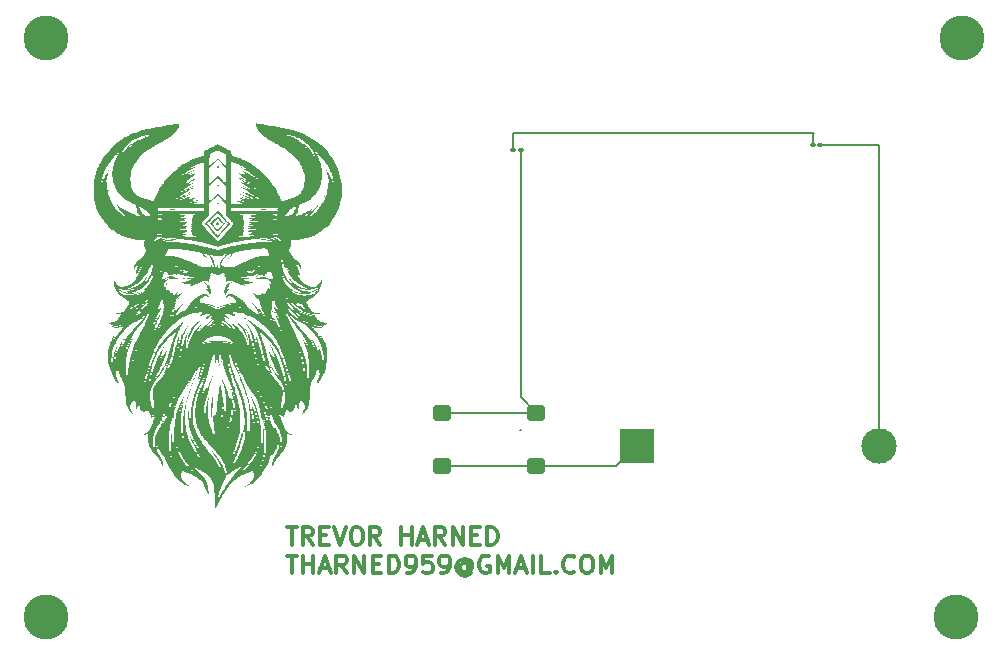
<source format=gbr>
%TF.GenerationSoftware,KiCad,Pcbnew,9.0.6*%
%TF.CreationDate,2025-12-01T20:06:07-08:00*%
%TF.ProjectId,3.4,332e342e-6b69-4636-9164-5f7063625858,rev?*%
%TF.SameCoordinates,Original*%
%TF.FileFunction,Copper,L1,Top*%
%TF.FilePolarity,Positive*%
%FSLAX46Y46*%
G04 Gerber Fmt 4.6, Leading zero omitted, Abs format (unit mm)*
G04 Created by KiCad (PCBNEW 9.0.6) date 2025-12-01 20:06:07*
%MOMM*%
%LPD*%
G01*
G04 APERTURE LIST*
G04 Aperture macros list*
%AMRoundRect*
0 Rectangle with rounded corners*
0 $1 Rounding radius*
0 $2 $3 $4 $5 $6 $7 $8 $9 X,Y pos of 4 corners*
0 Add a 4 corners polygon primitive as box body*
4,1,4,$2,$3,$4,$5,$6,$7,$8,$9,$2,$3,0*
0 Add four circle primitives for the rounded corners*
1,1,$1+$1,$2,$3*
1,1,$1+$1,$4,$5*
1,1,$1+$1,$6,$7*
1,1,$1+$1,$8,$9*
0 Add four rect primitives between the rounded corners*
20,1,$1+$1,$2,$3,$4,$5,0*
20,1,$1+$1,$4,$5,$6,$7,0*
20,1,$1+$1,$6,$7,$8,$9,0*
20,1,$1+$1,$8,$9,$2,$3,0*%
G04 Aperture macros list end*
%TA.AperFunction,NonConductor*%
%ADD10C,0.200000*%
%TD*%
%ADD11C,0.300000*%
%TA.AperFunction,NonConductor*%
%ADD12C,0.300000*%
%TD*%
%TA.AperFunction,EtchedComponent*%
%ADD13C,0.000000*%
%TD*%
%TA.AperFunction,SMDPad,CuDef*%
%ADD14RoundRect,0.250000X-0.525000X-0.400000X0.525000X-0.400000X0.525000X0.400000X-0.525000X0.400000X0*%
%TD*%
%TA.AperFunction,ComponentPad*%
%ADD15R,3.000000X3.000000*%
%TD*%
%TA.AperFunction,ComponentPad*%
%ADD16C,3.000000*%
%TD*%
%TA.AperFunction,ComponentPad*%
%ADD17C,3.800000*%
%TD*%
%TA.AperFunction,SMDPad,CuDef*%
%ADD18RoundRect,0.100000X-0.130000X-0.100000X0.130000X-0.100000X0.130000X0.100000X-0.130000X0.100000X0*%
%TD*%
%TA.AperFunction,Conductor*%
%ADD19C,0.200000*%
%TD*%
G04 APERTURE END LIST*
D10*
X101500000Y-62500000D02*
G75*
G02*
X99500000Y-62500000I-1000000J0D01*
G01*
X99500000Y-62500000D02*
G75*
G02*
X101500000Y-62500000I1000000J0D01*
G01*
X24000000Y-62500000D02*
G75*
G02*
X22000000Y-62500000I-1000000J0D01*
G01*
X22000000Y-62500000D02*
G75*
G02*
X24000000Y-62500000I1000000J0D01*
G01*
X24000000Y-111500000D02*
G75*
G02*
X22000000Y-111500000I-1000000J0D01*
G01*
X22000000Y-111500000D02*
G75*
G02*
X24000000Y-111500000I1000000J0D01*
G01*
X101000000Y-111500000D02*
G75*
G02*
X99000000Y-111500000I-1000000J0D01*
G01*
X99000000Y-111500000D02*
G75*
G02*
X101000000Y-111500000I1000000J0D01*
G01*
D11*
D12*
X43340225Y-103885912D02*
X44197368Y-103885912D01*
X43768796Y-105385912D02*
X43768796Y-103885912D01*
X45554510Y-105385912D02*
X45054510Y-104671626D01*
X44697367Y-105385912D02*
X44697367Y-103885912D01*
X44697367Y-103885912D02*
X45268796Y-103885912D01*
X45268796Y-103885912D02*
X45411653Y-103957341D01*
X45411653Y-103957341D02*
X45483082Y-104028769D01*
X45483082Y-104028769D02*
X45554510Y-104171626D01*
X45554510Y-104171626D02*
X45554510Y-104385912D01*
X45554510Y-104385912D02*
X45483082Y-104528769D01*
X45483082Y-104528769D02*
X45411653Y-104600198D01*
X45411653Y-104600198D02*
X45268796Y-104671626D01*
X45268796Y-104671626D02*
X44697367Y-104671626D01*
X46197367Y-104600198D02*
X46697367Y-104600198D01*
X46911653Y-105385912D02*
X46197367Y-105385912D01*
X46197367Y-105385912D02*
X46197367Y-103885912D01*
X46197367Y-103885912D02*
X46911653Y-103885912D01*
X47340225Y-103885912D02*
X47840225Y-105385912D01*
X47840225Y-105385912D02*
X48340225Y-103885912D01*
X49125939Y-103885912D02*
X49411653Y-103885912D01*
X49411653Y-103885912D02*
X49554510Y-103957341D01*
X49554510Y-103957341D02*
X49697367Y-104100198D01*
X49697367Y-104100198D02*
X49768796Y-104385912D01*
X49768796Y-104385912D02*
X49768796Y-104885912D01*
X49768796Y-104885912D02*
X49697367Y-105171626D01*
X49697367Y-105171626D02*
X49554510Y-105314484D01*
X49554510Y-105314484D02*
X49411653Y-105385912D01*
X49411653Y-105385912D02*
X49125939Y-105385912D01*
X49125939Y-105385912D02*
X48983082Y-105314484D01*
X48983082Y-105314484D02*
X48840224Y-105171626D01*
X48840224Y-105171626D02*
X48768796Y-104885912D01*
X48768796Y-104885912D02*
X48768796Y-104385912D01*
X48768796Y-104385912D02*
X48840224Y-104100198D01*
X48840224Y-104100198D02*
X48983082Y-103957341D01*
X48983082Y-103957341D02*
X49125939Y-103885912D01*
X51268796Y-105385912D02*
X50768796Y-104671626D01*
X50411653Y-105385912D02*
X50411653Y-103885912D01*
X50411653Y-103885912D02*
X50983082Y-103885912D01*
X50983082Y-103885912D02*
X51125939Y-103957341D01*
X51125939Y-103957341D02*
X51197368Y-104028769D01*
X51197368Y-104028769D02*
X51268796Y-104171626D01*
X51268796Y-104171626D02*
X51268796Y-104385912D01*
X51268796Y-104385912D02*
X51197368Y-104528769D01*
X51197368Y-104528769D02*
X51125939Y-104600198D01*
X51125939Y-104600198D02*
X50983082Y-104671626D01*
X50983082Y-104671626D02*
X50411653Y-104671626D01*
X53054510Y-105385912D02*
X53054510Y-103885912D01*
X53054510Y-104600198D02*
X53911653Y-104600198D01*
X53911653Y-105385912D02*
X53911653Y-103885912D01*
X54554511Y-104957341D02*
X55268797Y-104957341D01*
X54411654Y-105385912D02*
X54911654Y-103885912D01*
X54911654Y-103885912D02*
X55411654Y-105385912D01*
X56768796Y-105385912D02*
X56268796Y-104671626D01*
X55911653Y-105385912D02*
X55911653Y-103885912D01*
X55911653Y-103885912D02*
X56483082Y-103885912D01*
X56483082Y-103885912D02*
X56625939Y-103957341D01*
X56625939Y-103957341D02*
X56697368Y-104028769D01*
X56697368Y-104028769D02*
X56768796Y-104171626D01*
X56768796Y-104171626D02*
X56768796Y-104385912D01*
X56768796Y-104385912D02*
X56697368Y-104528769D01*
X56697368Y-104528769D02*
X56625939Y-104600198D01*
X56625939Y-104600198D02*
X56483082Y-104671626D01*
X56483082Y-104671626D02*
X55911653Y-104671626D01*
X57411653Y-105385912D02*
X57411653Y-103885912D01*
X57411653Y-103885912D02*
X58268796Y-105385912D01*
X58268796Y-105385912D02*
X58268796Y-103885912D01*
X58983082Y-104600198D02*
X59483082Y-104600198D01*
X59697368Y-105385912D02*
X58983082Y-105385912D01*
X58983082Y-105385912D02*
X58983082Y-103885912D01*
X58983082Y-103885912D02*
X59697368Y-103885912D01*
X60340225Y-105385912D02*
X60340225Y-103885912D01*
X60340225Y-103885912D02*
X60697368Y-103885912D01*
X60697368Y-103885912D02*
X60911654Y-103957341D01*
X60911654Y-103957341D02*
X61054511Y-104100198D01*
X61054511Y-104100198D02*
X61125940Y-104243055D01*
X61125940Y-104243055D02*
X61197368Y-104528769D01*
X61197368Y-104528769D02*
X61197368Y-104743055D01*
X61197368Y-104743055D02*
X61125940Y-105028769D01*
X61125940Y-105028769D02*
X61054511Y-105171626D01*
X61054511Y-105171626D02*
X60911654Y-105314484D01*
X60911654Y-105314484D02*
X60697368Y-105385912D01*
X60697368Y-105385912D02*
X60340225Y-105385912D01*
X43340225Y-106300828D02*
X44197368Y-106300828D01*
X43768796Y-107800828D02*
X43768796Y-106300828D01*
X44697367Y-107800828D02*
X44697367Y-106300828D01*
X44697367Y-107015114D02*
X45554510Y-107015114D01*
X45554510Y-107800828D02*
X45554510Y-106300828D01*
X46197368Y-107372257D02*
X46911654Y-107372257D01*
X46054511Y-107800828D02*
X46554511Y-106300828D01*
X46554511Y-106300828D02*
X47054511Y-107800828D01*
X48411653Y-107800828D02*
X47911653Y-107086542D01*
X47554510Y-107800828D02*
X47554510Y-106300828D01*
X47554510Y-106300828D02*
X48125939Y-106300828D01*
X48125939Y-106300828D02*
X48268796Y-106372257D01*
X48268796Y-106372257D02*
X48340225Y-106443685D01*
X48340225Y-106443685D02*
X48411653Y-106586542D01*
X48411653Y-106586542D02*
X48411653Y-106800828D01*
X48411653Y-106800828D02*
X48340225Y-106943685D01*
X48340225Y-106943685D02*
X48268796Y-107015114D01*
X48268796Y-107015114D02*
X48125939Y-107086542D01*
X48125939Y-107086542D02*
X47554510Y-107086542D01*
X49054510Y-107800828D02*
X49054510Y-106300828D01*
X49054510Y-106300828D02*
X49911653Y-107800828D01*
X49911653Y-107800828D02*
X49911653Y-106300828D01*
X50625939Y-107015114D02*
X51125939Y-107015114D01*
X51340225Y-107800828D02*
X50625939Y-107800828D01*
X50625939Y-107800828D02*
X50625939Y-106300828D01*
X50625939Y-106300828D02*
X51340225Y-106300828D01*
X51983082Y-107800828D02*
X51983082Y-106300828D01*
X51983082Y-106300828D02*
X52340225Y-106300828D01*
X52340225Y-106300828D02*
X52554511Y-106372257D01*
X52554511Y-106372257D02*
X52697368Y-106515114D01*
X52697368Y-106515114D02*
X52768797Y-106657971D01*
X52768797Y-106657971D02*
X52840225Y-106943685D01*
X52840225Y-106943685D02*
X52840225Y-107157971D01*
X52840225Y-107157971D02*
X52768797Y-107443685D01*
X52768797Y-107443685D02*
X52697368Y-107586542D01*
X52697368Y-107586542D02*
X52554511Y-107729400D01*
X52554511Y-107729400D02*
X52340225Y-107800828D01*
X52340225Y-107800828D02*
X51983082Y-107800828D01*
X53554511Y-107800828D02*
X53840225Y-107800828D01*
X53840225Y-107800828D02*
X53983082Y-107729400D01*
X53983082Y-107729400D02*
X54054511Y-107657971D01*
X54054511Y-107657971D02*
X54197368Y-107443685D01*
X54197368Y-107443685D02*
X54268797Y-107157971D01*
X54268797Y-107157971D02*
X54268797Y-106586542D01*
X54268797Y-106586542D02*
X54197368Y-106443685D01*
X54197368Y-106443685D02*
X54125940Y-106372257D01*
X54125940Y-106372257D02*
X53983082Y-106300828D01*
X53983082Y-106300828D02*
X53697368Y-106300828D01*
X53697368Y-106300828D02*
X53554511Y-106372257D01*
X53554511Y-106372257D02*
X53483082Y-106443685D01*
X53483082Y-106443685D02*
X53411654Y-106586542D01*
X53411654Y-106586542D02*
X53411654Y-106943685D01*
X53411654Y-106943685D02*
X53483082Y-107086542D01*
X53483082Y-107086542D02*
X53554511Y-107157971D01*
X53554511Y-107157971D02*
X53697368Y-107229400D01*
X53697368Y-107229400D02*
X53983082Y-107229400D01*
X53983082Y-107229400D02*
X54125940Y-107157971D01*
X54125940Y-107157971D02*
X54197368Y-107086542D01*
X54197368Y-107086542D02*
X54268797Y-106943685D01*
X55625939Y-106300828D02*
X54911653Y-106300828D01*
X54911653Y-106300828D02*
X54840225Y-107015114D01*
X54840225Y-107015114D02*
X54911653Y-106943685D01*
X54911653Y-106943685D02*
X55054511Y-106872257D01*
X55054511Y-106872257D02*
X55411653Y-106872257D01*
X55411653Y-106872257D02*
X55554511Y-106943685D01*
X55554511Y-106943685D02*
X55625939Y-107015114D01*
X55625939Y-107015114D02*
X55697368Y-107157971D01*
X55697368Y-107157971D02*
X55697368Y-107515114D01*
X55697368Y-107515114D02*
X55625939Y-107657971D01*
X55625939Y-107657971D02*
X55554511Y-107729400D01*
X55554511Y-107729400D02*
X55411653Y-107800828D01*
X55411653Y-107800828D02*
X55054511Y-107800828D01*
X55054511Y-107800828D02*
X54911653Y-107729400D01*
X54911653Y-107729400D02*
X54840225Y-107657971D01*
X56411653Y-107800828D02*
X56697367Y-107800828D01*
X56697367Y-107800828D02*
X56840224Y-107729400D01*
X56840224Y-107729400D02*
X56911653Y-107657971D01*
X56911653Y-107657971D02*
X57054510Y-107443685D01*
X57054510Y-107443685D02*
X57125939Y-107157971D01*
X57125939Y-107157971D02*
X57125939Y-106586542D01*
X57125939Y-106586542D02*
X57054510Y-106443685D01*
X57054510Y-106443685D02*
X56983082Y-106372257D01*
X56983082Y-106372257D02*
X56840224Y-106300828D01*
X56840224Y-106300828D02*
X56554510Y-106300828D01*
X56554510Y-106300828D02*
X56411653Y-106372257D01*
X56411653Y-106372257D02*
X56340224Y-106443685D01*
X56340224Y-106443685D02*
X56268796Y-106586542D01*
X56268796Y-106586542D02*
X56268796Y-106943685D01*
X56268796Y-106943685D02*
X56340224Y-107086542D01*
X56340224Y-107086542D02*
X56411653Y-107157971D01*
X56411653Y-107157971D02*
X56554510Y-107229400D01*
X56554510Y-107229400D02*
X56840224Y-107229400D01*
X56840224Y-107229400D02*
X56983082Y-107157971D01*
X56983082Y-107157971D02*
X57054510Y-107086542D01*
X57054510Y-107086542D02*
X57125939Y-106943685D01*
X58697367Y-107086542D02*
X58625938Y-107015114D01*
X58625938Y-107015114D02*
X58483081Y-106943685D01*
X58483081Y-106943685D02*
X58340224Y-106943685D01*
X58340224Y-106943685D02*
X58197367Y-107015114D01*
X58197367Y-107015114D02*
X58125938Y-107086542D01*
X58125938Y-107086542D02*
X58054510Y-107229400D01*
X58054510Y-107229400D02*
X58054510Y-107372257D01*
X58054510Y-107372257D02*
X58125938Y-107515114D01*
X58125938Y-107515114D02*
X58197367Y-107586542D01*
X58197367Y-107586542D02*
X58340224Y-107657971D01*
X58340224Y-107657971D02*
X58483081Y-107657971D01*
X58483081Y-107657971D02*
X58625938Y-107586542D01*
X58625938Y-107586542D02*
X58697367Y-107515114D01*
X58697367Y-106943685D02*
X58697367Y-107515114D01*
X58697367Y-107515114D02*
X58768795Y-107586542D01*
X58768795Y-107586542D02*
X58840224Y-107586542D01*
X58840224Y-107586542D02*
X58983081Y-107515114D01*
X58983081Y-107515114D02*
X59054510Y-107372257D01*
X59054510Y-107372257D02*
X59054510Y-107015114D01*
X59054510Y-107015114D02*
X58911653Y-106800828D01*
X58911653Y-106800828D02*
X58697367Y-106657971D01*
X58697367Y-106657971D02*
X58411653Y-106586542D01*
X58411653Y-106586542D02*
X58125938Y-106657971D01*
X58125938Y-106657971D02*
X57911653Y-106800828D01*
X57911653Y-106800828D02*
X57768795Y-107015114D01*
X57768795Y-107015114D02*
X57697367Y-107300828D01*
X57697367Y-107300828D02*
X57768795Y-107586542D01*
X57768795Y-107586542D02*
X57911653Y-107800828D01*
X57911653Y-107800828D02*
X58125938Y-107943685D01*
X58125938Y-107943685D02*
X58411653Y-108015114D01*
X58411653Y-108015114D02*
X58697367Y-107943685D01*
X58697367Y-107943685D02*
X58911653Y-107800828D01*
X60483081Y-106372257D02*
X60340224Y-106300828D01*
X60340224Y-106300828D02*
X60125938Y-106300828D01*
X60125938Y-106300828D02*
X59911652Y-106372257D01*
X59911652Y-106372257D02*
X59768795Y-106515114D01*
X59768795Y-106515114D02*
X59697366Y-106657971D01*
X59697366Y-106657971D02*
X59625938Y-106943685D01*
X59625938Y-106943685D02*
X59625938Y-107157971D01*
X59625938Y-107157971D02*
X59697366Y-107443685D01*
X59697366Y-107443685D02*
X59768795Y-107586542D01*
X59768795Y-107586542D02*
X59911652Y-107729400D01*
X59911652Y-107729400D02*
X60125938Y-107800828D01*
X60125938Y-107800828D02*
X60268795Y-107800828D01*
X60268795Y-107800828D02*
X60483081Y-107729400D01*
X60483081Y-107729400D02*
X60554509Y-107657971D01*
X60554509Y-107657971D02*
X60554509Y-107157971D01*
X60554509Y-107157971D02*
X60268795Y-107157971D01*
X61197366Y-107800828D02*
X61197366Y-106300828D01*
X61197366Y-106300828D02*
X61697366Y-107372257D01*
X61697366Y-107372257D02*
X62197366Y-106300828D01*
X62197366Y-106300828D02*
X62197366Y-107800828D01*
X62840224Y-107372257D02*
X63554510Y-107372257D01*
X62697367Y-107800828D02*
X63197367Y-106300828D01*
X63197367Y-106300828D02*
X63697367Y-107800828D01*
X64197366Y-107800828D02*
X64197366Y-106300828D01*
X65625938Y-107800828D02*
X64911652Y-107800828D01*
X64911652Y-107800828D02*
X64911652Y-106300828D01*
X66125938Y-107657971D02*
X66197367Y-107729400D01*
X66197367Y-107729400D02*
X66125938Y-107800828D01*
X66125938Y-107800828D02*
X66054510Y-107729400D01*
X66054510Y-107729400D02*
X66125938Y-107657971D01*
X66125938Y-107657971D02*
X66125938Y-107800828D01*
X67697367Y-107657971D02*
X67625939Y-107729400D01*
X67625939Y-107729400D02*
X67411653Y-107800828D01*
X67411653Y-107800828D02*
X67268796Y-107800828D01*
X67268796Y-107800828D02*
X67054510Y-107729400D01*
X67054510Y-107729400D02*
X66911653Y-107586542D01*
X66911653Y-107586542D02*
X66840224Y-107443685D01*
X66840224Y-107443685D02*
X66768796Y-107157971D01*
X66768796Y-107157971D02*
X66768796Y-106943685D01*
X66768796Y-106943685D02*
X66840224Y-106657971D01*
X66840224Y-106657971D02*
X66911653Y-106515114D01*
X66911653Y-106515114D02*
X67054510Y-106372257D01*
X67054510Y-106372257D02*
X67268796Y-106300828D01*
X67268796Y-106300828D02*
X67411653Y-106300828D01*
X67411653Y-106300828D02*
X67625939Y-106372257D01*
X67625939Y-106372257D02*
X67697367Y-106443685D01*
X68625939Y-106300828D02*
X68911653Y-106300828D01*
X68911653Y-106300828D02*
X69054510Y-106372257D01*
X69054510Y-106372257D02*
X69197367Y-106515114D01*
X69197367Y-106515114D02*
X69268796Y-106800828D01*
X69268796Y-106800828D02*
X69268796Y-107300828D01*
X69268796Y-107300828D02*
X69197367Y-107586542D01*
X69197367Y-107586542D02*
X69054510Y-107729400D01*
X69054510Y-107729400D02*
X68911653Y-107800828D01*
X68911653Y-107800828D02*
X68625939Y-107800828D01*
X68625939Y-107800828D02*
X68483082Y-107729400D01*
X68483082Y-107729400D02*
X68340224Y-107586542D01*
X68340224Y-107586542D02*
X68268796Y-107300828D01*
X68268796Y-107300828D02*
X68268796Y-106800828D01*
X68268796Y-106800828D02*
X68340224Y-106515114D01*
X68340224Y-106515114D02*
X68483082Y-106372257D01*
X68483082Y-106372257D02*
X68625939Y-106300828D01*
X69911653Y-107800828D02*
X69911653Y-106300828D01*
X69911653Y-106300828D02*
X70411653Y-107372257D01*
X70411653Y-107372257D02*
X70911653Y-106300828D01*
X70911653Y-106300828D02*
X70911653Y-107800828D01*
D13*
%TA.AperFunction,EtchedComponent*%
%TO.C,G\u002A\u002A\u002A*%
G36*
X28144298Y-74591878D02*
G01*
X28133880Y-74602297D01*
X28123462Y-74591878D01*
X28133880Y-74581460D01*
X28144298Y-74591878D01*
G37*
%TD.AperFunction*%
%TA.AperFunction,EtchedComponent*%
G36*
X28269319Y-75383675D02*
G01*
X28258901Y-75394093D01*
X28248482Y-75383675D01*
X28258901Y-75373257D01*
X28269319Y-75383675D01*
G37*
%TD.AperFunction*%
%TA.AperFunction,EtchedComponent*%
G36*
X28498523Y-76029614D02*
G01*
X28488105Y-76040033D01*
X28477687Y-76029614D01*
X28488105Y-76019196D01*
X28498523Y-76029614D01*
G37*
%TD.AperFunction*%
%TA.AperFunction,EtchedComponent*%
G36*
X28519360Y-76071288D02*
G01*
X28508942Y-76081706D01*
X28498523Y-76071288D01*
X28508942Y-76060869D01*
X28519360Y-76071288D01*
G37*
%TD.AperFunction*%
%TA.AperFunction,EtchedComponent*%
G36*
X28540197Y-76112961D02*
G01*
X28529778Y-76123380D01*
X28519360Y-76112961D01*
X28529778Y-76102543D01*
X28540197Y-76112961D01*
G37*
%TD.AperFunction*%
%TA.AperFunction,EtchedComponent*%
G36*
X28936095Y-76467186D02*
G01*
X28925677Y-76477604D01*
X28915258Y-76467186D01*
X28925677Y-76456768D01*
X28936095Y-76467186D01*
G37*
%TD.AperFunction*%
%TA.AperFunction,EtchedComponent*%
G36*
X28998605Y-88531665D02*
G01*
X28988187Y-88542084D01*
X28977769Y-88531665D01*
X28988187Y-88521247D01*
X28998605Y-88531665D01*
G37*
%TD.AperFunction*%
%TA.AperFunction,EtchedComponent*%
G36*
X30415504Y-87760705D02*
G01*
X30405086Y-87771124D01*
X30394668Y-87760705D01*
X30405086Y-87750287D01*
X30415504Y-87760705D01*
G37*
%TD.AperFunction*%
%TA.AperFunction,EtchedComponent*%
G36*
X30853076Y-71049631D02*
G01*
X30842658Y-71060049D01*
X30832239Y-71049631D01*
X30842658Y-71039212D01*
X30853076Y-71049631D01*
G37*
%TD.AperFunction*%
%TA.AperFunction,EtchedComponent*%
G36*
X30978097Y-83926743D02*
G01*
X30967678Y-83937161D01*
X30957260Y-83926743D01*
X30967678Y-83916325D01*
X30978097Y-83926743D01*
G37*
%TD.AperFunction*%
%TA.AperFunction,EtchedComponent*%
G36*
X31019770Y-83905906D02*
G01*
X31009352Y-83916325D01*
X30998933Y-83905906D01*
X31009352Y-83895488D01*
X31019770Y-83905906D01*
G37*
%TD.AperFunction*%
%TA.AperFunction,EtchedComponent*%
G36*
X31540689Y-82634865D02*
G01*
X31530271Y-82645283D01*
X31519852Y-82634865D01*
X31530271Y-82624446D01*
X31540689Y-82634865D01*
G37*
%TD.AperFunction*%
%TA.AperFunction,EtchedComponent*%
G36*
X32645037Y-95011895D02*
G01*
X32634618Y-95022313D01*
X32624200Y-95011895D01*
X32634618Y-95001476D01*
X32645037Y-95011895D01*
G37*
%TD.AperFunction*%
%TA.AperFunction,EtchedComponent*%
G36*
X32665874Y-94970221D02*
G01*
X32655455Y-94980640D01*
X32645037Y-94970221D01*
X32655455Y-94959803D01*
X32665874Y-94970221D01*
G37*
%TD.AperFunction*%
%TA.AperFunction,EtchedComponent*%
G36*
X32686710Y-94928548D02*
G01*
X32676292Y-94938966D01*
X32665874Y-94928548D01*
X32676292Y-94918129D01*
X32686710Y-94928548D01*
G37*
%TD.AperFunction*%
%TA.AperFunction,EtchedComponent*%
G36*
X32707547Y-85697867D02*
G01*
X32697129Y-85708285D01*
X32686710Y-85697867D01*
X32697129Y-85687449D01*
X32707547Y-85697867D01*
G37*
%TD.AperFunction*%
%TA.AperFunction,EtchedComponent*%
G36*
X32728384Y-85656193D02*
G01*
X32717965Y-85666612D01*
X32707547Y-85656193D01*
X32717965Y-85645775D01*
X32728384Y-85656193D01*
G37*
%TD.AperFunction*%
%TA.AperFunction,EtchedComponent*%
G36*
X32811731Y-85406152D02*
G01*
X32801312Y-85416571D01*
X32790894Y-85406152D01*
X32801312Y-85395734D01*
X32811731Y-85406152D01*
G37*
%TD.AperFunction*%
%TA.AperFunction,EtchedComponent*%
G36*
X32832568Y-85364479D02*
G01*
X32822149Y-85374897D01*
X32811731Y-85364479D01*
X32822149Y-85354061D01*
X32832568Y-85364479D01*
G37*
%TD.AperFunction*%
%TA.AperFunction,EtchedComponent*%
G36*
X32915915Y-94761854D02*
G01*
X32905496Y-94772272D01*
X32895078Y-94761854D01*
X32905496Y-94751435D01*
X32915915Y-94761854D01*
G37*
%TD.AperFunction*%
%TA.AperFunction,EtchedComponent*%
G36*
X32936751Y-94699344D02*
G01*
X32926333Y-94709762D01*
X32915915Y-94699344D01*
X32926333Y-94688925D01*
X32936751Y-94699344D01*
G37*
%TD.AperFunction*%
%TA.AperFunction,EtchedComponent*%
G36*
X33061772Y-88427481D02*
G01*
X33051353Y-88437900D01*
X33040935Y-88427481D01*
X33051353Y-88417063D01*
X33061772Y-88427481D01*
G37*
%TD.AperFunction*%
%TA.AperFunction,EtchedComponent*%
G36*
X33165956Y-82551518D02*
G01*
X33155537Y-82561936D01*
X33145119Y-82551518D01*
X33155537Y-82541099D01*
X33165956Y-82551518D01*
G37*
%TD.AperFunction*%
%TA.AperFunction,EtchedComponent*%
G36*
X33686874Y-95324446D02*
G01*
X33676456Y-95334865D01*
X33666038Y-95324446D01*
X33676456Y-95314028D01*
X33686874Y-95324446D01*
G37*
%TD.AperFunction*%
%TA.AperFunction,EtchedComponent*%
G36*
X33936915Y-85468663D02*
G01*
X33926497Y-85479081D01*
X33916079Y-85468663D01*
X33926497Y-85458244D01*
X33936915Y-85468663D01*
G37*
%TD.AperFunction*%
%TA.AperFunction,EtchedComponent*%
G36*
X33957752Y-84864397D02*
G01*
X33947334Y-84874815D01*
X33936915Y-84864397D01*
X33947334Y-84853979D01*
X33957752Y-84864397D01*
G37*
%TD.AperFunction*%
%TA.AperFunction,EtchedComponent*%
G36*
X34082773Y-85176948D02*
G01*
X34072354Y-85187367D01*
X34061936Y-85176948D01*
X34072354Y-85166530D01*
X34082773Y-85176948D01*
G37*
%TD.AperFunction*%
%TA.AperFunction,EtchedComponent*%
G36*
X34332814Y-82697375D02*
G01*
X34322395Y-82707793D01*
X34311977Y-82697375D01*
X34322395Y-82686956D01*
X34332814Y-82697375D01*
G37*
%TD.AperFunction*%
%TA.AperFunction,EtchedComponent*%
G36*
X34374487Y-82739048D02*
G01*
X34364069Y-82749467D01*
X34353650Y-82739048D01*
X34364069Y-82728630D01*
X34374487Y-82739048D01*
G37*
%TD.AperFunction*%
%TA.AperFunction,EtchedComponent*%
G36*
X34416161Y-82759885D02*
G01*
X34405742Y-82770303D01*
X34395324Y-82759885D01*
X34405742Y-82749467D01*
X34416161Y-82759885D01*
G37*
%TD.AperFunction*%
%TA.AperFunction,EtchedComponent*%
G36*
X34562018Y-82801559D02*
G01*
X34551600Y-82811977D01*
X34541181Y-82801559D01*
X34551600Y-82791140D01*
X34562018Y-82801559D01*
G37*
%TD.AperFunction*%
%TA.AperFunction,EtchedComponent*%
G36*
X34645365Y-85468663D02*
G01*
X34634947Y-85479081D01*
X34624528Y-85468663D01*
X34634947Y-85458244D01*
X34645365Y-85468663D01*
G37*
%TD.AperFunction*%
%TA.AperFunction,EtchedComponent*%
G36*
X34645365Y-93199097D02*
G01*
X34634947Y-93209516D01*
X34624528Y-93199097D01*
X34634947Y-93188679D01*
X34645365Y-93199097D01*
G37*
%TD.AperFunction*%
%TA.AperFunction,EtchedComponent*%
G36*
X34687038Y-92282280D02*
G01*
X34676620Y-92292699D01*
X34666202Y-92282280D01*
X34676620Y-92271862D01*
X34687038Y-92282280D01*
G37*
%TD.AperFunction*%
%TA.AperFunction,EtchedComponent*%
G36*
X34832896Y-94845201D02*
G01*
X34822477Y-94855619D01*
X34812059Y-94845201D01*
X34822477Y-94834782D01*
X34832896Y-94845201D01*
G37*
%TD.AperFunction*%
%TA.AperFunction,EtchedComponent*%
G36*
X34895406Y-74654389D02*
G01*
X34884988Y-74664807D01*
X34874569Y-74654389D01*
X34884988Y-74643970D01*
X34895406Y-74654389D01*
G37*
%TD.AperFunction*%
%TA.AperFunction,EtchedComponent*%
G36*
X34916243Y-88260787D02*
G01*
X34905824Y-88271206D01*
X34895406Y-88260787D01*
X34905824Y-88250369D01*
X34916243Y-88260787D01*
G37*
%TD.AperFunction*%
%TA.AperFunction,EtchedComponent*%
G36*
X34957916Y-74612715D02*
G01*
X34947498Y-74623134D01*
X34937079Y-74612715D01*
X34947498Y-74602297D01*
X34957916Y-74612715D01*
G37*
%TD.AperFunction*%
%TA.AperFunction,EtchedComponent*%
G36*
X35020426Y-74571042D02*
G01*
X35010008Y-74581460D01*
X34999590Y-74571042D01*
X35010008Y-74560623D01*
X35020426Y-74571042D01*
G37*
%TD.AperFunction*%
%TA.AperFunction,EtchedComponent*%
G36*
X35082937Y-74529368D02*
G01*
X35072518Y-74539787D01*
X35062100Y-74529368D01*
X35072518Y-74518950D01*
X35082937Y-74529368D01*
G37*
%TD.AperFunction*%
%TA.AperFunction,EtchedComponent*%
G36*
X35124610Y-93574159D02*
G01*
X35114192Y-93584577D01*
X35103773Y-93574159D01*
X35114192Y-93563741D01*
X35124610Y-93574159D01*
G37*
%TD.AperFunction*%
%TA.AperFunction,EtchedComponent*%
G36*
X35145447Y-74487695D02*
G01*
X35135029Y-74498113D01*
X35124610Y-74487695D01*
X35135029Y-74477276D01*
X35145447Y-74487695D01*
G37*
%TD.AperFunction*%
%TA.AperFunction,EtchedComponent*%
G36*
X35249631Y-74425184D02*
G01*
X35239212Y-74435603D01*
X35228794Y-74425184D01*
X35239212Y-74414766D01*
X35249631Y-74425184D01*
G37*
%TD.AperFunction*%
%TA.AperFunction,EtchedComponent*%
G36*
X35270467Y-75987941D02*
G01*
X35260049Y-75998359D01*
X35249631Y-75987941D01*
X35260049Y-75977522D01*
X35270467Y-75987941D01*
G37*
%TD.AperFunction*%
%TA.AperFunction,EtchedComponent*%
G36*
X35291304Y-74383511D02*
G01*
X35280886Y-74393929D01*
X35270467Y-74383511D01*
X35280886Y-74373093D01*
X35291304Y-74383511D01*
G37*
%TD.AperFunction*%
%TA.AperFunction,EtchedComponent*%
G36*
X35312141Y-75446185D02*
G01*
X35301723Y-75456604D01*
X35291304Y-75446185D01*
X35301723Y-75435767D01*
X35312141Y-75446185D01*
G37*
%TD.AperFunction*%
%TA.AperFunction,EtchedComponent*%
G36*
X35312141Y-75967104D02*
G01*
X35301723Y-75977522D01*
X35291304Y-75967104D01*
X35301723Y-75956686D01*
X35312141Y-75967104D01*
G37*
%TD.AperFunction*%
%TA.AperFunction,EtchedComponent*%
G36*
X35332978Y-75612879D02*
G01*
X35322559Y-75623298D01*
X35312141Y-75612879D01*
X35322559Y-75602461D01*
X35332978Y-75612879D01*
G37*
%TD.AperFunction*%
%TA.AperFunction,EtchedComponent*%
G36*
X35332978Y-75842084D02*
G01*
X35322559Y-75852502D01*
X35312141Y-75842084D01*
X35322559Y-75831665D01*
X35332978Y-75842084D01*
G37*
%TD.AperFunction*%
%TA.AperFunction,EtchedComponent*%
G36*
X35353814Y-75425349D02*
G01*
X35343396Y-75435767D01*
X35332978Y-75425349D01*
X35343396Y-75414930D01*
X35353814Y-75425349D01*
G37*
%TD.AperFunction*%
%TA.AperFunction,EtchedComponent*%
G36*
X35374651Y-75592043D02*
G01*
X35364233Y-75602461D01*
X35353814Y-75592043D01*
X35364233Y-75581624D01*
X35374651Y-75592043D01*
G37*
%TD.AperFunction*%
%TA.AperFunction,EtchedComponent*%
G36*
X35374651Y-75821247D02*
G01*
X35364233Y-75831665D01*
X35353814Y-75821247D01*
X35364233Y-75810828D01*
X35374651Y-75821247D01*
G37*
%TD.AperFunction*%
%TA.AperFunction,EtchedComponent*%
G36*
X35395488Y-74321001D02*
G01*
X35385070Y-74331419D01*
X35374651Y-74321001D01*
X35385070Y-74310582D01*
X35395488Y-74321001D01*
G37*
%TD.AperFunction*%
%TA.AperFunction,EtchedComponent*%
G36*
X35416325Y-73716735D02*
G01*
X35405906Y-73727153D01*
X35395488Y-73716735D01*
X35405906Y-73706317D01*
X35416325Y-73716735D01*
G37*
%TD.AperFunction*%
%TA.AperFunction,EtchedComponent*%
G36*
X35416325Y-73862592D02*
G01*
X35405906Y-73873011D01*
X35395488Y-73862592D01*
X35405906Y-73852174D01*
X35416325Y-73862592D01*
G37*
%TD.AperFunction*%
%TA.AperFunction,EtchedComponent*%
G36*
X35416325Y-75800410D02*
G01*
X35405906Y-75810828D01*
X35395488Y-75800410D01*
X35405906Y-75789992D01*
X35416325Y-75800410D01*
G37*
%TD.AperFunction*%
%TA.AperFunction,EtchedComponent*%
G36*
X35457998Y-73695898D02*
G01*
X35447580Y-73706317D01*
X35437161Y-73695898D01*
X35447580Y-73685480D01*
X35457998Y-73695898D01*
G37*
%TD.AperFunction*%
%TA.AperFunction,EtchedComponent*%
G36*
X35520508Y-74946103D02*
G01*
X35510090Y-74956522D01*
X35499672Y-74946103D01*
X35510090Y-74935685D01*
X35520508Y-74946103D01*
G37*
%TD.AperFunction*%
%TA.AperFunction,EtchedComponent*%
G36*
X35520508Y-75091961D02*
G01*
X35510090Y-75102379D01*
X35499672Y-75091961D01*
X35510090Y-75081542D01*
X35520508Y-75091961D01*
G37*
%TD.AperFunction*%
%TA.AperFunction,EtchedComponent*%
G36*
X35520508Y-75758737D02*
G01*
X35510090Y-75769155D01*
X35499672Y-75758737D01*
X35510090Y-75748318D01*
X35520508Y-75758737D01*
G37*
%TD.AperFunction*%
%TA.AperFunction,EtchedComponent*%
G36*
X35562182Y-74925266D02*
G01*
X35551764Y-74935685D01*
X35541345Y-74925266D01*
X35551764Y-74914848D01*
X35562182Y-74925266D01*
G37*
%TD.AperFunction*%
%TA.AperFunction,EtchedComponent*%
G36*
X35624692Y-75737900D02*
G01*
X35614274Y-75748318D01*
X35603855Y-75737900D01*
X35614274Y-75727481D01*
X35624692Y-75737900D01*
G37*
%TD.AperFunction*%
%TA.AperFunction,EtchedComponent*%
G36*
X35645529Y-76133798D02*
G01*
X35635111Y-76144216D01*
X35624692Y-76133798D01*
X35635111Y-76123380D01*
X35645529Y-76133798D01*
G37*
%TD.AperFunction*%
%TA.AperFunction,EtchedComponent*%
G36*
X35708039Y-73341673D02*
G01*
X35697621Y-73352092D01*
X35687203Y-73341673D01*
X35697621Y-73331255D01*
X35708039Y-73341673D01*
G37*
%TD.AperFunction*%
%TA.AperFunction,EtchedComponent*%
G36*
X35728876Y-76008778D02*
G01*
X35718458Y-76019196D01*
X35708039Y-76008778D01*
X35718458Y-75998359D01*
X35728876Y-76008778D01*
G37*
%TD.AperFunction*%
%TA.AperFunction,EtchedComponent*%
G36*
X35791386Y-75675390D02*
G01*
X35780968Y-75685808D01*
X35770550Y-75675390D01*
X35780968Y-75664971D01*
X35791386Y-75675390D01*
G37*
%TD.AperFunction*%
%TA.AperFunction,EtchedComponent*%
G36*
X35812223Y-91469647D02*
G01*
X35801805Y-91480066D01*
X35791386Y-91469647D01*
X35801805Y-91459229D01*
X35812223Y-91469647D01*
G37*
%TD.AperFunction*%
%TA.AperFunction,EtchedComponent*%
G36*
X35853897Y-75654553D02*
G01*
X35843478Y-75664971D01*
X35833060Y-75654553D01*
X35843478Y-75644134D01*
X35853897Y-75654553D01*
G37*
%TD.AperFunction*%
%TA.AperFunction,EtchedComponent*%
G36*
X36312305Y-90136095D02*
G01*
X36301887Y-90146513D01*
X36291468Y-90136095D01*
X36301887Y-90125677D01*
X36312305Y-90136095D01*
G37*
%TD.AperFunction*%
%TA.AperFunction,EtchedComponent*%
G36*
X36520673Y-92115586D02*
G01*
X36510254Y-92126005D01*
X36499836Y-92115586D01*
X36510254Y-92105168D01*
X36520673Y-92115586D01*
G37*
%TD.AperFunction*%
%TA.AperFunction,EtchedComponent*%
G36*
X36541509Y-92073913D02*
G01*
X36531091Y-92084331D01*
X36520673Y-92073913D01*
X36531091Y-92063495D01*
X36541509Y-92073913D01*
G37*
%TD.AperFunction*%
%TA.AperFunction,EtchedComponent*%
G36*
X36562346Y-92032239D02*
G01*
X36551928Y-92042658D01*
X36541509Y-92032239D01*
X36551928Y-92021821D01*
X36562346Y-92032239D01*
G37*
%TD.AperFunction*%
%TA.AperFunction,EtchedComponent*%
G36*
X36583183Y-91990566D02*
G01*
X36572764Y-92000984D01*
X36562346Y-91990566D01*
X36572764Y-91980148D01*
X36583183Y-91990566D01*
G37*
%TD.AperFunction*%
%TA.AperFunction,EtchedComponent*%
G36*
X36604020Y-91948892D02*
G01*
X36593601Y-91959311D01*
X36583183Y-91948892D01*
X36593601Y-91938474D01*
X36604020Y-91948892D01*
G37*
%TD.AperFunction*%
%TA.AperFunction,EtchedComponent*%
G36*
X36624856Y-91907219D02*
G01*
X36614438Y-91917637D01*
X36604020Y-91907219D01*
X36614438Y-91896801D01*
X36624856Y-91907219D01*
G37*
%TD.AperFunction*%
%TA.AperFunction,EtchedComponent*%
G36*
X36708203Y-81197129D02*
G01*
X36697785Y-81207547D01*
X36687367Y-81197129D01*
X36697785Y-81186710D01*
X36708203Y-81197129D01*
G37*
%TD.AperFunction*%
%TA.AperFunction,EtchedComponent*%
G36*
X37166612Y-90719524D02*
G01*
X37156193Y-90729942D01*
X37145775Y-90719524D01*
X37156193Y-90709106D01*
X37166612Y-90719524D01*
G37*
%TD.AperFunction*%
%TA.AperFunction,EtchedComponent*%
G36*
X37187449Y-90615340D02*
G01*
X37177030Y-90625759D01*
X37166612Y-90615340D01*
X37177030Y-90604922D01*
X37187449Y-90615340D01*
G37*
%TD.AperFunction*%
%TA.AperFunction,EtchedComponent*%
G36*
X37833388Y-89865217D02*
G01*
X37822970Y-89875636D01*
X37812551Y-89865217D01*
X37822970Y-89854799D01*
X37833388Y-89865217D01*
G37*
%TD.AperFunction*%
%TA.AperFunction,EtchedComponent*%
G36*
X37854225Y-89969401D02*
G01*
X37843806Y-89979819D01*
X37833388Y-89969401D01*
X37843806Y-89958983D01*
X37854225Y-89969401D01*
G37*
%TD.AperFunction*%
%TA.AperFunction,EtchedComponent*%
G36*
X38500164Y-91948892D02*
G01*
X38489746Y-91959311D01*
X38479327Y-91948892D01*
X38489746Y-91938474D01*
X38500164Y-91948892D01*
G37*
%TD.AperFunction*%
%TA.AperFunction,EtchedComponent*%
G36*
X38562674Y-92615668D02*
G01*
X38552256Y-92626087D01*
X38541837Y-92615668D01*
X38552256Y-92605250D01*
X38562674Y-92615668D01*
G37*
%TD.AperFunction*%
%TA.AperFunction,EtchedComponent*%
G36*
X38583511Y-92699015D02*
G01*
X38573093Y-92709434D01*
X38562674Y-92699015D01*
X38573093Y-92688597D01*
X38583511Y-92699015D01*
G37*
%TD.AperFunction*%
%TA.AperFunction,EtchedComponent*%
G36*
X38604348Y-92782362D02*
G01*
X38593929Y-92792781D01*
X38583511Y-92782362D01*
X38593929Y-92771944D01*
X38604348Y-92782362D01*
G37*
%TD.AperFunction*%
%TA.AperFunction,EtchedComponent*%
G36*
X39416981Y-75050287D02*
G01*
X39406563Y-75060705D01*
X39396144Y-75050287D01*
X39406563Y-75039869D01*
X39416981Y-75050287D01*
G37*
%TD.AperFunction*%
%TA.AperFunction,EtchedComponent*%
G36*
X39458655Y-73425020D02*
G01*
X39448236Y-73435439D01*
X39437818Y-73425020D01*
X39448236Y-73414602D01*
X39458655Y-73425020D01*
G37*
%TD.AperFunction*%
%TA.AperFunction,EtchedComponent*%
G36*
X39458655Y-74654389D02*
G01*
X39448236Y-74664807D01*
X39437818Y-74654389D01*
X39448236Y-74643970D01*
X39458655Y-74654389D01*
G37*
%TD.AperFunction*%
%TA.AperFunction,EtchedComponent*%
G36*
X39521165Y-74925266D02*
G01*
X39510746Y-74935685D01*
X39500328Y-74925266D01*
X39510746Y-74914848D01*
X39521165Y-74925266D01*
G37*
%TD.AperFunction*%
%TA.AperFunction,EtchedComponent*%
G36*
X39521165Y-75467022D02*
G01*
X39510746Y-75477440D01*
X39500328Y-75467022D01*
X39510746Y-75456604D01*
X39521165Y-75467022D01*
G37*
%TD.AperFunction*%
%TA.AperFunction,EtchedComponent*%
G36*
X39562838Y-73883429D02*
G01*
X39552420Y-73893847D01*
X39542002Y-73883429D01*
X39552420Y-73873011D01*
X39562838Y-73883429D01*
G37*
%TD.AperFunction*%
%TA.AperFunction,EtchedComponent*%
G36*
X39583675Y-73737572D02*
G01*
X39573257Y-73747990D01*
X39562838Y-73737572D01*
X39573257Y-73727153D01*
X39583675Y-73737572D01*
G37*
%TD.AperFunction*%
%TA.AperFunction,EtchedComponent*%
G36*
X39583675Y-95782855D02*
G01*
X39573257Y-95793273D01*
X39562838Y-95782855D01*
X39573257Y-95772436D01*
X39583675Y-95782855D01*
G37*
%TD.AperFunction*%
%TA.AperFunction,EtchedComponent*%
G36*
X39604512Y-73904266D02*
G01*
X39594093Y-73914684D01*
X39583675Y-73904266D01*
X39594093Y-73893847D01*
X39604512Y-73904266D01*
G37*
%TD.AperFunction*%
%TA.AperFunction,EtchedComponent*%
G36*
X39646185Y-73925102D02*
G01*
X39635767Y-73935521D01*
X39625349Y-73925102D01*
X39635767Y-73914684D01*
X39646185Y-73925102D01*
G37*
%TD.AperFunction*%
%TA.AperFunction,EtchedComponent*%
G36*
X40042084Y-79676046D02*
G01*
X40031665Y-79686464D01*
X40021247Y-79676046D01*
X40031665Y-79665627D01*
X40042084Y-79676046D01*
G37*
%TD.AperFunction*%
%TA.AperFunction,EtchedComponent*%
G36*
X40104594Y-88239951D02*
G01*
X40094175Y-88250369D01*
X40083757Y-88239951D01*
X40094175Y-88229532D01*
X40104594Y-88239951D01*
G37*
%TD.AperFunction*%
%TA.AperFunction,EtchedComponent*%
G36*
X40229614Y-79655209D02*
G01*
X40219196Y-79665627D01*
X40208778Y-79655209D01*
X40219196Y-79644791D01*
X40229614Y-79655209D01*
G37*
%TD.AperFunction*%
%TA.AperFunction,EtchedComponent*%
G36*
X40333798Y-93324118D02*
G01*
X40323380Y-93334536D01*
X40312961Y-93324118D01*
X40323380Y-93313700D01*
X40333798Y-93324118D01*
G37*
%TD.AperFunction*%
%TA.AperFunction,EtchedComponent*%
G36*
X40354635Y-93386628D02*
G01*
X40344216Y-93397047D01*
X40333798Y-93386628D01*
X40344216Y-93376210D01*
X40354635Y-93386628D01*
G37*
%TD.AperFunction*%
%TA.AperFunction,EtchedComponent*%
G36*
X40604676Y-82759885D02*
G01*
X40594257Y-82770303D01*
X40583839Y-82759885D01*
X40594257Y-82749467D01*
X40604676Y-82759885D01*
G37*
%TD.AperFunction*%
%TA.AperFunction,EtchedComponent*%
G36*
X40625513Y-79717719D02*
G01*
X40615094Y-79728138D01*
X40604676Y-79717719D01*
X40615094Y-79707301D01*
X40625513Y-79717719D01*
G37*
%TD.AperFunction*%
%TA.AperFunction,EtchedComponent*%
G36*
X40750533Y-87635685D02*
G01*
X40740115Y-87646103D01*
X40729696Y-87635685D01*
X40740115Y-87625266D01*
X40750533Y-87635685D01*
G37*
%TD.AperFunction*%
%TA.AperFunction,EtchedComponent*%
G36*
X40854717Y-84635193D02*
G01*
X40844298Y-84645611D01*
X40833880Y-84635193D01*
X40844298Y-84624774D01*
X40854717Y-84635193D01*
G37*
%TD.AperFunction*%
%TA.AperFunction,EtchedComponent*%
G36*
X40896390Y-84697703D02*
G01*
X40885972Y-84708121D01*
X40875554Y-84697703D01*
X40885972Y-84687285D01*
X40896390Y-84697703D01*
G37*
%TD.AperFunction*%
%TA.AperFunction,EtchedComponent*%
G36*
X40958901Y-84760213D02*
G01*
X40948482Y-84770632D01*
X40938064Y-84760213D01*
X40948482Y-84749795D01*
X40958901Y-84760213D01*
G37*
%TD.AperFunction*%
%TA.AperFunction,EtchedComponent*%
G36*
X41000574Y-84822723D02*
G01*
X40990156Y-84833142D01*
X40979737Y-84822723D01*
X40990156Y-84812305D01*
X41000574Y-84822723D01*
G37*
%TD.AperFunction*%
%TA.AperFunction,EtchedComponent*%
G36*
X41229778Y-85426989D02*
G01*
X41219360Y-85437408D01*
X41208942Y-85426989D01*
X41219360Y-85416571D01*
X41229778Y-85426989D01*
G37*
%TD.AperFunction*%
%TA.AperFunction,EtchedComponent*%
G36*
X41292289Y-85552010D02*
G01*
X41281870Y-85562428D01*
X41271452Y-85552010D01*
X41281870Y-85541591D01*
X41292289Y-85552010D01*
G37*
%TD.AperFunction*%
%TA.AperFunction,EtchedComponent*%
G36*
X41792371Y-83551682D02*
G01*
X41781952Y-83562100D01*
X41771534Y-83551682D01*
X41781952Y-83541263D01*
X41792371Y-83551682D01*
G37*
%TD.AperFunction*%
%TA.AperFunction,EtchedComponent*%
G36*
X41896554Y-82801559D02*
G01*
X41886136Y-82811977D01*
X41875718Y-82801559D01*
X41886136Y-82791140D01*
X41896554Y-82801559D01*
G37*
%TD.AperFunction*%
%TA.AperFunction,EtchedComponent*%
G36*
X41938228Y-88385808D02*
G01*
X41927810Y-88396226D01*
X41917391Y-88385808D01*
X41927810Y-88375390D01*
X41938228Y-88385808D01*
G37*
%TD.AperFunction*%
%TA.AperFunction,EtchedComponent*%
G36*
X41938228Y-90115258D02*
G01*
X41927810Y-90125677D01*
X41917391Y-90115258D01*
X41927810Y-90104840D01*
X41938228Y-90115258D01*
G37*
%TD.AperFunction*%
%TA.AperFunction,EtchedComponent*%
G36*
X41979901Y-94741017D02*
G01*
X41969483Y-94751435D01*
X41959065Y-94741017D01*
X41969483Y-94730599D01*
X41979901Y-94741017D01*
G37*
%TD.AperFunction*%
%TA.AperFunction,EtchedComponent*%
G36*
X42000738Y-94782691D02*
G01*
X41990320Y-94793109D01*
X41979901Y-94782691D01*
X41990320Y-94772272D01*
X42000738Y-94782691D01*
G37*
%TD.AperFunction*%
%TA.AperFunction,EtchedComponent*%
G36*
X42021575Y-90261116D02*
G01*
X42011157Y-90271534D01*
X42000738Y-90261116D01*
X42011157Y-90250697D01*
X42021575Y-90261116D01*
G37*
%TD.AperFunction*%
%TA.AperFunction,EtchedComponent*%
G36*
X42063248Y-85677030D02*
G01*
X42052830Y-85687449D01*
X42042412Y-85677030D01*
X42052830Y-85666612D01*
X42063248Y-85677030D01*
G37*
%TD.AperFunction*%
%TA.AperFunction,EtchedComponent*%
G36*
X42084085Y-85802051D02*
G01*
X42073667Y-85812469D01*
X42063248Y-85802051D01*
X42073667Y-85791632D01*
X42084085Y-85802051D01*
G37*
%TD.AperFunction*%
%TA.AperFunction,EtchedComponent*%
G36*
X42104922Y-94970221D02*
G01*
X42094504Y-94980640D01*
X42084085Y-94970221D01*
X42094504Y-94959803D01*
X42104922Y-94970221D01*
G37*
%TD.AperFunction*%
%TA.AperFunction,EtchedComponent*%
G36*
X42125759Y-95011895D02*
G01*
X42115340Y-95022313D01*
X42104922Y-95011895D01*
X42115340Y-95001476D01*
X42125759Y-95011895D01*
G37*
%TD.AperFunction*%
%TA.AperFunction,EtchedComponent*%
G36*
X42146595Y-95053568D02*
G01*
X42136177Y-95063987D01*
X42125759Y-95053568D01*
X42136177Y-95043150D01*
X42146595Y-95053568D01*
G37*
%TD.AperFunction*%
%TA.AperFunction,EtchedComponent*%
G36*
X42250779Y-86072929D02*
G01*
X42240361Y-86083347D01*
X42229942Y-86072929D01*
X42240361Y-86062510D01*
X42250779Y-86072929D01*
G37*
%TD.AperFunction*%
%TA.AperFunction,EtchedComponent*%
G36*
X42271616Y-95428630D02*
G01*
X42261198Y-95439048D01*
X42250779Y-95428630D01*
X42261198Y-95418212D01*
X42271616Y-95428630D01*
G37*
%TD.AperFunction*%
%TA.AperFunction,EtchedComponent*%
G36*
X43480148Y-82697375D02*
G01*
X43469729Y-82707793D01*
X43459311Y-82697375D01*
X43469729Y-82686956D01*
X43480148Y-82697375D01*
G37*
%TD.AperFunction*%
%TA.AperFunction,EtchedComponent*%
G36*
X44584495Y-87739869D02*
G01*
X44574077Y-87750287D01*
X44563659Y-87739869D01*
X44574077Y-87729450D01*
X44584495Y-87739869D01*
G37*
%TD.AperFunction*%
%TA.AperFunction,EtchedComponent*%
G36*
X45459639Y-87885726D02*
G01*
X45449221Y-87896144D01*
X45438802Y-87885726D01*
X45449221Y-87875308D01*
X45459639Y-87885726D01*
G37*
%TD.AperFunction*%
%TA.AperFunction,EtchedComponent*%
G36*
X46001394Y-88489992D02*
G01*
X45990976Y-88500410D01*
X45980558Y-88489992D01*
X45990976Y-88479573D01*
X46001394Y-88489992D01*
G37*
%TD.AperFunction*%
%TA.AperFunction,EtchedComponent*%
G36*
X46459803Y-76112961D02*
G01*
X46449385Y-76123380D01*
X46438966Y-76112961D01*
X46449385Y-76102543D01*
X46459803Y-76112961D01*
G37*
%TD.AperFunction*%
%TA.AperFunction,EtchedComponent*%
G36*
X46480640Y-76071288D02*
G01*
X46470221Y-76081706D01*
X46459803Y-76071288D01*
X46470221Y-76060869D01*
X46480640Y-76071288D01*
G37*
%TD.AperFunction*%
%TA.AperFunction,EtchedComponent*%
G36*
X46709844Y-73612551D02*
G01*
X46699426Y-73622970D01*
X46689007Y-73612551D01*
X46699426Y-73602133D01*
X46709844Y-73612551D01*
G37*
%TD.AperFunction*%
%TA.AperFunction,EtchedComponent*%
G36*
X46709844Y-75404512D02*
G01*
X46699426Y-75414930D01*
X46689007Y-75404512D01*
X46699426Y-75394093D01*
X46709844Y-75404512D01*
G37*
%TD.AperFunction*%
%TA.AperFunction,EtchedComponent*%
G36*
X52648318Y-105972026D02*
G01*
X52637900Y-105982445D01*
X52627481Y-105972026D01*
X52637900Y-105961608D01*
X52648318Y-105972026D01*
G37*
%TD.AperFunction*%
%TA.AperFunction,EtchedComponent*%
G36*
X28283210Y-75463549D02*
G01*
X28285704Y-75488278D01*
X28283210Y-75491332D01*
X28270823Y-75488471D01*
X28269319Y-75477440D01*
X28276943Y-75460289D01*
X28283210Y-75463549D01*
G37*
%TD.AperFunction*%
%TA.AperFunction,EtchedComponent*%
G36*
X32783948Y-85506863D02*
G01*
X32781088Y-85519251D01*
X32770057Y-85520755D01*
X32752906Y-85513131D01*
X32756166Y-85506863D01*
X32780894Y-85504370D01*
X32783948Y-85506863D01*
G37*
%TD.AperFunction*%
%TA.AperFunction,EtchedComponent*%
G36*
X33242357Y-83694066D02*
G01*
X33239497Y-83706453D01*
X33228466Y-83707957D01*
X33211315Y-83700333D01*
X33214575Y-83694066D01*
X33239303Y-83691572D01*
X33242357Y-83694066D01*
G37*
%TD.AperFunction*%
%TA.AperFunction,EtchedComponent*%
G36*
X33325704Y-79485042D02*
G01*
X33322844Y-79497430D01*
X33311813Y-79498933D01*
X33294662Y-79491310D01*
X33297922Y-79485042D01*
X33322650Y-79482549D01*
X33325704Y-79485042D01*
G37*
%TD.AperFunction*%
%TA.AperFunction,EtchedComponent*%
G36*
X33450725Y-79505879D02*
G01*
X33447864Y-79518266D01*
X33436833Y-79519770D01*
X33419682Y-79512146D01*
X33422942Y-79505879D01*
X33447671Y-79503385D01*
X33450725Y-79505879D01*
G37*
%TD.AperFunction*%
%TA.AperFunction,EtchedComponent*%
G36*
X34242521Y-87653049D02*
G01*
X34239661Y-87665436D01*
X34228630Y-87666940D01*
X34211479Y-87659316D01*
X34214739Y-87653049D01*
X34239467Y-87650555D01*
X34242521Y-87653049D01*
G37*
%TD.AperFunction*%
%TA.AperFunction,EtchedComponent*%
G36*
X34617583Y-93258135D02*
G01*
X34620076Y-93282863D01*
X34617583Y-93285917D01*
X34605195Y-93283057D01*
X34603691Y-93272026D01*
X34611315Y-93254875D01*
X34617583Y-93258135D01*
G37*
%TD.AperFunction*%
%TA.AperFunction,EtchedComponent*%
G36*
X34847130Y-95018406D02*
G01*
X34849614Y-95050972D01*
X34845485Y-95058343D01*
X34836014Y-95052129D01*
X34834541Y-95030995D01*
X34839629Y-95008762D01*
X34847130Y-95018406D01*
G37*
%TD.AperFunction*%
%TA.AperFunction,EtchedComponent*%
G36*
X34867966Y-95143427D02*
G01*
X34870450Y-95175992D01*
X34866321Y-95183364D01*
X34856851Y-95177150D01*
X34855377Y-95156016D01*
X34860466Y-95133782D01*
X34867966Y-95143427D01*
G37*
%TD.AperFunction*%
%TA.AperFunction,EtchedComponent*%
G36*
X34888803Y-88371483D02*
G01*
X34891287Y-88404048D01*
X34887158Y-88411420D01*
X34877688Y-88405205D01*
X34876214Y-88384072D01*
X34881303Y-88361838D01*
X34888803Y-88371483D01*
G37*
%TD.AperFunction*%
%TA.AperFunction,EtchedComponent*%
G36*
X34888803Y-95268447D02*
G01*
X34891287Y-95301013D01*
X34887158Y-95308384D01*
X34877688Y-95302170D01*
X34876214Y-95281036D01*
X34881303Y-95258803D01*
X34888803Y-95268447D01*
G37*
%TD.AperFunction*%
%TA.AperFunction,EtchedComponent*%
G36*
X34909640Y-95372631D02*
G01*
X34912124Y-95405196D01*
X34907995Y-95412568D01*
X34898524Y-95406354D01*
X34897051Y-95385220D01*
X34902140Y-95362986D01*
X34909640Y-95372631D01*
G37*
%TD.AperFunction*%
%TA.AperFunction,EtchedComponent*%
G36*
X34930477Y-95497652D02*
G01*
X34932961Y-95530217D01*
X34928832Y-95537589D01*
X34919361Y-95531374D01*
X34917888Y-95510241D01*
X34922976Y-95488007D01*
X34930477Y-95497652D01*
G37*
%TD.AperFunction*%
%TA.AperFunction,EtchedComponent*%
G36*
X35221848Y-76005305D02*
G01*
X35218988Y-76017692D01*
X35207957Y-76019196D01*
X35190806Y-76011572D01*
X35194066Y-76005305D01*
X35218794Y-76002811D01*
X35221848Y-76005305D01*
G37*
%TD.AperFunction*%
%TA.AperFunction,EtchedComponent*%
G36*
X35471889Y-75776101D02*
G01*
X35469029Y-75788488D01*
X35457998Y-75789992D01*
X35440847Y-75782368D01*
X35444107Y-75776101D01*
X35468835Y-75773607D01*
X35471889Y-75776101D01*
G37*
%TD.AperFunction*%
%TA.AperFunction,EtchedComponent*%
G36*
X35659420Y-75692754D02*
G01*
X35661914Y-75717482D01*
X35659420Y-75720536D01*
X35647033Y-75717676D01*
X35645529Y-75706645D01*
X35653153Y-75689494D01*
X35659420Y-75692754D01*
G37*
%TD.AperFunction*%
%TA.AperFunction,EtchedComponent*%
G36*
X35721930Y-75671917D02*
G01*
X35724424Y-75696645D01*
X35721930Y-75699699D01*
X35709543Y-75696839D01*
X35708039Y-75685808D01*
X35715663Y-75668657D01*
X35721930Y-75671917D01*
G37*
%TD.AperFunction*%
%TA.AperFunction,EtchedComponent*%
G36*
X36784605Y-92820563D02*
G01*
X36781744Y-92832951D01*
X36770714Y-92834454D01*
X36753563Y-92826831D01*
X36756822Y-92820563D01*
X36781551Y-92818069D01*
X36784605Y-92820563D01*
G37*
%TD.AperFunction*%
%TA.AperFunction,EtchedComponent*%
G36*
X37118335Y-90892730D02*
G01*
X37120820Y-90925295D01*
X37116690Y-90932667D01*
X37107220Y-90926452D01*
X37105747Y-90905318D01*
X37110835Y-90883085D01*
X37118335Y-90892730D01*
G37*
%TD.AperFunction*%
%TA.AperFunction,EtchedComponent*%
G36*
X37138830Y-90799398D02*
G01*
X37141323Y-90824127D01*
X37138830Y-90827181D01*
X37126442Y-90824320D01*
X37124938Y-90813289D01*
X37132562Y-90796138D01*
X37138830Y-90799398D01*
G37*
%TD.AperFunction*%
%TA.AperFunction,EtchedComponent*%
G36*
X37493054Y-81485370D02*
G01*
X37495548Y-81510099D01*
X37493054Y-81513153D01*
X37480667Y-81510292D01*
X37479163Y-81499262D01*
X37486787Y-81482111D01*
X37493054Y-81485370D01*
G37*
%TD.AperFunction*%
%TA.AperFunction,EtchedComponent*%
G36*
X37680585Y-90257643D02*
G01*
X37683079Y-90282371D01*
X37680585Y-90285425D01*
X37668198Y-90282565D01*
X37666694Y-90271534D01*
X37674318Y-90254383D01*
X37680585Y-90257643D01*
G37*
%TD.AperFunction*%
%TA.AperFunction,EtchedComponent*%
G36*
X37805948Y-89746708D02*
G01*
X37808432Y-89779274D01*
X37804303Y-89786645D01*
X37794833Y-89780431D01*
X37793359Y-89759297D01*
X37798448Y-89737064D01*
X37805948Y-89746708D01*
G37*
%TD.AperFunction*%
%TA.AperFunction,EtchedComponent*%
G36*
X37888953Y-81631228D02*
G01*
X37891446Y-81655956D01*
X37888953Y-81659010D01*
X37876565Y-81656150D01*
X37875061Y-81645119D01*
X37882685Y-81627968D01*
X37888953Y-81631228D01*
G37*
%TD.AperFunction*%
%TA.AperFunction,EtchedComponent*%
G36*
X38514055Y-91987093D02*
G01*
X38516549Y-92011821D01*
X38514055Y-92014875D01*
X38501668Y-92012015D01*
X38500164Y-92000984D01*
X38507788Y-91983833D01*
X38514055Y-91987093D01*
G37*
%TD.AperFunction*%
%TA.AperFunction,EtchedComponent*%
G36*
X38597745Y-94893386D02*
G01*
X38600229Y-94925951D01*
X38596100Y-94933323D01*
X38586629Y-94927109D01*
X38585156Y-94905975D01*
X38590245Y-94883741D01*
X38597745Y-94893386D01*
G37*
%TD.AperFunction*%
%TA.AperFunction,EtchedComponent*%
G36*
X38618239Y-94800055D02*
G01*
X38620733Y-94824783D01*
X38618239Y-94827837D01*
X38605851Y-94824977D01*
X38604348Y-94813946D01*
X38611972Y-94796795D01*
X38618239Y-94800055D01*
G37*
%TD.AperFunction*%
%TA.AperFunction,EtchedComponent*%
G36*
X38639418Y-94705855D02*
G01*
X38641902Y-94738420D01*
X38637773Y-94745792D01*
X38628303Y-94739578D01*
X38626829Y-94718444D01*
X38631918Y-94696210D01*
X38639418Y-94705855D01*
G37*
%TD.AperFunction*%
%TA.AperFunction,EtchedComponent*%
G36*
X39389199Y-75692754D02*
G01*
X39391692Y-75717482D01*
X39389199Y-75720536D01*
X39376811Y-75717676D01*
X39375308Y-75706645D01*
X39382931Y-75689494D01*
X39389199Y-75692754D01*
G37*
%TD.AperFunction*%
%TA.AperFunction,EtchedComponent*%
G36*
X39555893Y-75963631D02*
G01*
X39553032Y-75976019D01*
X39542002Y-75977522D01*
X39524851Y-75969899D01*
X39528110Y-75963631D01*
X39552839Y-75961138D01*
X39555893Y-75963631D01*
G37*
%TD.AperFunction*%
%TA.AperFunction,EtchedComponent*%
G36*
X39556235Y-95851876D02*
G01*
X39558719Y-95884442D01*
X39554590Y-95891814D01*
X39545120Y-95885599D01*
X39543647Y-95864465D01*
X39548735Y-95842232D01*
X39556235Y-95851876D01*
G37*
%TD.AperFunction*%
%TA.AperFunction,EtchedComponent*%
G36*
X40443191Y-79630991D02*
G01*
X40445809Y-79638596D01*
X40417145Y-79641501D01*
X40387565Y-79638226D01*
X40391099Y-79630991D01*
X40433759Y-79628239D01*
X40443191Y-79630991D01*
G37*
%TD.AperFunction*%
%TA.AperFunction,EtchedComponent*%
G36*
X41264506Y-85486027D02*
G01*
X41261646Y-85498414D01*
X41250615Y-85499918D01*
X41233464Y-85492294D01*
X41236724Y-85486027D01*
X41261452Y-85483533D01*
X41264506Y-85486027D01*
G37*
%TD.AperFunction*%
%TA.AperFunction,EtchedComponent*%
G36*
X41431200Y-95008422D02*
G01*
X41433694Y-95033150D01*
X41431200Y-95036204D01*
X41418813Y-95033344D01*
X41417309Y-95022313D01*
X41424933Y-95005162D01*
X41431200Y-95008422D01*
G37*
%TD.AperFunction*%
%TA.AperFunction,EtchedComponent*%
G36*
X41681241Y-83610719D02*
G01*
X41683735Y-83635447D01*
X41681241Y-83638501D01*
X41668854Y-83635641D01*
X41667350Y-83624610D01*
X41674974Y-83607459D01*
X41681241Y-83610719D01*
G37*
%TD.AperFunction*%
%TA.AperFunction,EtchedComponent*%
G36*
X42139993Y-85621031D02*
G01*
X42142477Y-85653597D01*
X42138348Y-85660969D01*
X42128877Y-85654754D01*
X42127404Y-85633620D01*
X42132492Y-85611387D01*
X42139993Y-85621031D01*
G37*
%TD.AperFunction*%
%TA.AperFunction,EtchedComponent*%
G36*
X42264670Y-86131966D02*
G01*
X42261810Y-86144353D01*
X42250779Y-86145857D01*
X42233628Y-86138233D01*
X42236888Y-86131966D01*
X42261616Y-86129472D01*
X42264670Y-86131966D01*
G37*
%TD.AperFunction*%
%TA.AperFunction,EtchedComponent*%
G36*
X46682404Y-75473534D02*
G01*
X46684888Y-75506099D01*
X46680759Y-75513471D01*
X46671289Y-75507256D01*
X46669816Y-75486122D01*
X46674904Y-75463889D01*
X46682404Y-75473534D01*
G37*
%TD.AperFunction*%
%TA.AperFunction,EtchedComponent*%
G36*
X34263942Y-84948398D02*
G01*
X34252052Y-84963719D01*
X34234533Y-84976886D01*
X34238905Y-84956008D01*
X34240388Y-84952054D01*
X34256895Y-84926539D01*
X34266279Y-84926356D01*
X34263942Y-84948398D01*
G37*
%TD.AperFunction*%
%TA.AperFunction,EtchedComponent*%
G36*
X38684475Y-86633531D02*
G01*
X38706844Y-86654511D01*
X38702256Y-86666573D01*
X38699343Y-86666776D01*
X38681719Y-86651976D01*
X38675287Y-86642720D01*
X38672831Y-86628461D01*
X38684475Y-86633531D01*
G37*
%TD.AperFunction*%
%TA.AperFunction,EtchedComponent*%
G36*
X38892843Y-86946082D02*
G01*
X38915212Y-86967063D01*
X38910623Y-86979124D01*
X38907710Y-86979327D01*
X38890086Y-86964527D01*
X38883654Y-86955271D01*
X38881198Y-86941013D01*
X38892843Y-86946082D01*
G37*
%TD.AperFunction*%
%TA.AperFunction,EtchedComponent*%
G36*
X41601620Y-94384803D02*
G01*
X41623814Y-94404172D01*
X41625677Y-94408859D01*
X41615788Y-94417423D01*
X41595200Y-94398233D01*
X41592432Y-94393991D01*
X41589976Y-94379733D01*
X41601620Y-94384803D01*
G37*
%TD.AperFunction*%
%TA.AperFunction,EtchedComponent*%
G36*
X30394429Y-87808082D02*
G01*
X30394668Y-87812797D01*
X30378649Y-87832833D01*
X30372601Y-87833634D01*
X30360157Y-87820869D01*
X30363413Y-87812797D01*
X30382137Y-87792919D01*
X30385479Y-87791961D01*
X30394429Y-87808082D01*
G37*
%TD.AperFunction*%
%TA.AperFunction,EtchedComponent*%
G36*
X32894440Y-94803527D02*
G01*
X32884065Y-94837770D01*
X32874241Y-94855619D01*
X32857731Y-94872297D01*
X32854042Y-94866038D01*
X32864417Y-94831795D01*
X32874241Y-94813946D01*
X32890752Y-94797268D01*
X32894440Y-94803527D01*
G37*
%TD.AperFunction*%
%TA.AperFunction,EtchedComponent*%
G36*
X32951051Y-90868422D02*
G01*
X32947170Y-90875800D01*
X32927537Y-90895699D01*
X32923873Y-90896636D01*
X32922452Y-90883177D01*
X32926333Y-90875800D01*
X32945966Y-90855901D01*
X32949629Y-90854963D01*
X32951051Y-90868422D01*
G37*
%TD.AperFunction*%
%TA.AperFunction,EtchedComponent*%
G36*
X33317419Y-79547776D02*
G01*
X33318111Y-79554616D01*
X33285492Y-79557410D01*
X33280558Y-79557382D01*
X33248241Y-79554377D01*
X33251326Y-79548035D01*
X33254908Y-79547004D01*
X33300297Y-79543954D01*
X33317419Y-79547776D01*
G37*
%TD.AperFunction*%
%TA.AperFunction,EtchedComponent*%
G36*
X34117907Y-83989783D02*
G01*
X34106267Y-84004881D01*
X34075854Y-84037275D01*
X34062278Y-84037134D01*
X34061936Y-84033478D01*
X34076175Y-84016085D01*
X34098400Y-83997014D01*
X34123081Y-83978993D01*
X34117907Y-83989783D01*
G37*
%TD.AperFunction*%
%TA.AperFunction,EtchedComponent*%
G36*
X34180417Y-85052458D02*
G01*
X34168777Y-85067555D01*
X34138364Y-85099950D01*
X34124788Y-85099809D01*
X34124446Y-85096153D01*
X34138685Y-85078759D01*
X34160910Y-85059688D01*
X34185591Y-85041668D01*
X34180417Y-85052458D01*
G37*
%TD.AperFunction*%
%TA.AperFunction,EtchedComponent*%
G36*
X34275909Y-79568613D02*
G01*
X34276602Y-79575453D01*
X34243983Y-79578247D01*
X34239048Y-79578218D01*
X34206731Y-79575214D01*
X34209816Y-79568872D01*
X34213399Y-79567841D01*
X34258788Y-79564790D01*
X34275909Y-79568613D01*
G37*
%TD.AperFunction*%
%TA.AperFunction,EtchedComponent*%
G36*
X34374248Y-84807590D02*
G01*
X34374487Y-84812305D01*
X34358469Y-84832341D01*
X34352421Y-84833142D01*
X34339976Y-84820376D01*
X34343232Y-84812305D01*
X34361956Y-84792427D01*
X34365299Y-84791468D01*
X34374248Y-84807590D01*
G37*
%TD.AperFunction*%
%TA.AperFunction,EtchedComponent*%
G36*
X34534644Y-85555051D02*
G01*
X34530763Y-85562428D01*
X34511130Y-85582327D01*
X34507467Y-85583265D01*
X34506045Y-85569805D01*
X34509926Y-85562428D01*
X34529559Y-85542529D01*
X34533222Y-85541591D01*
X34534644Y-85555051D01*
G37*
%TD.AperFunction*%
%TA.AperFunction,EtchedComponent*%
G36*
X34805522Y-92097791D02*
G01*
X34801641Y-92105168D01*
X34782008Y-92125067D01*
X34778344Y-92126005D01*
X34776923Y-92112545D01*
X34780804Y-92105168D01*
X34800436Y-92085269D01*
X34804100Y-92084331D01*
X34805522Y-92097791D01*
G37*
%TD.AperFunction*%
%TA.AperFunction,EtchedComponent*%
G36*
X34847195Y-92035280D02*
G01*
X34843314Y-92042658D01*
X34823681Y-92062557D01*
X34820018Y-92063495D01*
X34818596Y-92050035D01*
X34822477Y-92042658D01*
X34842110Y-92022759D01*
X34845774Y-92021821D01*
X34847195Y-92035280D01*
G37*
%TD.AperFunction*%
%TA.AperFunction,EtchedComponent*%
G36*
X34907149Y-91932951D02*
G01*
X34895406Y-91959311D01*
X34873888Y-91992057D01*
X34862685Y-92000984D01*
X34862826Y-91985671D01*
X34874569Y-91959311D01*
X34896088Y-91926565D01*
X34907291Y-91917637D01*
X34907149Y-91932951D01*
G37*
%TD.AperFunction*%
%TA.AperFunction,EtchedComponent*%
G36*
X34990840Y-77758447D02*
G01*
X34989171Y-77769483D01*
X34971348Y-77789339D01*
X34968335Y-77790320D01*
X34951768Y-77775787D01*
X34947498Y-77769483D01*
X34952446Y-77751830D01*
X34968335Y-77748646D01*
X34990840Y-77758447D01*
G37*
%TD.AperFunction*%
%TA.AperFunction,EtchedComponent*%
G36*
X35002266Y-91782198D02*
G01*
X34972209Y-91832365D01*
X34947875Y-91865545D01*
X34913944Y-91907219D01*
X34934403Y-91865545D01*
X34964460Y-91815379D01*
X34988794Y-91782198D01*
X35022725Y-91740525D01*
X35002266Y-91782198D01*
G37*
%TD.AperFunction*%
%TA.AperFunction,EtchedComponent*%
G36*
X35138910Y-87159481D02*
G01*
X35135029Y-87166858D01*
X35115396Y-87186757D01*
X35111732Y-87187695D01*
X35110311Y-87174235D01*
X35114192Y-87166858D01*
X35133825Y-87146959D01*
X35137488Y-87146021D01*
X35138910Y-87159481D01*
G37*
%TD.AperFunction*%
%TA.AperFunction,EtchedComponent*%
G36*
X35263930Y-75470063D02*
G01*
X35260049Y-75477440D01*
X35240416Y-75497340D01*
X35236753Y-75498277D01*
X35235331Y-75484818D01*
X35239212Y-75477440D01*
X35258845Y-75457541D01*
X35262509Y-75456604D01*
X35263930Y-75470063D01*
G37*
%TD.AperFunction*%
%TA.AperFunction,EtchedComponent*%
G36*
X35562182Y-75737900D02*
G01*
X35582060Y-75756624D01*
X35583019Y-75759966D01*
X35566898Y-75768916D01*
X35562182Y-75769155D01*
X35542146Y-75753137D01*
X35541345Y-75747088D01*
X35554111Y-75734644D01*
X35562182Y-75737900D01*
G37*
%TD.AperFunction*%
%TA.AperFunction,EtchedComponent*%
G36*
X36430787Y-86636051D02*
G01*
X36419147Y-86651148D01*
X36388733Y-86683543D01*
X36375157Y-86683402D01*
X36374815Y-86679746D01*
X36389055Y-86662352D01*
X36411280Y-86643281D01*
X36435961Y-86625261D01*
X36430787Y-86636051D01*
G37*
%TD.AperFunction*%
%TA.AperFunction,EtchedComponent*%
G36*
X39458416Y-75722766D02*
G01*
X39458655Y-75727481D01*
X39442636Y-75747517D01*
X39436588Y-75748318D01*
X39424144Y-75735553D01*
X39427399Y-75727481D01*
X39446123Y-75707603D01*
X39449466Y-75706645D01*
X39458416Y-75722766D01*
G37*
%TD.AperFunction*%
%TA.AperFunction,EtchedComponent*%
G36*
X39520559Y-75743338D02*
G01*
X39521165Y-75748318D01*
X39505309Y-75768549D01*
X39500328Y-75769155D01*
X39480097Y-75753299D01*
X39479491Y-75748318D01*
X39495348Y-75728087D01*
X39500328Y-75727481D01*
X39520559Y-75743338D01*
G37*
%TD.AperFunction*%
%TA.AperFunction,EtchedComponent*%
G36*
X39576512Y-75761084D02*
G01*
X39573257Y-75769155D01*
X39554533Y-75789033D01*
X39551190Y-75789992D01*
X39542240Y-75773870D01*
X39542002Y-75769155D01*
X39558020Y-75749119D01*
X39564068Y-75748318D01*
X39576512Y-75761084D01*
G37*
%TD.AperFunction*%
%TA.AperFunction,EtchedComponent*%
G36*
X39724305Y-95873647D02*
G01*
X39729532Y-95906645D01*
X39722559Y-95948399D01*
X39708040Y-95958584D01*
X39695572Y-95933978D01*
X39693619Y-95918704D01*
X39699703Y-95879096D01*
X39710021Y-95865382D01*
X39724305Y-95873647D01*
G37*
%TD.AperFunction*%
%TA.AperFunction,EtchedComponent*%
G36*
X40682814Y-79609591D02*
G01*
X40689299Y-79615630D01*
X40660487Y-79618918D01*
X40646349Y-79619120D01*
X40608441Y-79616947D01*
X40603973Y-79611539D01*
X40609885Y-79609591D01*
X40662732Y-79606350D01*
X40682814Y-79609591D01*
G37*
%TD.AperFunction*%
%TA.AperFunction,EtchedComponent*%
G36*
X40688023Y-84822723D02*
G01*
X40707901Y-84841447D01*
X40708860Y-84844790D01*
X40692738Y-84853740D01*
X40688023Y-84853979D01*
X40667987Y-84837960D01*
X40667186Y-84831912D01*
X40679951Y-84819468D01*
X40688023Y-84822723D01*
G37*
%TD.AperFunction*%
%TA.AperFunction,EtchedComponent*%
G36*
X40949012Y-84089558D02*
G01*
X40964110Y-84101198D01*
X40992968Y-84126902D01*
X41000574Y-84137662D01*
X40990438Y-84143899D01*
X40962739Y-84117132D01*
X40956243Y-84109065D01*
X40938222Y-84084384D01*
X40949012Y-84089558D01*
G37*
%TD.AperFunction*%
%TA.AperFunction,EtchedComponent*%
G36*
X41188105Y-85364479D02*
G01*
X41207983Y-85383203D01*
X41208942Y-85386545D01*
X41192820Y-85395495D01*
X41188105Y-85395734D01*
X41168069Y-85379716D01*
X41167268Y-85373668D01*
X41180034Y-85361223D01*
X41188105Y-85364479D01*
G37*
%TD.AperFunction*%
%TA.AperFunction,EtchedComponent*%
G36*
X41963915Y-90162486D02*
G01*
X41979901Y-90188187D01*
X41993315Y-90220403D01*
X41991786Y-90229860D01*
X41975051Y-90213888D01*
X41959065Y-90188187D01*
X41945652Y-90155971D01*
X41947180Y-90146513D01*
X41963915Y-90162486D01*
G37*
%TD.AperFunction*%
%TA.AperFunction,EtchedComponent*%
G36*
X37530399Y-73334198D02*
G01*
X37577140Y-73358301D01*
X37598147Y-73398836D01*
X37586544Y-73441911D01*
X37584796Y-73444111D01*
X37539817Y-73473449D01*
X37492068Y-73469405D01*
X37459867Y-73438317D01*
X37453328Y-73391448D01*
X37475411Y-73351395D01*
X37515964Y-73333145D01*
X37530399Y-73334198D01*
G37*
%TD.AperFunction*%
%TA.AperFunction,EtchedComponent*%
G36*
X41810011Y-83621008D02*
G01*
X41812933Y-83672514D01*
X41813207Y-83704484D01*
X41810019Y-83765049D01*
X41801843Y-83804101D01*
X41794930Y-83812141D01*
X41786308Y-83793629D01*
X41784777Y-83746487D01*
X41787284Y-83713166D01*
X41796594Y-83641533D01*
X41804367Y-83610747D01*
X41810011Y-83621008D01*
G37*
%TD.AperFunction*%
%TA.AperFunction,EtchedComponent*%
G36*
X42163837Y-95098120D02*
G01*
X42184276Y-95139869D01*
X42199489Y-95177787D01*
X42218938Y-95234609D01*
X42227957Y-95273252D01*
X42227161Y-95282081D01*
X42215870Y-95269650D01*
X42196641Y-95228220D01*
X42183460Y-95193816D01*
X42161754Y-95126770D01*
X42155771Y-95094312D01*
X42163837Y-95098120D01*
G37*
%TD.AperFunction*%
%TA.AperFunction,EtchedComponent*%
G36*
X37540341Y-74893299D02*
G01*
X37576202Y-74930685D01*
X37579004Y-74976503D01*
X37548412Y-75015177D01*
X37543043Y-75018299D01*
X37505369Y-75036479D01*
X37483864Y-75034117D01*
X37462494Y-75014865D01*
X37438115Y-74969555D01*
X37443652Y-74924986D01*
X37471678Y-74892757D01*
X37514764Y-74884467D01*
X37540341Y-74893299D01*
G37*
%TD.AperFunction*%
%TA.AperFunction,EtchedComponent*%
G36*
X37557771Y-76439531D02*
G01*
X37558343Y-76440098D01*
X37581926Y-76485566D01*
X37564071Y-76533870D01*
X37550603Y-76549045D01*
X37513477Y-76577496D01*
X37481959Y-76572314D01*
X37449477Y-76541848D01*
X37427909Y-76495753D01*
X37437796Y-76453275D01*
X37469297Y-76423613D01*
X37512570Y-76415965D01*
X37557771Y-76439531D01*
G37*
%TD.AperFunction*%
%TA.AperFunction,EtchedComponent*%
G36*
X38706237Y-94334288D02*
G01*
X38707015Y-94366087D01*
X38703200Y-94415792D01*
X38695234Y-94475621D01*
X38683556Y-94537793D01*
X38677350Y-94563905D01*
X38647935Y-94678507D01*
X38660635Y-94543068D01*
X38669764Y-94463475D01*
X38680627Y-94393754D01*
X38689143Y-94355537D01*
X38700427Y-94328178D01*
X38706237Y-94334288D01*
G37*
%TD.AperFunction*%
%TA.AperFunction,EtchedComponent*%
G36*
X31207301Y-83901415D02*
G01*
X31110725Y-83981370D01*
X30984469Y-84056014D01*
X30840524Y-84120516D01*
X30690883Y-84170046D01*
X30547535Y-84199773D01*
X30450893Y-84206159D01*
X30321739Y-84204278D01*
X30472032Y-84177021D01*
X30663606Y-84129360D01*
X30865818Y-84056275D01*
X31062454Y-83964212D01*
X31186464Y-83892958D01*
X31259393Y-83847138D01*
X31207301Y-83901415D01*
G37*
%TD.AperFunction*%
%TA.AperFunction,EtchedComponent*%
G36*
X34090319Y-85240654D02*
G01*
X34075884Y-85259743D01*
X34045156Y-85297182D01*
X34007888Y-85351061D01*
X33999767Y-85363926D01*
X33962504Y-85419238D01*
X33941890Y-85437348D01*
X33936915Y-85425534D01*
X33948663Y-85398054D01*
X33977853Y-85352898D01*
X34015408Y-85302090D01*
X34052252Y-85257654D01*
X34079306Y-85231614D01*
X34085262Y-85229040D01*
X34090319Y-85240654D01*
G37*
%TD.AperFunction*%
%TA.AperFunction,EtchedComponent*%
G36*
X34228715Y-84449573D02*
G01*
X34197281Y-84499963D01*
X34169160Y-84541427D01*
X34092576Y-84650495D01*
X34037034Y-84726787D01*
X34000857Y-84772469D01*
X33982371Y-84789703D01*
X33979052Y-84786880D01*
X33990347Y-84760978D01*
X34020634Y-84711196D01*
X34063504Y-84646691D01*
X34112549Y-84576619D01*
X34161359Y-84510139D01*
X34203525Y-84456408D01*
X34232548Y-84424662D01*
X34241399Y-84422763D01*
X34228715Y-84449573D01*
G37*
%TD.AperFunction*%
%TA.AperFunction,EtchedComponent*%
G36*
X34029271Y-82465094D02*
G01*
X34084377Y-82498080D01*
X34151994Y-82553193D01*
X34162364Y-82562730D01*
X34213523Y-82612399D01*
X34247201Y-82648965D01*
X34257175Y-82665582D01*
X34256129Y-82665931D01*
X34231586Y-82655097D01*
X34182493Y-82626661D01*
X34118779Y-82586424D01*
X34108819Y-82579889D01*
X34046117Y-82536298D01*
X33999952Y-82499903D01*
X33979016Y-82477648D01*
X33978589Y-82475894D01*
X33992176Y-82456832D01*
X34029271Y-82465094D01*
G37*
%TD.AperFunction*%
%TA.AperFunction,EtchedComponent*%
G36*
X28298072Y-75542130D02*
G01*
X28317095Y-75583068D01*
X28345176Y-75650111D01*
X28379517Y-75736807D01*
X28383677Y-75747579D01*
X28418314Y-75839519D01*
X28445764Y-75916288D01*
X28463379Y-75970189D01*
X28468514Y-75993526D01*
X28468352Y-75993802D01*
X28458469Y-75978619D01*
X28437132Y-75931845D01*
X28407557Y-75860892D01*
X28375584Y-75779975D01*
X28341506Y-75689486D01*
X28314025Y-75612200D01*
X28296195Y-75556991D01*
X28290908Y-75533752D01*
X28298072Y-75542130D01*
G37*
%TD.AperFunction*%
%TA.AperFunction,EtchedComponent*%
G36*
X33821586Y-76982858D02*
G01*
X33851611Y-76989620D01*
X33853568Y-76992595D01*
X33833675Y-77009145D01*
X33777660Y-77022877D01*
X33691026Y-77033063D01*
X33579271Y-77038981D01*
X33492268Y-77040197D01*
X33405512Y-77038410D01*
X33357039Y-77032716D01*
X33343599Y-77022614D01*
X33346738Y-77017774D01*
X33375335Y-77007331D01*
X33433107Y-76997907D01*
X33510395Y-76989982D01*
X33597543Y-76984034D01*
X33684895Y-76980545D01*
X33762795Y-76979993D01*
X33821586Y-76982858D01*
G37*
%TD.AperFunction*%
%TA.AperFunction,EtchedComponent*%
G36*
X36247690Y-86802215D02*
G01*
X36179321Y-86880108D01*
X36101556Y-86974462D01*
X36028885Y-87067591D01*
X36014110Y-87087389D01*
X35960958Y-87157262D01*
X35914210Y-87214928D01*
X35877911Y-87256029D01*
X35856102Y-87276209D01*
X35852826Y-87271112D01*
X35864882Y-87248215D01*
X35908418Y-87183699D01*
X35972200Y-87099681D01*
X36047552Y-87006661D01*
X36125800Y-86915142D01*
X36198269Y-86835626D01*
X36241898Y-86791796D01*
X36363058Y-86677194D01*
X36247690Y-86802215D01*
G37*
%TD.AperFunction*%
%TA.AperFunction,EtchedComponent*%
G36*
X40838850Y-84899659D02*
G01*
X40865273Y-84926907D01*
X40911856Y-84981195D01*
X40965076Y-85048531D01*
X41019862Y-85121739D01*
X41071147Y-85193643D01*
X41113860Y-85257065D01*
X41142934Y-85304830D01*
X41153300Y-85329761D01*
X41151219Y-85331750D01*
X41134343Y-85315200D01*
X41097971Y-85270591D01*
X41046716Y-85203858D01*
X40985187Y-85120935D01*
X40952908Y-85076500D01*
X40887203Y-84984322D01*
X40846538Y-84924543D01*
X40830543Y-84896532D01*
X40838850Y-84899659D01*
G37*
%TD.AperFunction*%
%TA.AperFunction,EtchedComponent*%
G36*
X41405766Y-76979847D02*
G01*
X41488108Y-76982895D01*
X41556452Y-76987387D01*
X41593520Y-76991760D01*
X41642083Y-77001749D01*
X41653368Y-77011058D01*
X41635194Y-77021321D01*
X41580489Y-77031922D01*
X41496069Y-77035597D01*
X41393294Y-77032465D01*
X41283523Y-77022646D01*
X41242294Y-77017180D01*
X41174965Y-77005923D01*
X41126016Y-76995067D01*
X41108591Y-76988465D01*
X41121847Y-76983350D01*
X41167465Y-76979994D01*
X41236172Y-76978333D01*
X41318696Y-76978305D01*
X41405766Y-76979847D01*
G37*
%TD.AperFunction*%
%TA.AperFunction,EtchedComponent*%
G36*
X46660779Y-75584378D02*
G01*
X46642683Y-75642789D01*
X46616738Y-75719542D01*
X46586606Y-75804400D01*
X46555948Y-75887127D01*
X46528425Y-75957487D01*
X46507701Y-76005245D01*
X46502761Y-76014673D01*
X46486006Y-76039173D01*
X46481878Y-76040033D01*
X46488464Y-76015367D01*
X46506110Y-75963657D01*
X46531574Y-75893384D01*
X46561619Y-75813026D01*
X46593003Y-75731064D01*
X46622488Y-75655976D01*
X46646833Y-75596243D01*
X46662799Y-75560344D01*
X46667364Y-75554544D01*
X46660779Y-75584378D01*
G37*
%TD.AperFunction*%
%TA.AperFunction,EtchedComponent*%
G36*
X37538835Y-78089412D02*
G01*
X37590611Y-78130027D01*
X37629987Y-78166578D01*
X37645855Y-78189650D01*
X37645857Y-78189804D01*
X37632140Y-78223162D01*
X37598661Y-78268715D01*
X37556930Y-78313642D01*
X37518456Y-78345121D01*
X37500000Y-78352301D01*
X37466172Y-78338701D01*
X37418727Y-78305324D01*
X37401025Y-78290085D01*
X37359502Y-78246716D01*
X37335652Y-78210967D01*
X37333402Y-78202139D01*
X37347060Y-78168245D01*
X37380400Y-78125738D01*
X37422264Y-78085459D01*
X37461488Y-78058248D01*
X37485770Y-78054146D01*
X37538835Y-78089412D01*
G37*
%TD.AperFunction*%
%TA.AperFunction,EtchedComponent*%
G36*
X37073482Y-92876426D02*
G01*
X37075979Y-92937168D01*
X37076734Y-93024825D01*
X37075879Y-93134497D01*
X37073551Y-93261283D01*
X37069881Y-93400281D01*
X37065005Y-93546590D01*
X37059056Y-93695310D01*
X37052168Y-93841539D01*
X37044475Y-93980377D01*
X37036111Y-94106922D01*
X37027210Y-94216274D01*
X37024859Y-94240935D01*
X36987779Y-94615997D01*
X36957384Y-94470139D01*
X36942506Y-94368219D01*
X36932977Y-94229943D01*
X36928686Y-94053311D01*
X36928474Y-93949221D01*
X36930339Y-93789697D01*
X36935311Y-93657692D01*
X36944563Y-93539093D01*
X36959270Y-93419791D01*
X36980607Y-93285675D01*
X36986586Y-93251189D01*
X37007564Y-93133961D01*
X37027705Y-93025762D01*
X37045240Y-92935774D01*
X37058404Y-92873182D01*
X37062726Y-92855291D01*
X37069109Y-92847500D01*
X37073482Y-92876426D01*
G37*
%TD.AperFunction*%
%TA.AperFunction,EtchedComponent*%
G36*
X39049700Y-86465962D02*
G01*
X39083593Y-86485052D01*
X39291735Y-86625991D01*
X39474134Y-86790985D01*
X39633132Y-86983184D01*
X39771066Y-87205741D01*
X39890277Y-87461807D01*
X39968679Y-87677358D01*
X39999744Y-87778511D01*
X40028389Y-87883225D01*
X40052784Y-87983287D01*
X40071096Y-88070486D01*
X40081493Y-88136610D01*
X40082143Y-88173446D01*
X40080252Y-88177473D01*
X40069777Y-88163468D01*
X40049355Y-88118691D01*
X40022778Y-88051716D01*
X40013035Y-88025470D01*
X39956273Y-87884062D01*
X39882062Y-87719881D01*
X39796350Y-87544637D01*
X39705085Y-87370041D01*
X39614213Y-87207805D01*
X39529684Y-87069640D01*
X39520428Y-87055506D01*
X39443521Y-86946894D01*
X39349662Y-86825977D01*
X39252025Y-86709240D01*
X39181790Y-86631765D01*
X39106123Y-86551843D01*
X39057270Y-86498573D01*
X39033042Y-86468684D01*
X39031248Y-86458904D01*
X39049700Y-86465962D01*
G37*
%TD.AperFunction*%
%TA.AperFunction,EtchedComponent*%
G36*
X35972226Y-86451473D02*
G01*
X35938037Y-86489514D01*
X35884738Y-86546201D01*
X35817423Y-86616039D01*
X35803094Y-86630726D01*
X35712579Y-86729229D01*
X35616490Y-86843494D01*
X35528005Y-86957397D01*
X35475263Y-87031833D01*
X35390377Y-87168725D01*
X35298918Y-87333198D01*
X35206924Y-87513111D01*
X35120438Y-87696327D01*
X35045498Y-87870708D01*
X35003695Y-87979491D01*
X34973870Y-88062106D01*
X34948607Y-88131947D01*
X34931855Y-88178107D01*
X34928288Y-88187859D01*
X34923925Y-88188618D01*
X34925569Y-88155904D01*
X34929140Y-88125349D01*
X34960649Y-87952217D01*
X35010734Y-87756953D01*
X35075214Y-87552338D01*
X35149907Y-87351150D01*
X35230633Y-87166168D01*
X35266607Y-87093929D01*
X35338298Y-86980526D01*
X35436687Y-86858101D01*
X35551599Y-86737044D01*
X35672855Y-86627743D01*
X35790280Y-86540590D01*
X35835062Y-86513610D01*
X35902168Y-86477146D01*
X35953985Y-86450229D01*
X35980824Y-86437866D01*
X35982209Y-86437572D01*
X35972226Y-86451473D01*
G37*
%TD.AperFunction*%
%TA.AperFunction,EtchedComponent*%
G36*
X36394807Y-83179566D02*
G01*
X36466055Y-83201191D01*
X36488932Y-83209483D01*
X36615780Y-83272364D01*
X36719032Y-83359922D01*
X36805396Y-83478666D01*
X36846612Y-83556461D01*
X36886689Y-83645931D01*
X36909717Y-83718101D01*
X36920285Y-83791287D01*
X36922827Y-83860767D01*
X36919717Y-83950944D01*
X36909760Y-84044069D01*
X36894881Y-84129602D01*
X36877003Y-84197007D01*
X36858049Y-84235746D01*
X36853695Y-84239520D01*
X36838631Y-84227481D01*
X36817456Y-84185421D01*
X36800874Y-84140481D01*
X36762202Y-84033363D01*
X36721629Y-83951073D01*
X36669829Y-83877434D01*
X36610292Y-83809864D01*
X36516839Y-83709955D01*
X36589035Y-83721671D01*
X36645563Y-83723683D01*
X36675764Y-83709874D01*
X36675077Y-83676363D01*
X36652049Y-83626254D01*
X36614377Y-83571828D01*
X36569760Y-83525371D01*
X36551561Y-83511684D01*
X36509275Y-83475625D01*
X36504724Y-83449822D01*
X36537892Y-83437615D01*
X36551928Y-83437079D01*
X36592084Y-83427322D01*
X36599457Y-83400872D01*
X36577299Y-83361957D01*
X36528868Y-83314808D01*
X36457418Y-83263655D01*
X36387661Y-83223624D01*
X36339559Y-83194172D01*
X36327453Y-83176630D01*
X36347238Y-83171570D01*
X36394807Y-83179566D01*
G37*
%TD.AperFunction*%
%TA.AperFunction,EtchedComponent*%
G36*
X38609687Y-83198568D02*
G01*
X38561972Y-83230724D01*
X38507013Y-83278042D01*
X38454565Y-83330650D01*
X38414382Y-83378677D01*
X38396217Y-83412252D01*
X38395980Y-83414854D01*
X38413671Y-83432597D01*
X38442114Y-83440839D01*
X38463831Y-83446974D01*
X38465558Y-83460945D01*
X38443910Y-83489345D01*
X38395505Y-83538770D01*
X38388139Y-83546032D01*
X38338741Y-83599493D01*
X38305894Y-83644503D01*
X38296733Y-83671053D01*
X38321287Y-83689974D01*
X38370715Y-83702759D01*
X38382311Y-83704027D01*
X38459185Y-83710514D01*
X38380700Y-83808210D01*
X38336881Y-83861959D01*
X38303379Y-83901600D01*
X38289731Y-83916325D01*
X38274211Y-83942256D01*
X38250422Y-83995447D01*
X38223088Y-84063558D01*
X38196928Y-84134251D01*
X38176665Y-84195187D01*
X38167020Y-84234028D01*
X38166776Y-84237639D01*
X38160570Y-84270025D01*
X38144602Y-84267576D01*
X38122851Y-84234801D01*
X38099291Y-84176209D01*
X38092076Y-84152937D01*
X38068335Y-84025016D01*
X38063061Y-83880525D01*
X38075346Y-83734964D01*
X38104278Y-83603831D01*
X38127971Y-83541263D01*
X38168049Y-83464570D01*
X38213402Y-83392102D01*
X38239088Y-83357917D01*
X38318303Y-83287680D01*
X38422364Y-83227545D01*
X38534461Y-83186316D01*
X38586998Y-83175713D01*
X38677276Y-83163344D01*
X38609687Y-83198568D01*
G37*
%TD.AperFunction*%
%TA.AperFunction,EtchedComponent*%
G36*
X37802538Y-77874071D02*
G01*
X37903467Y-77975047D01*
X37978178Y-78050991D01*
X38030004Y-78106257D01*
X38062277Y-78145198D01*
X38078329Y-78172169D01*
X38081491Y-78191522D01*
X38075097Y-78207612D01*
X38066724Y-78219257D01*
X38026150Y-78270312D01*
X37969109Y-78339589D01*
X37900455Y-78421454D01*
X37825045Y-78510273D01*
X37747731Y-78600411D01*
X37673369Y-78686234D01*
X37606813Y-78762107D01*
X37552917Y-78822396D01*
X37516536Y-78861466D01*
X37502765Y-78873831D01*
X37485435Y-78858806D01*
X37444978Y-78816725D01*
X37385498Y-78752076D01*
X37311100Y-78669349D01*
X37225887Y-78573032D01*
X37183678Y-78524815D01*
X36910600Y-78211835D01*
X37063266Y-78211835D01*
X37077320Y-78244276D01*
X37114669Y-78292046D01*
X37157385Y-78335398D01*
X37219304Y-78397247D01*
X37290778Y-78475653D01*
X37356453Y-78553766D01*
X37357128Y-78554613D01*
X37409162Y-78616109D01*
X37454118Y-78662264D01*
X37484079Y-78685143D01*
X37488522Y-78686300D01*
X37511409Y-78671742D01*
X37556587Y-78631667D01*
X37618404Y-78571473D01*
X37691207Y-78496560D01*
X37726350Y-78459159D01*
X37800433Y-78378356D01*
X37863148Y-78307785D01*
X37909504Y-78253234D01*
X37934512Y-78220489D01*
X37937472Y-78214328D01*
X37931070Y-78198973D01*
X37909987Y-78170194D01*
X37871240Y-78124588D01*
X37811849Y-78058752D01*
X37728832Y-77969283D01*
X37640102Y-77874906D01*
X37493799Y-77719870D01*
X37278952Y-77947835D01*
X37203539Y-78030096D01*
X37139585Y-78104135D01*
X37092185Y-78163712D01*
X37066437Y-78202589D01*
X37063266Y-78211835D01*
X36910600Y-78211835D01*
X36879159Y-78175800D01*
X37048932Y-78002370D01*
X37135181Y-77916022D01*
X37229140Y-77824771D01*
X37316816Y-77742094D01*
X37360834Y-77701986D01*
X37502964Y-77575032D01*
X37802538Y-77874071D01*
G37*
%TD.AperFunction*%
%TA.AperFunction,EtchedComponent*%
G36*
X37906317Y-77511527D02*
G01*
X38016494Y-77631464D01*
X38123936Y-77748411D01*
X38223498Y-77856769D01*
X38310033Y-77950939D01*
X38378399Y-78025322D01*
X38421751Y-78072471D01*
X38541288Y-78202426D01*
X38223802Y-78564763D01*
X38063359Y-78747862D01*
X37928211Y-78902063D01*
X37816198Y-79029816D01*
X37725162Y-79133574D01*
X37652941Y-79215789D01*
X37597377Y-79278914D01*
X37556308Y-79325399D01*
X37527575Y-79357697D01*
X37509018Y-79378260D01*
X37498478Y-79389539D01*
X37493794Y-79393987D01*
X37492958Y-79394415D01*
X37478964Y-79379242D01*
X37440822Y-79336347D01*
X37381775Y-79269416D01*
X37305064Y-79182136D01*
X37213932Y-79078194D01*
X37111620Y-78961276D01*
X37042688Y-78882391D01*
X36930382Y-78754000D01*
X36823091Y-78631715D01*
X36724880Y-78520140D01*
X36639813Y-78423880D01*
X36571956Y-78347540D01*
X36525374Y-78295726D01*
X36511351Y-78280476D01*
X36426907Y-78190249D01*
X36430546Y-78186522D01*
X36628438Y-78186522D01*
X36628588Y-78195038D01*
X36643490Y-78222723D01*
X36682032Y-78275814D01*
X36740100Y-78349586D01*
X36813581Y-78439319D01*
X36898361Y-78540287D01*
X36990326Y-78647770D01*
X37085363Y-78757043D01*
X37179358Y-78863385D01*
X37268197Y-78962072D01*
X37347767Y-79048381D01*
X37413953Y-79117589D01*
X37462643Y-79164975D01*
X37489721Y-79185814D01*
X37492073Y-79186382D01*
X37512007Y-79171313D01*
X37555724Y-79128658D01*
X37619626Y-79062247D01*
X37700113Y-78975908D01*
X37793588Y-78873471D01*
X37896450Y-78758765D01*
X37937372Y-78712617D01*
X38059100Y-78574340D01*
X38155398Y-78463387D01*
X38228947Y-78376315D01*
X38282430Y-78309685D01*
X38318527Y-78260056D01*
X38339922Y-78223988D01*
X38349295Y-78198039D01*
X38350049Y-78183158D01*
X38334056Y-78150799D01*
X38293322Y-78095575D01*
X38232278Y-78022063D01*
X38155355Y-77934838D01*
X38066984Y-77838473D01*
X37971596Y-77737544D01*
X37873621Y-77636626D01*
X37777491Y-77540293D01*
X37687635Y-77453122D01*
X37608485Y-77379686D01*
X37544472Y-77324561D01*
X37500027Y-77292322D01*
X37481314Y-77286162D01*
X37457566Y-77304398D01*
X37408969Y-77348662D01*
X37339603Y-77414989D01*
X37253549Y-77499414D01*
X37154890Y-77597970D01*
X37047706Y-77706693D01*
X37033096Y-77721636D01*
X36909681Y-77848593D01*
X36812997Y-77949679D01*
X36740126Y-78028307D01*
X36688152Y-78087891D01*
X36654158Y-78131845D01*
X36635226Y-78163584D01*
X36628438Y-78186522D01*
X36430546Y-78186522D01*
X36968663Y-77635393D01*
X37510418Y-77080537D01*
X37906317Y-77511527D01*
G37*
%TD.AperFunction*%
%TA.AperFunction,EtchedComponent*%
G36*
X40821026Y-69713562D02*
G01*
X40901613Y-69722566D01*
X41017388Y-69740569D01*
X41047058Y-69745608D01*
X41169850Y-69766948D01*
X41323580Y-69794062D01*
X41501565Y-69825740D01*
X41697123Y-69860770D01*
X41903570Y-69897941D01*
X42114224Y-69936044D01*
X42322403Y-69973867D01*
X42521424Y-70010200D01*
X42704604Y-70043830D01*
X42865260Y-70073549D01*
X42996710Y-70098145D01*
X43073831Y-70112832D01*
X43183780Y-70133206D01*
X43283335Y-70150126D01*
X43363253Y-70162131D01*
X43414293Y-70167757D01*
X43422484Y-70167985D01*
X43468667Y-70173681D01*
X43491644Y-70186649D01*
X43514445Y-70198596D01*
X43519863Y-70196534D01*
X43548743Y-70196529D01*
X43610449Y-70207917D01*
X43698304Y-70228814D01*
X43805632Y-70257338D01*
X43925757Y-70291604D01*
X44052002Y-70329729D01*
X44177691Y-70369830D01*
X44296148Y-70410024D01*
X44365709Y-70435160D01*
X44632836Y-70538904D01*
X44870402Y-70641090D01*
X45089908Y-70747283D01*
X45302852Y-70863049D01*
X45520735Y-70993954D01*
X45522162Y-70994847D01*
X45729109Y-71127878D01*
X45908278Y-71251371D01*
X46069776Y-71373144D01*
X46223711Y-71501017D01*
X46380190Y-71642810D01*
X46467508Y-71726176D01*
X46719084Y-71987082D01*
X46947415Y-72261230D01*
X47157153Y-72555272D01*
X47352950Y-72875860D01*
X47539459Y-73229647D01*
X47585595Y-73324934D01*
X47695060Y-73584545D01*
X47793369Y-73878801D01*
X47878835Y-74201761D01*
X47949769Y-74547485D01*
X47973663Y-74690611D01*
X47987194Y-74805379D01*
X47997462Y-74949509D01*
X48004392Y-75113212D01*
X48007906Y-75286698D01*
X48007929Y-75460177D01*
X48004385Y-75623859D01*
X47997196Y-75767955D01*
X47986287Y-75882674D01*
X47983131Y-75904594D01*
X47953579Y-76080950D01*
X47923410Y-76239524D01*
X47894203Y-76372591D01*
X47867538Y-76472427D01*
X47865924Y-76477604D01*
X47844903Y-76551185D01*
X47828377Y-76620925D01*
X47825114Y-76638272D01*
X47796645Y-76753493D01*
X47746697Y-76895520D01*
X47678342Y-77057490D01*
X47594651Y-77232536D01*
X47498698Y-77413793D01*
X47407433Y-77571534D01*
X47194781Y-77895907D01*
X46966357Y-78187695D01*
X46716845Y-78452152D01*
X46440930Y-78694533D01*
X46133298Y-78920091D01*
X45882585Y-79078976D01*
X45752485Y-79152942D01*
X45619099Y-79222005D01*
X45492883Y-79281164D01*
X45384295Y-79325419D01*
X45329409Y-79343463D01*
X45308572Y-79352066D01*
X45286582Y-79359599D01*
X45272108Y-79363077D01*
X45240377Y-79371421D01*
X45178075Y-79388877D01*
X45094606Y-79412778D01*
X45011649Y-79436871D01*
X44667239Y-79520067D01*
X44302234Y-79573848D01*
X43985439Y-79596550D01*
X43875743Y-79601329D01*
X43782438Y-79605933D01*
X43712658Y-79609965D01*
X43673541Y-79613032D01*
X43667678Y-79614145D01*
X43673943Y-79634636D01*
X43689776Y-79681145D01*
X43698933Y-79707301D01*
X43725393Y-79841862D01*
X43716598Y-79985688D01*
X43674357Y-80128994D01*
X43600483Y-80262000D01*
X43594785Y-80269845D01*
X43561167Y-80322928D01*
X43546656Y-80372748D01*
X43551339Y-80430590D01*
X43575302Y-80507738D01*
X43597031Y-80563225D01*
X43712858Y-80800739D01*
X43855920Y-81012641D01*
X44022904Y-81194484D01*
X44140387Y-81292726D01*
X44261554Y-81389119D01*
X44365744Y-81483300D01*
X44446881Y-81569295D01*
X44498884Y-81641130D01*
X44503337Y-81649408D01*
X44532643Y-81740968D01*
X44542139Y-81850085D01*
X44530885Y-81957160D01*
X44519947Y-81996234D01*
X44496305Y-82045331D01*
X44474971Y-82059979D01*
X44461512Y-82038628D01*
X44459475Y-82013074D01*
X44450545Y-81943173D01*
X44427742Y-81861888D01*
X44397047Y-81786588D01*
X44364440Y-81734642D01*
X44363125Y-81733238D01*
X44280204Y-81670723D01*
X44189895Y-81645464D01*
X44178130Y-81645119D01*
X44123249Y-81645119D01*
X44163068Y-81702420D01*
X44193704Y-81752388D01*
X44230942Y-81821188D01*
X44268499Y-81896128D01*
X44300092Y-81964516D01*
X44319436Y-82013659D01*
X44322089Y-82023633D01*
X44330205Y-82054270D01*
X44347910Y-82114920D01*
X44372319Y-82195834D01*
X44392000Y-82259803D01*
X44430710Y-82387267D01*
X44456676Y-82480171D01*
X44470796Y-82543335D01*
X44473968Y-82581577D01*
X44467087Y-82599715D01*
X44455921Y-82603026D01*
X44430429Y-82585933D01*
X44387814Y-82539397D01*
X44332641Y-82469561D01*
X44269475Y-82382567D01*
X44202880Y-82284558D01*
X44137423Y-82181677D01*
X44114055Y-82143016D01*
X44073166Y-82076179D01*
X44041614Y-82028193D01*
X44024143Y-82006108D01*
X44022138Y-82006410D01*
X44031581Y-82035452D01*
X44058000Y-82094497D01*
X44098054Y-82177165D01*
X44148399Y-82277074D01*
X44205694Y-82387843D01*
X44266596Y-82503092D01*
X44327763Y-82616439D01*
X44385851Y-82721504D01*
X44437519Y-82811906D01*
X44479424Y-82881264D01*
X44484875Y-82889789D01*
X44601169Y-83051924D01*
X44723922Y-83183964D01*
X44861492Y-83292280D01*
X45022236Y-83383244D01*
X45214514Y-83463227D01*
X45256842Y-83478242D01*
X45418162Y-83527390D01*
X45551753Y-83552408D01*
X45663500Y-83553803D01*
X45759289Y-83532078D01*
X45781175Y-83523207D01*
X45935188Y-83432677D01*
X46067887Y-83308271D01*
X46175626Y-83153859D01*
X46225197Y-83052179D01*
X46260334Y-82979149D01*
X46287744Y-82946476D01*
X46308280Y-82953736D01*
X46322793Y-83000504D01*
X46323292Y-83003379D01*
X46327743Y-83053773D01*
X46326744Y-83106357D01*
X46321203Y-83145217D01*
X46314613Y-83155783D01*
X46311664Y-83174383D01*
X46307102Y-83221450D01*
X46304801Y-83249549D01*
X46283942Y-83363387D01*
X46239682Y-83498535D01*
X46176191Y-83645054D01*
X46097642Y-83793008D01*
X46033523Y-83895711D01*
X45877632Y-84098997D01*
X45692965Y-84290643D01*
X45492250Y-84457948D01*
X45417917Y-84510172D01*
X45347494Y-84557660D01*
X45291039Y-84596713D01*
X45257028Y-84621423D01*
X45251271Y-84626326D01*
X45229214Y-84642349D01*
X45181600Y-84672665D01*
X45121042Y-84709332D01*
X45060346Y-84748275D01*
X45017309Y-84781534D01*
X45001422Y-84801546D01*
X45010527Y-84828111D01*
X45034966Y-84883355D01*
X45070678Y-84959073D01*
X45113605Y-85047056D01*
X45159688Y-85139099D01*
X45204866Y-85226993D01*
X45245081Y-85302533D01*
X45276273Y-85357512D01*
X45277060Y-85358811D01*
X45373437Y-85499853D01*
X45469666Y-85606173D01*
X45563035Y-85674900D01*
X45586173Y-85686113D01*
X45653995Y-85709237D01*
X45748885Y-85734036D01*
X45856537Y-85757561D01*
X45962646Y-85776862D01*
X46052907Y-85788989D01*
X46097889Y-85791632D01*
X46138170Y-85803383D01*
X46147252Y-85824151D01*
X46142693Y-85836219D01*
X46125236Y-85844729D01*
X46089207Y-85850143D01*
X46028933Y-85852926D01*
X45938743Y-85853542D01*
X45812963Y-85852455D01*
X45802773Y-85852328D01*
X45687292Y-85849932D01*
X45587028Y-85846065D01*
X45509113Y-85841148D01*
X45460681Y-85835597D01*
X45448110Y-85831509D01*
X45421978Y-85821351D01*
X45397129Y-85822887D01*
X45358083Y-85820676D01*
X45344035Y-85810848D01*
X45320105Y-85799488D01*
X45314049Y-85801886D01*
X45283057Y-85801848D01*
X45222051Y-85787093D01*
X45138792Y-85760493D01*
X45041045Y-85724924D01*
X44936573Y-85683259D01*
X44833138Y-85638373D01*
X44738505Y-85593138D01*
X44709516Y-85578084D01*
X44451819Y-85432202D01*
X44223534Y-85282984D01*
X44012780Y-85121491D01*
X43807674Y-84938783D01*
X43646288Y-84778197D01*
X43530278Y-84652861D01*
X43720732Y-84652861D01*
X43723944Y-84674864D01*
X43747572Y-84700380D01*
X43798131Y-84745104D01*
X43869765Y-84804543D01*
X43956618Y-84874201D01*
X44052833Y-84949585D01*
X44152552Y-85026200D01*
X44249921Y-85099552D01*
X44339081Y-85165145D01*
X44414177Y-85218486D01*
X44469352Y-85255081D01*
X44498749Y-85270434D01*
X44500278Y-85270636D01*
X44492061Y-85257181D01*
X44461270Y-85221913D01*
X44416931Y-85174931D01*
X44352953Y-85112818D01*
X44272327Y-85040299D01*
X44181105Y-84962188D01*
X44138526Y-84927113D01*
X44188597Y-84927113D01*
X44206301Y-84954710D01*
X44251527Y-84986403D01*
X44277153Y-84999189D01*
X44324289Y-85026042D01*
X44395454Y-85073814D01*
X44482626Y-85136796D01*
X44577778Y-85209276D01*
X44626169Y-85247559D01*
X44739412Y-85336936D01*
X44824299Y-85400431D01*
X44883643Y-85439823D01*
X44920257Y-85456891D01*
X44936953Y-85453415D01*
X44938720Y-85445263D01*
X44926749Y-85419776D01*
X44895015Y-85370348D01*
X44849782Y-85305585D01*
X44797317Y-85234090D01*
X44743887Y-85164468D01*
X44695757Y-85105322D01*
X44669987Y-85076256D01*
X44604921Y-85014599D01*
X44545138Y-84971374D01*
X44497893Y-84950860D01*
X44470444Y-84957335D01*
X44469846Y-84958239D01*
X44467232Y-84992889D01*
X44472245Y-85005045D01*
X44470761Y-85012730D01*
X44445811Y-84994646D01*
X44445788Y-84994627D01*
X44396400Y-84966379D01*
X44357825Y-84958162D01*
X44306368Y-84948612D01*
X44250073Y-84926372D01*
X44208267Y-84906898D01*
X44191458Y-84908528D01*
X44188597Y-84927113D01*
X44138526Y-84927113D01*
X44085340Y-84883300D01*
X43991085Y-84808451D01*
X43904391Y-84742455D01*
X43831311Y-84690128D01*
X43777898Y-84656286D01*
X43751599Y-84645611D01*
X43720732Y-84652861D01*
X43530278Y-84652861D01*
X43478085Y-84596472D01*
X43335898Y-84425346D01*
X43210382Y-84253373D01*
X43176936Y-84203486D01*
X43140155Y-84150127D01*
X43114248Y-84117296D01*
X43105086Y-84111929D01*
X43114345Y-84138295D01*
X43137578Y-84187699D01*
X43167966Y-84247062D01*
X43198692Y-84303307D01*
X43222939Y-84343354D01*
X43231220Y-84353897D01*
X43247011Y-84375660D01*
X43277832Y-84423572D01*
X43317467Y-84487930D01*
X43323843Y-84498494D01*
X43447430Y-84678622D01*
X43601672Y-84863154D01*
X43777741Y-85043164D01*
X43966810Y-85209726D01*
X44160050Y-85353913D01*
X44188597Y-85372894D01*
X44251759Y-85415230D01*
X44302651Y-85451210D01*
X44327961Y-85471099D01*
X44358765Y-85491972D01*
X44417023Y-85525384D01*
X44492509Y-85566066D01*
X44574999Y-85608749D01*
X44654268Y-85648168D01*
X44720091Y-85679052D01*
X44762244Y-85696134D01*
X44767482Y-85697550D01*
X44803961Y-85708389D01*
X44866247Y-85729894D01*
X44941329Y-85757559D01*
X44946733Y-85759612D01*
X45184785Y-85831757D01*
X45453291Y-85878905D01*
X45509998Y-85885232D01*
X45590035Y-85895627D01*
X45658693Y-85908520D01*
X45699331Y-85920476D01*
X45731738Y-85948186D01*
X45774435Y-86001696D01*
X45818552Y-86069798D01*
X45821422Y-86074749D01*
X45876142Y-86158128D01*
X45946793Y-86250073D01*
X46018420Y-86331167D01*
X46020893Y-86333706D01*
X46151158Y-86447660D01*
X46285389Y-86524196D01*
X46432095Y-86567320D01*
X46543150Y-86579595D01*
X46620967Y-86585551D01*
X46682399Y-86593983D01*
X46715645Y-86603206D01*
X46717394Y-86604479D01*
X46711934Y-86624400D01*
X46678939Y-86658711D01*
X46626820Y-86700722D01*
X46563991Y-86743741D01*
X46498862Y-86781078D01*
X46489572Y-86785698D01*
X46428895Y-86836337D01*
X46406225Y-86882437D01*
X46365369Y-86950627D01*
X46291143Y-86999974D01*
X46187509Y-87030151D01*
X46058430Y-87040831D01*
X45907869Y-87031687D01*
X45739790Y-87002391D01*
X45558156Y-86952617D01*
X45557676Y-86952463D01*
X45457764Y-86920331D01*
X45551446Y-87002793D01*
X45612366Y-87064131D01*
X45690173Y-87154417D01*
X45779806Y-87267179D01*
X45876201Y-87395943D01*
X45974292Y-87534236D01*
X46022055Y-87604430D01*
X46066837Y-87669867D01*
X46103469Y-87720925D01*
X46125284Y-87748370D01*
X46127382Y-87750287D01*
X46143877Y-87773050D01*
X46173781Y-87823270D01*
X46211835Y-87891151D01*
X46252775Y-87966892D01*
X46291340Y-88040697D01*
X46322269Y-88102766D01*
X46340299Y-88143301D01*
X46342718Y-88151276D01*
X46351883Y-88182111D01*
X46372347Y-88240418D01*
X46400110Y-88314904D01*
X46407331Y-88333716D01*
X46445225Y-88436957D01*
X46484640Y-88552324D01*
X46514408Y-88646267D01*
X46539508Y-88726908D01*
X46554839Y-88768155D01*
X46560415Y-88769778D01*
X46556252Y-88731545D01*
X46542366Y-88653226D01*
X46521114Y-88546045D01*
X46501951Y-88462098D01*
X46474288Y-88353888D01*
X46440837Y-88230792D01*
X46404309Y-88102185D01*
X46367416Y-87977442D01*
X46332868Y-87865938D01*
X46303378Y-87777050D01*
X46283447Y-87724241D01*
X46273911Y-87690521D01*
X46283838Y-87685417D01*
X46307344Y-87704467D01*
X46338546Y-87743209D01*
X46365866Y-87786751D01*
X46517476Y-88098533D01*
X46636061Y-88431396D01*
X46720960Y-88780172D01*
X46771515Y-89139688D01*
X46787064Y-89504776D01*
X46766948Y-89870264D01*
X46710506Y-90230983D01*
X46689734Y-90323626D01*
X46650369Y-90479486D01*
X46611655Y-90609245D01*
X46568053Y-90728013D01*
X46514026Y-90850900D01*
X46445367Y-90990402D01*
X46337699Y-91187980D01*
X46230284Y-91354574D01*
X46116214Y-91500253D01*
X46034293Y-91589458D01*
X45952760Y-91668850D01*
X45894953Y-91715715D01*
X45861500Y-91730200D01*
X45853032Y-91712454D01*
X45870176Y-91662626D01*
X45913564Y-91580865D01*
X45923825Y-91563413D01*
X46029376Y-91356262D01*
X46094477Y-91156701D01*
X46119305Y-90963034D01*
X46104035Y-90773564D01*
X46048844Y-90586596D01*
X46029907Y-90542412D01*
X46000127Y-90480655D01*
X45980420Y-90452480D01*
X45965832Y-90452595D01*
X45957116Y-90464677D01*
X45938688Y-90505259D01*
X45913067Y-90570774D01*
X45885606Y-90646413D01*
X45861655Y-90717369D01*
X45846565Y-90768833D01*
X45845468Y-90773626D01*
X45830887Y-90819401D01*
X45801730Y-90894406D01*
X45761579Y-90990364D01*
X45714016Y-91098997D01*
X45662626Y-91212026D01*
X45610991Y-91321173D01*
X45589302Y-91365463D01*
X45498851Y-91557782D01*
X45431461Y-91725224D01*
X45384555Y-91875770D01*
X45355559Y-92017397D01*
X45343772Y-92126005D01*
X45339197Y-92184612D01*
X45335211Y-92223355D01*
X45334016Y-92230189D01*
X45332734Y-92255683D01*
X45333460Y-92306930D01*
X45334174Y-92327763D01*
X45333652Y-92395692D01*
X45328788Y-92495577D01*
X45320378Y-92618020D01*
X45309221Y-92753622D01*
X45296114Y-92892983D01*
X45281854Y-93026706D01*
X45267240Y-93145391D01*
X45261045Y-93189467D01*
X45229861Y-93382722D01*
X45197356Y-93541794D01*
X45160891Y-93674153D01*
X45117827Y-93787269D01*
X45065526Y-93888613D01*
X45001348Y-93985655D01*
X44961070Y-94038588D01*
X44910215Y-94096943D01*
X44849147Y-94158307D01*
X44785383Y-94216245D01*
X44726437Y-94264326D01*
X44679826Y-94296115D01*
X44653065Y-94305179D01*
X44651017Y-94303984D01*
X44655209Y-94282012D01*
X44674883Y-94230339D01*
X44706903Y-94156548D01*
X44748133Y-94068221D01*
X44750675Y-94062949D01*
X44809035Y-93933498D01*
X44849609Y-93824722D01*
X44870016Y-93743140D01*
X44871278Y-93732761D01*
X44868333Y-93621164D01*
X44842330Y-93503535D01*
X44797859Y-93389785D01*
X44739511Y-93289822D01*
X44671880Y-93213556D01*
X44613228Y-93175864D01*
X44561997Y-93157299D01*
X44529997Y-93158164D01*
X44499086Y-93179446D01*
X44495893Y-93182259D01*
X44434490Y-93262730D01*
X44393421Y-93373973D01*
X44374940Y-93509214D01*
X44374113Y-93548496D01*
X44371556Y-93685510D01*
X44363682Y-93794267D01*
X44351006Y-93871018D01*
X44334045Y-93912014D01*
X44323291Y-93917965D01*
X44300805Y-93899856D01*
X44282504Y-93855743D01*
X44281299Y-93850615D01*
X44266329Y-93792530D01*
X44243798Y-93715807D01*
X44227800Y-93665357D01*
X44203706Y-93584440D01*
X44184056Y-93505313D01*
X44176676Y-93467039D01*
X44162208Y-93403879D01*
X44144292Y-93366982D01*
X44126691Y-93362007D01*
X44117418Y-93377935D01*
X44109399Y-93410732D01*
X44096438Y-93473478D01*
X44080782Y-93555074D01*
X44073455Y-93594996D01*
X44032530Y-93760989D01*
X43975586Y-93901148D01*
X43905189Y-94010361D01*
X43830163Y-94079500D01*
X43764362Y-94112971D01*
X43696452Y-94123975D01*
X43620252Y-94111031D01*
X43529580Y-94072659D01*
X43418257Y-94007378D01*
X43355127Y-93965681D01*
X43323881Y-93946512D01*
X43317535Y-93947108D01*
X43318587Y-93948403D01*
X43315160Y-93972517D01*
X43294703Y-94025600D01*
X43260449Y-94100205D01*
X43215632Y-94188883D01*
X43207600Y-94204064D01*
X43154957Y-94304547D01*
X43119991Y-94376916D01*
X43099832Y-94429311D01*
X43091607Y-94469873D01*
X43092447Y-94506744D01*
X43094905Y-94523636D01*
X43099778Y-94582764D01*
X43087917Y-94605259D01*
X43085018Y-94605578D01*
X43061838Y-94587529D01*
X43035975Y-94542631D01*
X43013587Y-94484765D01*
X43000830Y-94427806D01*
X42999812Y-94413508D01*
X42991345Y-94371519D01*
X42970047Y-94305188D01*
X42940336Y-94228108D01*
X42936973Y-94220098D01*
X42906093Y-94147955D01*
X42888679Y-94111464D01*
X42882122Y-94107831D01*
X42883814Y-94134260D01*
X42888349Y-94168006D01*
X42904393Y-94251588D01*
X42927169Y-94337744D01*
X42931848Y-94352304D01*
X42947498Y-94408781D01*
X42952112Y-94447414D01*
X42949792Y-94455267D01*
X42929294Y-94448552D01*
X42888510Y-94416221D01*
X42833787Y-94364710D01*
X42771475Y-94300453D01*
X42707919Y-94229885D01*
X42649469Y-94159443D01*
X42620887Y-94121837D01*
X42577511Y-94064291D01*
X42544357Y-94024039D01*
X42528044Y-94009068D01*
X42527616Y-94009245D01*
X42530201Y-94034094D01*
X42552199Y-94089499D01*
X42591220Y-94170500D01*
X42644873Y-94272137D01*
X42710768Y-94389453D01*
X42711605Y-94390904D01*
X42759689Y-94475772D01*
X42798918Y-94547937D01*
X42825136Y-94599550D01*
X42834208Y-94622452D01*
X42846225Y-94648781D01*
X42876738Y-94694033D01*
X42896719Y-94720180D01*
X42943082Y-94794715D01*
X42959018Y-94869605D01*
X42959229Y-94880856D01*
X42969381Y-94963452D01*
X42997637Y-95072142D01*
X43040697Y-95197264D01*
X43095260Y-95329158D01*
X43153438Y-95449433D01*
X43228421Y-95571256D01*
X43323457Y-95693185D01*
X43429828Y-95806144D01*
X43538814Y-95901061D01*
X43641695Y-95968861D01*
X43662469Y-95979156D01*
X43735715Y-96016784D01*
X43770014Y-96043428D01*
X43766741Y-96058636D01*
X43727268Y-96061952D01*
X43652972Y-96052923D01*
X43545226Y-96031095D01*
X43521821Y-96025638D01*
X43365545Y-95988548D01*
X43365545Y-96271181D01*
X43364348Y-96443356D01*
X43360644Y-96576257D01*
X43354270Y-96672217D01*
X43345058Y-96733570D01*
X43332844Y-96762649D01*
X43330539Y-96764501D01*
X43322028Y-96788695D01*
X43324762Y-96794877D01*
X43326144Y-96827782D01*
X43320495Y-96840320D01*
X43302842Y-96883741D01*
X43298537Y-96902978D01*
X43279875Y-96969944D01*
X43243485Y-97060296D01*
X43194696Y-97162703D01*
X43138833Y-97265834D01*
X43092085Y-97342078D01*
X42980255Y-97505592D01*
X42867772Y-97653799D01*
X42742864Y-97801583D01*
X42635057Y-97919910D01*
X42534096Y-98030422D01*
X42456730Y-98122495D01*
X42396319Y-98206369D01*
X42346226Y-98292289D01*
X42299814Y-98390496D01*
X42250444Y-98511235D01*
X42248282Y-98516760D01*
X42210750Y-98608357D01*
X42176104Y-98684947D01*
X42148208Y-98738493D01*
X42130968Y-98760938D01*
X42117916Y-98748046D01*
X42109315Y-98703153D01*
X42105234Y-98635697D01*
X42105741Y-98555120D01*
X42110905Y-98470863D01*
X42120796Y-98392364D01*
X42128009Y-98356193D01*
X42142936Y-98291898D01*
X42154395Y-98241020D01*
X42157005Y-98228835D01*
X42175000Y-98177651D01*
X42211324Y-98100405D01*
X42261298Y-98005784D01*
X42320245Y-97902472D01*
X42383488Y-97799157D01*
X42412562Y-97754283D01*
X42485531Y-97635583D01*
X42550555Y-97514103D01*
X42603235Y-97399293D01*
X42639174Y-97300602D01*
X42653186Y-97237271D01*
X42661775Y-97186711D01*
X42671453Y-97157138D01*
X42676736Y-97129380D01*
X42680374Y-97072615D01*
X42682458Y-96995227D01*
X42683080Y-96905597D01*
X42682335Y-96812109D01*
X42680313Y-96723147D01*
X42677107Y-96647092D01*
X42672810Y-96592329D01*
X42667515Y-96567240D01*
X42664952Y-96567666D01*
X42650933Y-96609591D01*
X42646944Y-96647580D01*
X42636041Y-96740160D01*
X42606338Y-96860415D01*
X42560720Y-97000431D01*
X42502066Y-97152293D01*
X42433261Y-97308088D01*
X42357187Y-97459901D01*
X42338731Y-97493845D01*
X42301632Y-97552594D01*
X42252288Y-97619596D01*
X42197097Y-97687550D01*
X42142458Y-97749156D01*
X42094769Y-97797116D01*
X42060429Y-97824131D01*
X42047316Y-97826287D01*
X42047428Y-97804039D01*
X42053638Y-97750384D01*
X42064739Y-97674944D01*
X42071332Y-97634529D01*
X42081974Y-97563709D01*
X42092542Y-97480657D01*
X42102361Y-97392837D01*
X42110755Y-97307717D01*
X42117051Y-97232759D01*
X42120572Y-97175431D01*
X42120644Y-97143196D01*
X42116592Y-97143520D01*
X42115358Y-97147662D01*
X42108808Y-97178522D01*
X42096558Y-97242242D01*
X42080140Y-97330641D01*
X42061088Y-97435539D01*
X42052935Y-97481050D01*
X42027511Y-97611553D01*
X41997112Y-97749184D01*
X41965390Y-97878331D01*
X41935999Y-97983383D01*
X41933458Y-97991550D01*
X41906203Y-98078512D01*
X41884076Y-98149783D01*
X41869788Y-98196593D01*
X41865853Y-98210336D01*
X41855259Y-98234526D01*
X41837782Y-98267637D01*
X41822262Y-98302255D01*
X41823067Y-98314520D01*
X41822638Y-98331437D01*
X41803075Y-98378957D01*
X41767157Y-98452236D01*
X41717661Y-98546430D01*
X41657364Y-98656693D01*
X41589044Y-98778182D01*
X41515479Y-98906051D01*
X41439447Y-99035456D01*
X41363725Y-99161552D01*
X41291091Y-99279495D01*
X41224323Y-99384440D01*
X41166198Y-99471542D01*
X41132832Y-99518371D01*
X41030669Y-99645405D01*
X40909124Y-99779347D01*
X40777381Y-99911266D01*
X40644628Y-100032234D01*
X40520048Y-100133320D01*
X40448400Y-100183749D01*
X40378288Y-100225241D01*
X40288654Y-100272491D01*
X40188163Y-100321591D01*
X40085480Y-100368636D01*
X39989271Y-100409718D01*
X39908200Y-100440932D01*
X39850932Y-100458372D01*
X39834034Y-100460705D01*
X39812686Y-100452608D01*
X39827545Y-100429730D01*
X39876724Y-100394187D01*
X39911875Y-100373302D01*
X40017759Y-100305191D01*
X40134177Y-100217348D01*
X40247966Y-100120695D01*
X40345967Y-100026154D01*
X40391496Y-99975252D01*
X40501290Y-99818019D01*
X40571135Y-99661416D01*
X40598745Y-99527267D01*
X40597893Y-99395970D01*
X40570715Y-99292897D01*
X40519637Y-99220232D01*
X40447085Y-99180159D01*
X40355485Y-99174863D01*
X40247263Y-99206528D01*
X40244099Y-99207931D01*
X40127583Y-99259619D01*
X40044818Y-99295222D01*
X39991823Y-99316348D01*
X39964616Y-99324605D01*
X39958737Y-99323198D01*
X39943312Y-99324295D01*
X39911854Y-99338995D01*
X39866535Y-99360465D01*
X39840389Y-99368924D01*
X39793070Y-99383761D01*
X39718246Y-99415037D01*
X39624559Y-99458453D01*
X39520652Y-99509710D01*
X39415165Y-99564507D01*
X39316741Y-99618546D01*
X39234022Y-99667528D01*
X39212406Y-99681349D01*
X39105376Y-99752545D01*
X39019262Y-99813373D01*
X38945885Y-99871104D01*
X38877061Y-99933013D01*
X38804609Y-100006371D01*
X38720348Y-100098453D01*
X38636412Y-100193364D01*
X38465135Y-100399967D01*
X38290084Y-100632087D01*
X38119391Y-100877825D01*
X37961192Y-101125285D01*
X37823618Y-101362570D01*
X37776968Y-101450451D01*
X37732619Y-101533742D01*
X37678517Y-101631414D01*
X37626950Y-101721329D01*
X37580101Y-101803844D01*
X37523366Y-101907780D01*
X37465356Y-102017215D01*
X37432567Y-102080763D01*
X37388413Y-102165084D01*
X37350171Y-102233703D01*
X37322123Y-102279222D01*
X37308948Y-102294340D01*
X37285656Y-102279350D01*
X37280294Y-102272014D01*
X37276505Y-102246569D01*
X37272012Y-102184433D01*
X37267036Y-102090575D01*
X37261796Y-101969969D01*
X37256513Y-101827585D01*
X37251407Y-101668394D01*
X37247736Y-101537518D01*
X37241317Y-101321566D01*
X37233770Y-101114591D01*
X37225337Y-100920493D01*
X37216263Y-100743175D01*
X37206791Y-100586540D01*
X37197166Y-100454488D01*
X37187631Y-100350921D01*
X37178430Y-100279741D01*
X37169808Y-100244851D01*
X37166754Y-100241919D01*
X37160791Y-100224648D01*
X37155883Y-100201642D01*
X37136256Y-100141877D01*
X37098425Y-100059979D01*
X37048772Y-99967462D01*
X36993679Y-99875840D01*
X36939528Y-99796628D01*
X36912588Y-99762674D01*
X36822604Y-99660626D01*
X36731778Y-99562805D01*
X36645955Y-99475061D01*
X36570978Y-99403243D01*
X36512692Y-99353198D01*
X36483985Y-99333746D01*
X36440422Y-99309789D01*
X36416489Y-99293881D01*
X36401611Y-99281895D01*
X36374258Y-99264592D01*
X36330190Y-99239700D01*
X36265169Y-99204946D01*
X36174956Y-99158058D01*
X36055313Y-99096765D01*
X35926825Y-99031395D01*
X35807570Y-98970488D01*
X35699746Y-98914752D01*
X35609334Y-98867334D01*
X35542317Y-98831378D01*
X35504677Y-98810031D01*
X35499890Y-98806859D01*
X35505782Y-98814660D01*
X35537846Y-98848375D01*
X35592683Y-98904549D01*
X35666899Y-98979729D01*
X35757096Y-99070460D01*
X35859879Y-99173288D01*
X35876294Y-99189664D01*
X36006642Y-99320570D01*
X36110953Y-99427754D01*
X36193502Y-99516087D01*
X36258566Y-99590442D01*
X36310422Y-99655693D01*
X36353344Y-99716713D01*
X36388976Y-99773907D01*
X36498633Y-99979621D01*
X36585783Y-100190752D01*
X36652890Y-100415697D01*
X36702418Y-100662854D01*
X36736832Y-100940622D01*
X36739316Y-100967901D01*
X36745748Y-101049517D01*
X36746406Y-101097669D01*
X36740171Y-101120303D01*
X36725927Y-101125367D01*
X36717337Y-101124177D01*
X36683716Y-101102820D01*
X36676083Y-101085808D01*
X36665203Y-101050820D01*
X36641989Y-100992473D01*
X36618930Y-100939951D01*
X36589108Y-100874208D01*
X36548061Y-100783101D01*
X36501502Y-100679337D01*
X36460824Y-100588350D01*
X36355298Y-100369425D01*
X36246264Y-100176470D01*
X36136220Y-100013145D01*
X36027665Y-99883107D01*
X35923095Y-99790016D01*
X35909099Y-99780263D01*
X35844973Y-99735687D01*
X35785831Y-99692211D01*
X35768428Y-99678643D01*
X35735317Y-99658333D01*
X35672356Y-99624839D01*
X35587686Y-99582053D01*
X35489447Y-99533867D01*
X35385783Y-99484176D01*
X35284833Y-99436871D01*
X35194740Y-99395845D01*
X35123645Y-99364990D01*
X35079690Y-99348200D01*
X35074252Y-99346733D01*
X35052110Y-99340576D01*
X35018201Y-99328297D01*
X34964950Y-99306906D01*
X34884780Y-99273413D01*
X34832896Y-99251474D01*
X34701188Y-99202013D01*
X34597829Y-99178716D01*
X34518474Y-99181910D01*
X34458777Y-99211919D01*
X34414393Y-99269068D01*
X34407204Y-99283291D01*
X34377867Y-99391916D01*
X34382219Y-99516949D01*
X34418318Y-99653188D01*
X34484221Y-99795428D01*
X34577987Y-99938469D01*
X34697672Y-100077106D01*
X34707149Y-100086690D01*
X34759716Y-100134722D01*
X34830570Y-100193310D01*
X34910599Y-100255628D01*
X34990695Y-100314850D01*
X35061748Y-100364151D01*
X35114647Y-100396705D01*
X35131333Y-100404529D01*
X35144763Y-100422205D01*
X35140752Y-100429556D01*
X35115407Y-100430556D01*
X35061894Y-100418566D01*
X34990736Y-100396077D01*
X34974058Y-100390079D01*
X34896308Y-100362121D01*
X34830328Y-100339500D01*
X34788794Y-100326542D01*
X34785463Y-100325701D01*
X34717394Y-100299235D01*
X34627735Y-100249182D01*
X34524584Y-100181200D01*
X34416039Y-100100949D01*
X34310198Y-100014086D01*
X34218285Y-99929368D01*
X34120971Y-99828974D01*
X34028601Y-99723929D01*
X33936575Y-99608088D01*
X33840294Y-99475307D01*
X33735157Y-99319441D01*
X33616563Y-99134344D01*
X33583153Y-99080988D01*
X33519891Y-98980210D01*
X33462914Y-98890656D01*
X33416433Y-98818848D01*
X33384659Y-98771311D01*
X33373316Y-98755848D01*
X33355525Y-98726983D01*
X33324295Y-98667908D01*
X33283357Y-98586386D01*
X33236441Y-98490178D01*
X33187279Y-98387046D01*
X33139603Y-98284752D01*
X33097143Y-98191058D01*
X33063631Y-98113726D01*
X33057455Y-98098762D01*
X33030697Y-98028522D01*
X32997607Y-97935191D01*
X32964069Y-97835519D01*
X32953884Y-97804020D01*
X32926340Y-97718531D01*
X32909475Y-97669952D01*
X32901416Y-97655452D01*
X32900290Y-97672204D01*
X32904225Y-97717377D01*
X32905608Y-97731091D01*
X32917241Y-97845693D01*
X32813296Y-97731091D01*
X32762627Y-97672043D01*
X32725352Y-97622550D01*
X32708715Y-97592327D01*
X32708449Y-97590443D01*
X32692244Y-97566233D01*
X32683238Y-97564397D01*
X32669276Y-97555989D01*
X32670561Y-97553979D01*
X32878303Y-97553979D01*
X32880555Y-97589564D01*
X32887078Y-97592697D01*
X32887909Y-97590839D01*
X32892031Y-97549475D01*
X32888681Y-97528329D01*
X32882048Y-97519832D01*
X32878441Y-97547508D01*
X32878303Y-97553979D01*
X32670561Y-97553979D01*
X32672719Y-97550605D01*
X32670213Y-97527072D01*
X32646928Y-97485567D01*
X32637350Y-97472361D01*
X32595393Y-97408121D01*
X32857466Y-97408121D01*
X32859719Y-97443707D01*
X32866242Y-97446840D01*
X32867072Y-97444982D01*
X32871194Y-97403617D01*
X32867844Y-97382472D01*
X32861211Y-97373975D01*
X32857604Y-97401651D01*
X32857466Y-97408121D01*
X32595393Y-97408121D01*
X32584321Y-97391168D01*
X32525127Y-97281384D01*
X32471882Y-97168499D01*
X32835858Y-97168499D01*
X32839132Y-97198079D01*
X32846367Y-97194545D01*
X32849119Y-97151885D01*
X32846367Y-97142453D01*
X32838762Y-97139835D01*
X32835858Y-97168499D01*
X32471882Y-97168499D01*
X32465248Y-97154435D01*
X32410162Y-97021746D01*
X32375916Y-96927200D01*
X32347852Y-96846627D01*
X32332365Y-96805515D01*
X33355656Y-96805515D01*
X33362249Y-97079064D01*
X33375735Y-97263854D01*
X33421427Y-97590238D01*
X33493029Y-97911606D01*
X33587978Y-98219806D01*
X33703711Y-98506685D01*
X33837668Y-98764090D01*
X33857626Y-98797143D01*
X33901344Y-98863466D01*
X33927861Y-98893972D01*
X33937063Y-98890857D01*
X33928834Y-98856315D01*
X33903057Y-98792541D01*
X33862385Y-98707230D01*
X33821271Y-98623268D01*
X33787499Y-98550373D01*
X33765511Y-98498349D01*
X33759642Y-98480376D01*
X33750364Y-98444489D01*
X33731811Y-98380837D01*
X33707484Y-98301320D01*
X33699436Y-98275685D01*
X33628634Y-98003790D01*
X33576726Y-97698184D01*
X33543870Y-97362381D01*
X33530223Y-96999893D01*
X33535942Y-96614234D01*
X33561185Y-96208915D01*
X33592909Y-95895117D01*
X33610406Y-95748046D01*
X33624324Y-95638638D01*
X33635073Y-95567393D01*
X33643062Y-95534811D01*
X33648701Y-95541393D01*
X33652400Y-95587640D01*
X33654569Y-95674050D01*
X33655616Y-95801126D01*
X33655953Y-95969366D01*
X33655954Y-95972099D01*
X33656736Y-96163762D01*
X33659057Y-96320896D01*
X33663263Y-96450629D01*
X33669698Y-96560088D01*
X33678708Y-96656400D01*
X33690635Y-96746694D01*
X33694662Y-96772600D01*
X33710517Y-96873426D01*
X33724226Y-96963966D01*
X33734189Y-97033444D01*
X33738546Y-97068180D01*
X33746913Y-97120389D01*
X33762851Y-97195750D01*
X33783509Y-97283003D01*
X33806036Y-97370888D01*
X33827581Y-97448147D01*
X33845293Y-97503520D01*
X33853670Y-97522887D01*
X33872010Y-97545055D01*
X33881009Y-97535578D01*
X33880665Y-97492177D01*
X33870977Y-97412572D01*
X33853496Y-97303563D01*
X33807918Y-96985028D01*
X33792015Y-96798578D01*
X33947729Y-96798578D01*
X33950472Y-96861268D01*
X33962122Y-96945042D01*
X33980853Y-97040574D01*
X34004838Y-97138537D01*
X34032250Y-97229607D01*
X34061024Y-97303938D01*
X34076469Y-97339052D01*
X34104133Y-97403201D01*
X34140003Y-97487038D01*
X34177347Y-97574815D01*
X34222826Y-97678781D01*
X34270056Y-97781389D01*
X34312739Y-97869225D01*
X34338697Y-97918622D01*
X34381276Y-97991581D01*
X34433227Y-98075922D01*
X34488932Y-98163080D01*
X34542777Y-98244490D01*
X34589148Y-98311585D01*
X34622430Y-98355801D01*
X34632363Y-98366612D01*
X34657347Y-98395390D01*
X34694255Y-98444859D01*
X34714150Y-98473454D01*
X34758184Y-98529475D01*
X34830567Y-98609312D01*
X34932058Y-98713740D01*
X35063417Y-98843535D01*
X35225404Y-98999474D01*
X35279837Y-99051233D01*
X35360409Y-99122567D01*
X35417183Y-99161262D01*
X35449718Y-99167081D01*
X35457998Y-99147336D01*
X35441525Y-99121337D01*
X35430500Y-99115293D01*
X35405293Y-99095007D01*
X35358615Y-99047612D01*
X35295147Y-98978442D01*
X35219574Y-98892833D01*
X35136577Y-98796119D01*
X35050840Y-98693633D01*
X34967046Y-98590712D01*
X34938211Y-98554521D01*
X34933251Y-98547833D01*
X37099545Y-98547833D01*
X37107251Y-98587802D01*
X37133211Y-98662222D01*
X37160351Y-98729918D01*
X37193909Y-98813490D01*
X37221342Y-98886814D01*
X37238392Y-98938292D01*
X37241427Y-98950585D01*
X37252029Y-98994194D01*
X37271127Y-99061022D01*
X37289173Y-99119454D01*
X37315891Y-99214368D01*
X37343425Y-99331548D01*
X37370153Y-99461655D01*
X37394454Y-99595354D01*
X37414707Y-99723304D01*
X37429291Y-99836169D01*
X37436585Y-99924610D01*
X37436431Y-99967690D01*
X37434849Y-100018624D01*
X37443657Y-100040111D01*
X37461545Y-100043970D01*
X37471588Y-100031395D01*
X37476833Y-99990883D01*
X37477447Y-99918252D01*
X37473595Y-99809320D01*
X37472075Y-99778302D01*
X37457332Y-99580058D01*
X37433107Y-99406625D01*
X37396403Y-99241649D01*
X37344221Y-99068774D01*
X37339386Y-99054403D01*
X37313341Y-98977189D01*
X37292961Y-98916222D01*
X37281534Y-98881355D01*
X37280250Y-98877112D01*
X37262729Y-98826469D01*
X37232874Y-98755976D01*
X37197607Y-98680482D01*
X37163851Y-98614836D01*
X37139407Y-98575012D01*
X37110221Y-98543256D01*
X37099545Y-98547833D01*
X34933251Y-98547833D01*
X34750722Y-98301725D01*
X34570808Y-98028417D01*
X34403467Y-97743651D01*
X34253693Y-97456482D01*
X34126483Y-97175965D01*
X34026833Y-96911154D01*
X34020085Y-96890560D01*
X33994655Y-96821367D01*
X33972230Y-96777295D01*
X33956575Y-96765608D01*
X33955720Y-96766297D01*
X33947729Y-96798578D01*
X33792015Y-96798578D01*
X33780802Y-96667120D01*
X33772155Y-96342195D01*
X33781984Y-96002612D01*
X33810294Y-95640726D01*
X33855316Y-95261936D01*
X33903330Y-94929124D01*
X33952602Y-94632175D01*
X34004732Y-94365277D01*
X34061320Y-94122621D01*
X34123967Y-93898396D01*
X34194273Y-93686792D01*
X34273838Y-93482000D01*
X34364264Y-93278208D01*
X34449944Y-93103234D01*
X34525187Y-92956251D01*
X34583474Y-92844993D01*
X34625983Y-92767663D01*
X34653889Y-92722464D01*
X34668369Y-92707599D01*
X34670599Y-92721270D01*
X34661755Y-92761681D01*
X34653137Y-92792781D01*
X34630145Y-92865545D01*
X34597426Y-92960309D01*
X34560798Y-93060406D01*
X34547631Y-93094914D01*
X34515340Y-93181127D01*
X34476738Y-93288406D01*
X34434352Y-93409262D01*
X34390710Y-93536203D01*
X34348339Y-93661738D01*
X34309765Y-93778376D01*
X34277517Y-93878627D01*
X34254120Y-93955000D01*
X34242103Y-94000004D01*
X34241843Y-94001312D01*
X34233895Y-94036634D01*
X34217802Y-94103932D01*
X34195656Y-94194791D01*
X34169550Y-94300790D01*
X34141577Y-94413510D01*
X34113829Y-94524535D01*
X34088399Y-94625444D01*
X34067379Y-94707820D01*
X34052862Y-94763243D01*
X34048912Y-94777481D01*
X34048889Y-94807714D01*
X34058133Y-94813946D01*
X34075319Y-94795879D01*
X34097282Y-94749755D01*
X34109706Y-94714971D01*
X34128442Y-94654010D01*
X34152135Y-94573432D01*
X34177707Y-94484163D01*
X34202078Y-94397127D01*
X34222170Y-94323250D01*
X34234904Y-94273459D01*
X34237421Y-94261772D01*
X34249567Y-94228733D01*
X34266829Y-94194052D01*
X34282325Y-94159390D01*
X34281759Y-94147170D01*
X34283041Y-94129723D01*
X34297348Y-94083964D01*
X34321015Y-94019766D01*
X34350373Y-93947000D01*
X34381755Y-93875538D01*
X34386254Y-93865874D01*
X34404781Y-93822428D01*
X34433760Y-93749838D01*
X34469279Y-93658078D01*
X34507426Y-93557123D01*
X34508845Y-93553322D01*
X34543561Y-93461941D01*
X34572539Y-93388935D01*
X34593100Y-93340810D01*
X34602563Y-93324072D01*
X34602887Y-93325000D01*
X34599408Y-93352611D01*
X34589319Y-93412746D01*
X34574096Y-93497044D01*
X34555211Y-93597149D01*
X34551437Y-93616715D01*
X34475377Y-94047222D01*
X34420491Y-94445172D01*
X34386683Y-94813842D01*
X34373855Y-95156509D01*
X34381908Y-95476451D01*
X34410744Y-95776946D01*
X34460266Y-96061270D01*
X34476281Y-96131950D01*
X34501971Y-96230055D01*
X34533350Y-96334637D01*
X34567814Y-96438713D01*
X34602758Y-96535301D01*
X34635579Y-96617418D01*
X34663672Y-96678081D01*
X34684433Y-96710308D01*
X34692835Y-96712629D01*
X34696012Y-96685170D01*
X34688898Y-96625348D01*
X34672642Y-96540870D01*
X34657377Y-96474997D01*
X34619909Y-96283818D01*
X34591967Y-96058898D01*
X34573468Y-95807047D01*
X34564329Y-95535074D01*
X34564469Y-95249790D01*
X34573805Y-94958003D01*
X34589465Y-94710599D01*
X34726498Y-94710599D01*
X34726662Y-94760495D01*
X34727533Y-94772272D01*
X34729629Y-94796565D01*
X34733209Y-94851795D01*
X34737591Y-94927283D01*
X34738804Y-94949385D01*
X34746124Y-95032376D01*
X34760160Y-95147068D01*
X34779445Y-95284299D01*
X34802514Y-95434907D01*
X34827899Y-95589730D01*
X34854135Y-95739607D01*
X34879755Y-95875376D01*
X34903294Y-95987875D01*
X34908863Y-96012059D01*
X34947492Y-96147805D01*
X35003865Y-96308806D01*
X35073559Y-96485029D01*
X35152150Y-96666438D01*
X35235213Y-96843002D01*
X35318325Y-97004687D01*
X35397062Y-97141459D01*
X35427947Y-97189335D01*
X35465588Y-97246995D01*
X35513035Y-97322284D01*
X35565755Y-97407677D01*
X35619212Y-97495651D01*
X35668870Y-97578682D01*
X35710193Y-97649246D01*
X35738648Y-97699820D01*
X35749697Y-97722879D01*
X35749713Y-97723112D01*
X35759839Y-97743184D01*
X35787744Y-97792545D01*
X35829717Y-97864777D01*
X35882047Y-97953462D01*
X35911198Y-98002405D01*
X35971581Y-98103693D01*
X36027705Y-98198217D01*
X36074493Y-98277404D01*
X36106873Y-98332681D01*
X36114356Y-98345655D01*
X36149741Y-98398571D01*
X36174894Y-98417832D01*
X36186755Y-98401510D01*
X36187285Y-98391616D01*
X36174593Y-98351567D01*
X36169476Y-98344733D01*
X36155138Y-98317964D01*
X36130344Y-98261127D01*
X36098923Y-98183304D01*
X36073290Y-98116571D01*
X36027955Y-98003660D01*
X35974094Y-97880793D01*
X35920861Y-97768539D01*
X35901728Y-97731091D01*
X35783661Y-97506040D01*
X35673941Y-97295633D01*
X35573969Y-97102625D01*
X35485144Y-96929767D01*
X35408866Y-96779814D01*
X35346537Y-96655518D01*
X35299555Y-96559633D01*
X35269322Y-96494912D01*
X35257236Y-96464108D01*
X35257153Y-96463640D01*
X35246011Y-96427883D01*
X35223771Y-96373837D01*
X35217218Y-96359456D01*
X35192491Y-96305710D01*
X35175420Y-96267469D01*
X35173162Y-96262100D01*
X35170364Y-96254466D01*
X35172075Y-96254358D01*
X35181357Y-96266084D01*
X35201276Y-96293951D01*
X35234893Y-96342264D01*
X35285273Y-96415332D01*
X35355479Y-96517461D01*
X35374651Y-96545367D01*
X35435733Y-96634207D01*
X35513899Y-96747796D01*
X35602570Y-96876577D01*
X35695167Y-97010997D01*
X35785111Y-97141499D01*
X35795550Y-97156640D01*
X35878225Y-97278383D01*
X35957554Y-97398558D01*
X36028697Y-97509577D01*
X36086813Y-97603850D01*
X36127059Y-97673788D01*
X36134409Y-97687861D01*
X36179885Y-97770966D01*
X36215353Y-97820895D01*
X36239117Y-97835922D01*
X36249480Y-97814318D01*
X36249795Y-97805315D01*
X36239995Y-97779455D01*
X36213374Y-97725121D01*
X36174103Y-97649839D01*
X36126351Y-97561137D01*
X36074287Y-97466542D01*
X36022080Y-97373581D01*
X35973901Y-97289781D01*
X35933918Y-97222668D01*
X35906302Y-97179771D01*
X35897039Y-97168499D01*
X35880327Y-97147123D01*
X35850672Y-97102531D01*
X35815437Y-97046621D01*
X35781986Y-96991287D01*
X35757684Y-96948425D01*
X35749713Y-96930501D01*
X35739700Y-96910473D01*
X35712432Y-96861957D01*
X35672064Y-96792216D01*
X35622751Y-96708516D01*
X35622353Y-96707845D01*
X35490766Y-96476979D01*
X35383837Y-96267883D01*
X35297605Y-96072032D01*
X35228113Y-95880902D01*
X35206945Y-95813320D01*
X35100479Y-95399147D01*
X35033428Y-94993560D01*
X35005475Y-94592571D01*
X35016305Y-94192192D01*
X35052844Y-93868556D01*
X35066408Y-93780747D01*
X35078028Y-93710138D01*
X35086189Y-93665671D01*
X35089009Y-93654907D01*
X35090130Y-93673059D01*
X35090322Y-93726413D01*
X35089638Y-93808511D01*
X35088130Y-93912893D01*
X35086012Y-94025361D01*
X35085557Y-94284769D01*
X35096236Y-94512253D01*
X35118781Y-94716241D01*
X35153927Y-94905165D01*
X35167489Y-94961966D01*
X35187903Y-95044902D01*
X35205089Y-95117726D01*
X35215721Y-95166295D01*
X35216493Y-95170333D01*
X35225049Y-95210508D01*
X35229850Y-95225472D01*
X35238085Y-95247240D01*
X35239212Y-95251518D01*
X35247637Y-95276098D01*
X35248575Y-95277563D01*
X35255134Y-95299555D01*
X35261647Y-95330834D01*
X35277311Y-95387407D01*
X35305518Y-95466368D01*
X35341013Y-95555099D01*
X35378542Y-95640983D01*
X35412849Y-95711400D01*
X35436752Y-95751288D01*
X35472099Y-95786110D01*
X35491025Y-95785526D01*
X35486225Y-95754795D01*
X35470741Y-95726816D01*
X35447282Y-95679605D01*
X35416950Y-95602714D01*
X35383189Y-95506839D01*
X35349443Y-95402675D01*
X35319156Y-95300918D01*
X35295773Y-95212265D01*
X35282738Y-95147412D01*
X35281879Y-95140309D01*
X35275715Y-95086948D01*
X35270992Y-95056382D01*
X35269971Y-95053568D01*
X35264435Y-95033813D01*
X35259068Y-94978869D01*
X35254000Y-94895224D01*
X35249364Y-94789363D01*
X35245291Y-94667771D01*
X35241912Y-94536936D01*
X35241235Y-94501501D01*
X35373771Y-94501501D01*
X35390866Y-94817604D01*
X35429879Y-95113870D01*
X35488158Y-95372641D01*
X35555406Y-95588237D01*
X35634302Y-95794142D01*
X35728511Y-95997459D01*
X35841696Y-96205286D01*
X35977521Y-96424725D01*
X36139649Y-96662877D01*
X36191198Y-96735188D01*
X36254357Y-96821462D01*
X36333365Y-96926998D01*
X36423488Y-97045700D01*
X36519992Y-97171471D01*
X36618142Y-97298214D01*
X36713204Y-97419833D01*
X36800442Y-97530231D01*
X36875122Y-97623313D01*
X36932510Y-97692980D01*
X36957598Y-97722043D01*
X37071252Y-97861198D01*
X37193373Y-98032428D01*
X37319545Y-98228175D01*
X37445354Y-98440882D01*
X37566384Y-98662990D01*
X37678221Y-98886944D01*
X37776450Y-99105184D01*
X37802772Y-99168827D01*
X37841102Y-99263410D01*
X37866941Y-99325487D01*
X37883482Y-99361162D01*
X37893912Y-99376542D01*
X37901424Y-99377730D01*
X37908632Y-99371406D01*
X37908124Y-99347538D01*
X37897079Y-99292424D01*
X37877438Y-99214581D01*
X37854428Y-99133520D01*
X37826881Y-99040121D01*
X37803555Y-98959653D01*
X37787177Y-98901613D01*
X37780779Y-98877112D01*
X37772443Y-98846256D01*
X37769867Y-98840648D01*
X37761587Y-98818878D01*
X37760459Y-98814602D01*
X37751997Y-98790021D01*
X37751051Y-98788556D01*
X37743967Y-98766500D01*
X37740259Y-98749518D01*
X37716469Y-98671910D01*
X37671094Y-98565693D01*
X37607095Y-98435936D01*
X37527433Y-98287707D01*
X37435071Y-98126074D01*
X37332971Y-97956104D01*
X37224094Y-97782866D01*
X37111402Y-97611429D01*
X36997857Y-97446859D01*
X36901537Y-97314356D01*
X36823570Y-97209327D01*
X36768778Y-97133676D01*
X36737649Y-97087728D01*
X36730670Y-97071804D01*
X36748328Y-97086230D01*
X36791110Y-97131328D01*
X36859502Y-97207423D01*
X36953991Y-97314837D01*
X37025241Y-97396552D01*
X37134429Y-97525972D01*
X37251145Y-97671052D01*
X37367957Y-97822043D01*
X37477432Y-97969196D01*
X37572140Y-98102763D01*
X37630695Y-98190795D01*
X37775072Y-98434025D01*
X37906077Y-98688243D01*
X38020002Y-98944723D01*
X38113139Y-99194740D01*
X38181780Y-99429567D01*
X38207612Y-99548361D01*
X38233727Y-99688272D01*
X38059603Y-99990029D01*
X37952293Y-100177183D01*
X37866768Y-100328956D01*
X37803039Y-100445325D01*
X37761120Y-100526265D01*
X37741024Y-100571753D01*
X37739641Y-100582272D01*
X37736297Y-100603781D01*
X37719782Y-100650846D01*
X37705080Y-100686613D01*
X37675464Y-100764551D01*
X37644684Y-100861371D01*
X37614279Y-100970059D01*
X37585788Y-101083601D01*
X37560751Y-101194986D01*
X37540707Y-101297200D01*
X37527195Y-101383229D01*
X37521756Y-101446063D01*
X37525929Y-101478686D01*
X37530540Y-101481706D01*
X37542773Y-101464121D01*
X37570234Y-101415569D01*
X37609511Y-101342359D01*
X37657195Y-101250797D01*
X37688217Y-101190078D01*
X37740721Y-101087999D01*
X37788311Y-100998056D01*
X37827134Y-100927340D01*
X37853335Y-100882940D01*
X37860958Y-100872318D01*
X37880156Y-100846898D01*
X37917823Y-100792845D01*
X37969685Y-100716443D01*
X38031466Y-100623979D01*
X38084249Y-100544052D01*
X38217642Y-100341192D01*
X38331344Y-100169042D01*
X38428517Y-100023462D01*
X38512318Y-99900309D01*
X38585909Y-99795445D01*
X38652448Y-99704727D01*
X38715095Y-99624016D01*
X38777009Y-99549170D01*
X38841350Y-99476048D01*
X38911278Y-99400510D01*
X38989953Y-99318414D01*
X39080533Y-99225621D01*
X39110474Y-99195111D01*
X39500219Y-99195111D01*
X39516219Y-99200772D01*
X39542195Y-99189560D01*
X39571099Y-99167929D01*
X39623742Y-99122736D01*
X39693987Y-99059472D01*
X39775693Y-98983625D01*
X39828485Y-98933576D01*
X39945793Y-98820529D01*
X40039437Y-98727468D01*
X40116631Y-98646391D01*
X40184589Y-98569299D01*
X40250525Y-98488190D01*
X40321653Y-98395064D01*
X40357323Y-98347040D01*
X40412870Y-98268306D01*
X40475267Y-98174166D01*
X40540003Y-98072109D01*
X40602566Y-97969623D01*
X40658444Y-97874199D01*
X40703125Y-97793325D01*
X40732097Y-97734490D01*
X40740494Y-97711033D01*
X40752088Y-97677217D01*
X40776425Y-97617855D01*
X40808495Y-97545106D01*
X40812307Y-97536748D01*
X40859821Y-97425083D01*
X40904202Y-97306320D01*
X40943811Y-97186722D01*
X40977008Y-97072556D01*
X41002153Y-96970087D01*
X41017607Y-96885579D01*
X41021730Y-96825298D01*
X41012882Y-96795508D01*
X41006845Y-96793437D01*
X40992218Y-96811735D01*
X40967024Y-96861457D01*
X40934893Y-96934846D01*
X40902011Y-97017432D01*
X40840504Y-97176582D01*
X40785874Y-97311669D01*
X40734154Y-97430176D01*
X40681379Y-97539586D01*
X40623583Y-97647384D01*
X40556799Y-97761053D01*
X40477062Y-97888077D01*
X40380405Y-98035939D01*
X40291632Y-98169182D01*
X40179658Y-98329046D01*
X40045726Y-98508006D01*
X39897691Y-98696040D01*
X39743405Y-98883123D01*
X39621286Y-99024765D01*
X39553480Y-99105591D01*
X39512882Y-99162878D01*
X39500219Y-99195111D01*
X39110474Y-99195111D01*
X39124229Y-99181095D01*
X39232204Y-99069903D01*
X39326642Y-98970254D01*
X39404375Y-98885671D01*
X39462236Y-98819675D01*
X39497059Y-98775789D01*
X39505676Y-98757535D01*
X39505283Y-98757330D01*
X39478154Y-98763891D01*
X39421256Y-98788261D01*
X39340756Y-98827145D01*
X39242819Y-98877249D01*
X39133614Y-98935279D01*
X39019306Y-98997943D01*
X38906063Y-99061945D01*
X38800051Y-99123992D01*
X38707436Y-99180790D01*
X38682163Y-99196978D01*
X38592653Y-99257178D01*
X38502597Y-99321270D01*
X38427209Y-99378317D01*
X38406399Y-99395184D01*
X38302215Y-99482062D01*
X38286738Y-99407949D01*
X38274156Y-99336020D01*
X38263564Y-99256658D01*
X38262453Y-99246122D01*
X38256435Y-99192404D01*
X38251754Y-99161416D01*
X38250684Y-99158408D01*
X38246808Y-99140108D01*
X38241034Y-99094960D01*
X38239810Y-99083718D01*
X38223678Y-99004420D01*
X38190888Y-98897006D01*
X38144995Y-98769804D01*
X38089554Y-98631142D01*
X38028121Y-98489347D01*
X37964250Y-98352747D01*
X37901498Y-98229668D01*
X37843418Y-98128439D01*
X37811574Y-98080660D01*
X37775825Y-98026041D01*
X37753629Y-97981984D01*
X37750041Y-97967587D01*
X37737716Y-97941927D01*
X37729204Y-97939458D01*
X37710431Y-97922709D01*
X37708367Y-97909940D01*
X37697819Y-97878808D01*
X37690676Y-97873475D01*
X37671146Y-97855546D01*
X37631151Y-97811919D01*
X37576564Y-97749196D01*
X37514763Y-97675790D01*
X37455472Y-97606482D01*
X37373554Y-97513820D01*
X37275157Y-97404596D01*
X37166431Y-97285598D01*
X37053523Y-97163618D01*
X36977034Y-97081942D01*
X36810956Y-96904396D01*
X36670572Y-96751585D01*
X36551957Y-96618928D01*
X36451185Y-96501845D01*
X36364332Y-96395754D01*
X36287472Y-96296075D01*
X36216680Y-96198228D01*
X36203097Y-96178753D01*
X36120015Y-96052439D01*
X36037453Y-95915146D01*
X35959103Y-95774150D01*
X35888656Y-95636727D01*
X35829806Y-95510153D01*
X35786243Y-95401704D01*
X35761661Y-95318657D01*
X35759037Y-95303609D01*
X35752892Y-95269765D01*
X35749855Y-95261936D01*
X35743459Y-95245139D01*
X35740114Y-95230681D01*
X35733200Y-95198793D01*
X35719225Y-95135611D01*
X35700269Y-95050503D01*
X35679975Y-94959803D01*
X35639947Y-94744069D01*
X35610828Y-94509435D01*
X35594043Y-94272566D01*
X35591016Y-94050126D01*
X35594495Y-93959639D01*
X35604704Y-93830313D01*
X35620667Y-93683899D01*
X35640786Y-93531294D01*
X35663464Y-93383397D01*
X35680303Y-93289169D01*
X36033647Y-93289169D01*
X36034152Y-93297948D01*
X36056020Y-93314111D01*
X36075417Y-93290329D01*
X36091091Y-93228314D01*
X36092725Y-93217965D01*
X36104854Y-93156382D01*
X36125756Y-93068888D01*
X36151989Y-92969418D01*
X36168614Y-92910623D01*
X36194924Y-92819874D01*
X36217316Y-92742143D01*
X36232937Y-92687364D01*
X36238376Y-92667760D01*
X36246582Y-92637059D01*
X36248201Y-92631296D01*
X36250754Y-92616093D01*
X36260798Y-92584062D01*
X36284713Y-92529585D01*
X36318444Y-92460209D01*
X36357933Y-92383485D01*
X36399123Y-92306960D01*
X36437956Y-92238184D01*
X36470375Y-92184705D01*
X36492323Y-92154073D01*
X36499782Y-92152743D01*
X36491064Y-92179177D01*
X36468638Y-92229391D01*
X36449531Y-92268336D01*
X36423311Y-92326228D01*
X36391987Y-92404631D01*
X36358449Y-92495042D01*
X36325591Y-92588956D01*
X36296305Y-92677869D01*
X36273483Y-92753276D01*
X36260018Y-92806675D01*
X36258688Y-92829456D01*
X36258636Y-92853705D01*
X36248329Y-92878868D01*
X36238336Y-92911160D01*
X36249716Y-92917801D01*
X36275932Y-92901276D01*
X36280669Y-92891755D01*
X36362156Y-92667368D01*
X36461850Y-92423835D01*
X36573668Y-92175873D01*
X36595989Y-92129043D01*
X36646541Y-92023512D01*
X36690113Y-91931726D01*
X36723755Y-91859965D01*
X36744518Y-91814508D01*
X36749877Y-91801336D01*
X36758188Y-91780710D01*
X36781058Y-91729186D01*
X36815388Y-91653615D01*
X36858082Y-91560849D01*
X36878415Y-91517002D01*
X36929584Y-91403667D01*
X36978565Y-91289407D01*
X37020359Y-91186263D01*
X37049964Y-91106280D01*
X37053834Y-91094586D01*
X37076296Y-91028525D01*
X37093373Y-90985524D01*
X37101971Y-90973189D01*
X37102407Y-90975160D01*
X37097016Y-91004728D01*
X37081101Y-91064693D01*
X37057229Y-91145889D01*
X37032451Y-91225201D01*
X36994164Y-91346015D01*
X36953421Y-91476879D01*
X36912044Y-91611687D01*
X36871855Y-91744334D01*
X36834676Y-91868717D01*
X36802331Y-91978730D01*
X36776642Y-92068268D01*
X36759431Y-92131228D01*
X36752521Y-92161505D01*
X36752496Y-92162923D01*
X36750796Y-92188515D01*
X36744376Y-92214853D01*
X36737262Y-92251025D01*
X36728217Y-92288659D01*
X36709590Y-92357887D01*
X36683699Y-92450368D01*
X36652863Y-92557758D01*
X36635952Y-92615668D01*
X36524720Y-93019072D01*
X36437341Y-93391614D01*
X36373397Y-93736310D01*
X36332469Y-94056173D01*
X36314136Y-94354217D01*
X36317980Y-94633456D01*
X36331722Y-94802194D01*
X36349107Y-94951383D01*
X36364197Y-95058969D01*
X36377004Y-95124958D01*
X36387543Y-95149358D01*
X36395825Y-95132175D01*
X36401865Y-95073415D01*
X36405674Y-94973085D01*
X36407237Y-94839992D01*
X36415386Y-94624700D01*
X36437323Y-94380098D01*
X36471536Y-94115641D01*
X36516511Y-93840781D01*
X36570735Y-93564972D01*
X36632696Y-93297668D01*
X36685719Y-93100123D01*
X36704059Y-93031041D01*
X36714536Y-92980861D01*
X36715087Y-92959624D01*
X36714600Y-92959475D01*
X36715570Y-92946682D01*
X36726308Y-92931512D01*
X36739526Y-92901128D01*
X36735805Y-92889838D01*
X36738557Y-92877470D01*
X36748633Y-92876128D01*
X36765507Y-92890749D01*
X36761541Y-92911650D01*
X36750772Y-92953660D01*
X36739980Y-93016793D01*
X36736705Y-93041880D01*
X36727557Y-93106434D01*
X36717844Y-93156449D01*
X36714631Y-93167842D01*
X36704302Y-93218786D01*
X36695165Y-93304398D01*
X36687365Y-93417683D01*
X36681044Y-93551650D01*
X36676347Y-93699305D01*
X36673417Y-93853655D01*
X36672399Y-94007707D01*
X36673435Y-94154469D01*
X36676670Y-94286946D01*
X36682246Y-94398147D01*
X36688014Y-94463045D01*
X36699495Y-94563046D01*
X36709595Y-94652177D01*
X36717100Y-94719648D01*
X36720484Y-94751435D01*
X36725360Y-94790597D01*
X36728543Y-94803527D01*
X36732232Y-94822017D01*
X36738077Y-94868481D01*
X36740534Y-94891192D01*
X36755272Y-94973690D01*
X36784261Y-95086433D01*
X36824838Y-95221577D01*
X36874340Y-95371280D01*
X36930105Y-95527701D01*
X36989469Y-95682996D01*
X37049769Y-95829322D01*
X37089300Y-95918294D01*
X37167782Y-96085147D01*
X37239104Y-96229712D01*
X37301542Y-96348842D01*
X37353369Y-96439391D01*
X37392863Y-96498215D01*
X37418296Y-96522168D01*
X37420683Y-96522559D01*
X37434150Y-96507788D01*
X37431917Y-96496420D01*
X37413705Y-96445260D01*
X37388947Y-96370910D01*
X37360883Y-96283707D01*
X37332751Y-96193992D01*
X37307791Y-96112104D01*
X37289243Y-96048384D01*
X37280345Y-96013170D01*
X37280170Y-96012059D01*
X37273123Y-95972978D01*
X37269358Y-95959967D01*
X37260421Y-95932084D01*
X37259607Y-95928712D01*
X37251682Y-95899361D01*
X37251032Y-95897457D01*
X37246235Y-95871340D01*
X37240145Y-95824528D01*
X37233221Y-95775812D01*
X37220910Y-95699688D01*
X37205438Y-95609725D01*
X37199148Y-95574487D01*
X37164871Y-95339753D01*
X37143623Y-95094044D01*
X37135427Y-94847134D01*
X37140305Y-94608797D01*
X37158279Y-94388807D01*
X37189372Y-94196939D01*
X37195920Y-94168006D01*
X37205445Y-94129977D01*
X37212553Y-94110137D01*
X37217699Y-94112308D01*
X37221335Y-94140317D01*
X37223913Y-94197987D01*
X37225885Y-94289142D01*
X37227705Y-94417608D01*
X37227975Y-94438884D01*
X37230720Y-94630561D01*
X37233974Y-94789263D01*
X37238230Y-94923687D01*
X37243984Y-95042531D01*
X37251729Y-95154493D01*
X37261962Y-95268271D01*
X37275175Y-95392564D01*
X37289002Y-95511977D01*
X37304425Y-95645912D01*
X37319245Y-95781330D01*
X37332183Y-95906078D01*
X37341962Y-96008006D01*
X37345404Y-96048338D01*
X37357743Y-96158276D01*
X37374285Y-96228134D01*
X37391387Y-96256652D01*
X37409886Y-96267710D01*
X37416224Y-96254231D01*
X37412334Y-96209045D01*
X37409588Y-96189119D01*
X37383236Y-95966085D01*
X37362741Y-95714676D01*
X37348587Y-95447843D01*
X37341255Y-95178535D01*
X37341227Y-94919703D01*
X37348987Y-94684297D01*
X37351794Y-94636833D01*
X37359864Y-94528924D01*
X37372185Y-94386268D01*
X37388063Y-94215497D01*
X37406799Y-94023244D01*
X37427699Y-93816142D01*
X37450065Y-93600821D01*
X37473203Y-93383915D01*
X37496415Y-93172055D01*
X37519005Y-92971874D01*
X37540278Y-92790004D01*
X37559536Y-92633076D01*
X37572703Y-92532321D01*
X37598272Y-92352455D01*
X37623167Y-92193363D01*
X37646745Y-92058063D01*
X37668360Y-91949571D01*
X37687368Y-91870904D01*
X37703127Y-91825078D01*
X37714990Y-91815110D01*
X37721390Y-91836027D01*
X37728607Y-91859571D01*
X37729259Y-91860336D01*
X37736156Y-91882495D01*
X37740536Y-91907219D01*
X37748419Y-91946404D01*
X37763958Y-92013108D01*
X37784150Y-92094565D01*
X37789534Y-92115586D01*
X37851149Y-92397053D01*
X37896581Y-92695064D01*
X37924301Y-92995049D01*
X37932779Y-93282441D01*
X37928285Y-93437478D01*
X37923640Y-93515692D01*
X37917971Y-93593479D01*
X37910675Y-93676165D01*
X37901152Y-93769075D01*
X37888798Y-93877536D01*
X37873011Y-94006873D01*
X37853190Y-94162412D01*
X37828732Y-94349477D01*
X37804459Y-94532650D01*
X37788747Y-94662551D01*
X37774457Y-94802962D01*
X37761947Y-94947573D01*
X37751576Y-95090077D01*
X37743705Y-95224166D01*
X37738691Y-95343532D01*
X37736894Y-95441867D01*
X37738673Y-95512862D01*
X37744387Y-95550210D01*
X37746347Y-95553429D01*
X37751157Y-95577583D01*
X37754246Y-95630902D01*
X37754934Y-95688406D01*
X37756927Y-95754545D01*
X37762797Y-95800081D01*
X37769870Y-95814110D01*
X37775932Y-95794452D01*
X37782541Y-95740161D01*
X37789094Y-95658264D01*
X37794988Y-95555784D01*
X37798012Y-95485931D01*
X37807818Y-95320368D01*
X37825908Y-95124242D01*
X37852605Y-94894629D01*
X37888230Y-94628603D01*
X37906505Y-94501394D01*
X37931335Y-94327208D01*
X37954825Y-94154188D01*
X37976033Y-93989903D01*
X37994019Y-93841924D01*
X38007839Y-93717820D01*
X38016553Y-93625163D01*
X38017980Y-93605414D01*
X38033483Y-93365792D01*
X38051022Y-93511643D01*
X38060249Y-93638669D01*
X38062345Y-93797130D01*
X38057948Y-93977520D01*
X38047697Y-94170331D01*
X38032229Y-94366055D01*
X38012182Y-94555186D01*
X37988194Y-94728216D01*
X37960902Y-94875638D01*
X37958922Y-94884581D01*
X37946676Y-94956204D01*
X37948231Y-94996629D01*
X37963194Y-95002232D01*
X37970925Y-94995906D01*
X37983076Y-94967837D01*
X38001168Y-94905427D01*
X38023690Y-94815338D01*
X38049133Y-94704232D01*
X38075987Y-94578770D01*
X38102743Y-94445614D01*
X38127890Y-94311425D01*
X38134594Y-94273682D01*
X38192234Y-93869816D01*
X38220649Y-93484786D01*
X38219580Y-93122910D01*
X38211545Y-92994312D01*
X38199879Y-92862250D01*
X38186296Y-92740622D01*
X38169406Y-92622160D01*
X38147819Y-92499598D01*
X38120146Y-92365668D01*
X38084997Y-92213105D01*
X38040984Y-92034641D01*
X37989984Y-91835609D01*
X37956617Y-91704720D01*
X37927679Y-91586978D01*
X37904583Y-91488490D01*
X37888741Y-91415363D01*
X37881569Y-91373704D01*
X37881527Y-91366903D01*
X37892462Y-91377301D01*
X37918243Y-91419800D01*
X37955837Y-91488857D01*
X38002211Y-91578930D01*
X38046187Y-91667716D01*
X38108488Y-91795950D01*
X38154976Y-91892964D01*
X38188292Y-91964902D01*
X38211080Y-92017908D01*
X38225982Y-92058127D01*
X38235640Y-92091703D01*
X38242652Y-92124545D01*
X38255592Y-92172912D01*
X38266252Y-92197473D01*
X38282106Y-92234400D01*
X38283431Y-92240607D01*
X38290302Y-92267463D01*
X38306788Y-92326031D01*
X38330537Y-92408103D01*
X38359195Y-92505474D01*
X38364072Y-92521903D01*
X38410004Y-92685458D01*
X38456669Y-92867733D01*
X38501583Y-93057661D01*
X38542258Y-93244176D01*
X38576206Y-93416211D01*
X38600942Y-93562700D01*
X38605981Y-93598402D01*
X38615639Y-93704366D01*
X38621189Y-93839926D01*
X38622310Y-93993180D01*
X38619964Y-94115377D01*
X38615037Y-94239964D01*
X38607672Y-94353659D01*
X38596689Y-94462120D01*
X38580911Y-94571001D01*
X38559162Y-94685960D01*
X38530262Y-94812654D01*
X38493035Y-94956739D01*
X38446303Y-95123871D01*
X38388888Y-95319708D01*
X38325030Y-95532032D01*
X38294626Y-95636214D01*
X38268237Y-95733761D01*
X38248756Y-95813505D01*
X38239228Y-95863052D01*
X38227855Y-95931380D01*
X38210172Y-96015489D01*
X38198998Y-96061782D01*
X38142506Y-96365744D01*
X38126943Y-96675053D01*
X38152246Y-96987556D01*
X38218352Y-97301097D01*
X38237284Y-97366448D01*
X38247200Y-97400701D01*
X38259542Y-97444586D01*
X38280074Y-97486009D01*
X38304474Y-97501887D01*
X38330782Y-97495236D01*
X38333470Y-97490434D01*
X38324815Y-97465801D01*
X38303825Y-97421668D01*
X38302253Y-97418614D01*
X38276838Y-97359840D01*
X38262128Y-97310256D01*
X38254055Y-97273232D01*
X38249935Y-97262264D01*
X38244871Y-97244828D01*
X38240924Y-97220591D01*
X38233958Y-97177913D01*
X38221928Y-97111073D01*
X38211405Y-97055279D01*
X38196521Y-96940229D01*
X38189336Y-96800351D01*
X38189491Y-96760104D01*
X38588069Y-96760104D01*
X38594694Y-96782659D01*
X38609694Y-96782082D01*
X38619797Y-96767230D01*
X38630527Y-96728182D01*
X38642348Y-96661754D01*
X38655727Y-96564758D01*
X38671130Y-96434011D01*
X38689022Y-96266326D01*
X38697986Y-96178211D01*
X38716248Y-95992106D01*
X38729643Y-95844103D01*
X38738289Y-95730931D01*
X38742305Y-95649316D01*
X38741810Y-95595986D01*
X38736923Y-95567670D01*
X38727763Y-95561096D01*
X38720233Y-95566259D01*
X38715705Y-95588644D01*
X38707754Y-95646830D01*
X38697049Y-95735145D01*
X38684255Y-95847917D01*
X38670039Y-95979474D01*
X38657947Y-96095859D01*
X38642709Y-96243963D01*
X38628197Y-96382944D01*
X38615146Y-96505936D01*
X38604288Y-96606075D01*
X38596357Y-96676495D01*
X38592903Y-96704707D01*
X38588069Y-96760104D01*
X38189491Y-96760104D01*
X38189908Y-96651785D01*
X38198292Y-96510668D01*
X38209195Y-96422757D01*
X38222127Y-96338587D01*
X38233263Y-96258404D01*
X38238557Y-96214389D01*
X38244618Y-96164527D01*
X38249451Y-96138270D01*
X38250195Y-96137079D01*
X38254812Y-96119020D01*
X38261008Y-96075489D01*
X38261117Y-96074569D01*
X38269268Y-96034734D01*
X38287336Y-95962750D01*
X38313242Y-95866377D01*
X38344907Y-95753375D01*
X38375568Y-95647416D01*
X38432796Y-95453031D01*
X38479267Y-95296393D01*
X38515704Y-95175189D01*
X38542829Y-95087104D01*
X38561365Y-95029826D01*
X38572033Y-95001039D01*
X38575558Y-94998431D01*
X38574007Y-95011895D01*
X38567618Y-95045010D01*
X38553934Y-95112035D01*
X38534401Y-95206135D01*
X38510466Y-95320472D01*
X38483575Y-95448211D01*
X38455174Y-95582516D01*
X38426709Y-95716550D01*
X38399627Y-95843477D01*
X38375373Y-95956461D01*
X38355394Y-96048666D01*
X38341136Y-96113256D01*
X38339282Y-96121452D01*
X38336502Y-96160431D01*
X38348692Y-96168419D01*
X38368499Y-96149613D01*
X38388569Y-96108213D01*
X38394026Y-96090197D01*
X38439581Y-95912021D01*
X38485271Y-95725097D01*
X38530135Y-95534093D01*
X38573208Y-95343679D01*
X38613527Y-95158525D01*
X38650128Y-94983300D01*
X38682048Y-94822675D01*
X38708324Y-94681319D01*
X38727991Y-94563901D01*
X38740087Y-94475093D01*
X38743648Y-94419562D01*
X38741706Y-94405118D01*
X38742326Y-94373900D01*
X38748593Y-94366952D01*
X38759321Y-94340713D01*
X38760623Y-94293027D01*
X38761954Y-94245169D01*
X38772653Y-94219102D01*
X38783619Y-94192773D01*
X38781834Y-94182967D01*
X38776778Y-94151519D01*
X38770489Y-94089921D01*
X38764085Y-94009627D01*
X38762103Y-93980476D01*
X38750558Y-93871319D01*
X38731168Y-93752929D01*
X38708050Y-93650291D01*
X38707167Y-93647088D01*
X38686075Y-93551654D01*
X38666986Y-93429068D01*
X38655838Y-93328665D01*
X38666858Y-93328665D01*
X38672751Y-93415286D01*
X38689861Y-93466629D01*
X38712037Y-93480394D01*
X38721704Y-93461601D01*
X38721283Y-93411170D01*
X38717792Y-93381419D01*
X38704243Y-93310887D01*
X38689636Y-93270499D01*
X38676779Y-93263163D01*
X38668481Y-93291790D01*
X38666858Y-93328665D01*
X38655838Y-93328665D01*
X38651972Y-93293851D01*
X38646239Y-93219934D01*
X38638588Y-93110746D01*
X38630463Y-93010222D01*
X38622802Y-92929109D01*
X38616546Y-92878152D01*
X38616208Y-92876128D01*
X38615872Y-92862048D01*
X38625148Y-92883400D01*
X38642269Y-92935528D01*
X38655768Y-92980312D01*
X38680570Y-93067009D01*
X38701339Y-93143942D01*
X38714650Y-93198278D01*
X38716902Y-93209516D01*
X38724848Y-93248552D01*
X38729391Y-93261608D01*
X38734541Y-93279051D01*
X38738448Y-93303281D01*
X38745491Y-93338715D01*
X38760662Y-93405313D01*
X38781799Y-93493859D01*
X38806740Y-93595132D01*
X38809313Y-93605414D01*
X38879985Y-93914724D01*
X38938863Y-94228315D01*
X38983306Y-94530949D01*
X39004787Y-94732412D01*
X39015172Y-94836780D01*
X39026384Y-94924462D01*
X39037277Y-94988007D01*
X39046706Y-95019966D01*
X39049370Y-95022313D01*
X39055068Y-95002605D01*
X39058021Y-94947788D01*
X39058447Y-94864319D01*
X39056558Y-94758657D01*
X39052571Y-94637260D01*
X39046701Y-94506588D01*
X39039162Y-94373098D01*
X39030169Y-94243249D01*
X39019937Y-94123500D01*
X39019205Y-94115915D01*
X38984053Y-93839564D01*
X38931088Y-93541150D01*
X38862931Y-93234930D01*
X38842012Y-93151787D01*
X38815038Y-93046354D01*
X38791386Y-92952207D01*
X38773289Y-92878357D01*
X38762982Y-92833819D01*
X38761976Y-92828817D01*
X38754084Y-92792567D01*
X38750318Y-92782362D01*
X38745443Y-92764616D01*
X38739598Y-92730271D01*
X38727741Y-92676480D01*
X38704876Y-92593482D01*
X38674084Y-92491287D01*
X38638450Y-92379905D01*
X38601056Y-92269348D01*
X38576178Y-92199697D01*
X38551355Y-92129004D01*
X38534635Y-92075412D01*
X38529137Y-92049056D01*
X38529492Y-92048058D01*
X38539305Y-92063448D01*
X38561441Y-92108631D01*
X38592093Y-92174972D01*
X38627455Y-92253840D01*
X38663721Y-92336598D01*
X38697084Y-92414616D01*
X38723740Y-92479257D01*
X38739882Y-92521890D01*
X38742739Y-92531789D01*
X38750661Y-92556552D01*
X38770821Y-92614938D01*
X38801255Y-92701393D01*
X38839998Y-92810361D01*
X38885086Y-92936287D01*
X38923437Y-93042822D01*
X38973741Y-93182872D01*
X39020666Y-93314693D01*
X39061898Y-93431692D01*
X39095122Y-93527273D01*
X39118023Y-93594840D01*
X39126605Y-93621710D01*
X39145492Y-93671299D01*
X39163130Y-93695177D01*
X39169540Y-93694496D01*
X39172054Y-93666680D01*
X39162646Y-93604662D01*
X39142778Y-93513709D01*
X39113907Y-93399088D01*
X39077495Y-93266063D01*
X39035000Y-93119902D01*
X38987882Y-92965869D01*
X38937600Y-92809231D01*
X38885615Y-92655254D01*
X38865939Y-92599159D01*
X38832504Y-92502464D01*
X38806192Y-92421592D01*
X38789195Y-92363667D01*
X38783703Y-92335813D01*
X38784494Y-92334372D01*
X38784134Y-92321531D01*
X38772541Y-92304923D01*
X38750007Y-92262053D01*
X38738166Y-92220687D01*
X38725638Y-92175334D01*
X38700954Y-92102617D01*
X38668231Y-92013539D01*
X38631585Y-91919100D01*
X38595132Y-91830303D01*
X38574113Y-91782198D01*
X38546062Y-91717504D01*
X38506339Y-91622417D01*
X38458342Y-91505396D01*
X38405470Y-91374902D01*
X38351121Y-91239394D01*
X38298692Y-91107333D01*
X38251583Y-90987179D01*
X38213190Y-90887392D01*
X38193299Y-90834126D01*
X38117040Y-90610659D01*
X38042211Y-90363799D01*
X37971656Y-90104833D01*
X37908219Y-89845050D01*
X37854744Y-89595735D01*
X37814077Y-89368177D01*
X37800805Y-89276579D01*
X37787151Y-89203055D01*
X37772931Y-89169001D01*
X37761001Y-89172353D01*
X37754219Y-89211050D01*
X37755443Y-89283027D01*
X37757511Y-89307834D01*
X37766384Y-89390785D01*
X37776016Y-89465943D01*
X37783241Y-89510992D01*
X37796639Y-89595731D01*
X37799654Y-89656521D01*
X37792106Y-89686284D01*
X37787699Y-89688105D01*
X37772031Y-89671573D01*
X37770854Y-89662059D01*
X37768140Y-89624789D01*
X37760812Y-89558237D01*
X37750042Y-89470902D01*
X37736999Y-89371282D01*
X37722853Y-89267877D01*
X37708774Y-89169186D01*
X37695933Y-89083707D01*
X37685500Y-89019940D01*
X37681376Y-88999754D01*
X38193880Y-88999754D01*
X38203526Y-89079860D01*
X38208724Y-89109770D01*
X38223390Y-89193578D01*
X38235266Y-89268939D01*
X38241819Y-89319756D01*
X38241871Y-89320330D01*
X38248449Y-89369704D01*
X38260843Y-89444624D01*
X38276507Y-89529809D01*
X38278313Y-89539116D01*
X38298222Y-89645816D01*
X38318910Y-89764090D01*
X38333745Y-89854799D01*
X38359035Y-89999098D01*
X38394448Y-90174639D01*
X38437995Y-90372785D01*
X38487692Y-90584902D01*
X38541553Y-90802354D01*
X38597592Y-91016507D01*
X38618869Y-91094586D01*
X38653932Y-91222322D01*
X38685471Y-91338327D01*
X38711685Y-91435888D01*
X38730773Y-91508292D01*
X38740934Y-91548827D01*
X38741831Y-91552994D01*
X38750789Y-91587728D01*
X38769648Y-91653457D01*
X38795830Y-91741415D01*
X38826755Y-91842838D01*
X38833771Y-91865545D01*
X38922252Y-92152038D01*
X38998333Y-92400185D01*
X39062404Y-92611304D01*
X39114854Y-92786712D01*
X39156072Y-92927727D01*
X39186447Y-93035667D01*
X39206369Y-93111849D01*
X39216226Y-93157590D01*
X39217004Y-93163037D01*
X39224112Y-93214576D01*
X39229740Y-93243975D01*
X39230570Y-93245980D01*
X39236163Y-93268165D01*
X39239869Y-93292863D01*
X39246523Y-93334793D01*
X39250150Y-93350164D01*
X39252930Y-93380892D01*
X39255815Y-93407405D01*
X39265561Y-93463014D01*
X39280117Y-93536107D01*
X39281405Y-93542253D01*
X39320006Y-93740815D01*
X39350405Y-93933842D01*
X39373343Y-94129836D01*
X39389558Y-94337301D01*
X39399790Y-94564739D01*
X39404779Y-94820652D01*
X39405548Y-94970221D01*
X39405468Y-95156120D01*
X39404513Y-95307362D01*
X39402315Y-95430961D01*
X39398506Y-95533931D01*
X39392719Y-95623284D01*
X39384586Y-95706036D01*
X39373740Y-95789199D01*
X39359812Y-95879787D01*
X39356944Y-95897457D01*
X39339401Y-96006271D01*
X39324484Y-96101357D01*
X39313420Y-96174688D01*
X39307437Y-96218237D01*
X39306738Y-96225636D01*
X39295948Y-96249902D01*
X39290224Y-96251682D01*
X39269213Y-96235519D01*
X39264028Y-96225636D01*
X39248367Y-96212637D01*
X39229938Y-96234743D01*
X39211893Y-96285809D01*
X39198185Y-96354103D01*
X39188021Y-96403943D01*
X39168608Y-96483214D01*
X39142111Y-96584313D01*
X39110692Y-96699632D01*
X39076516Y-96821568D01*
X39041746Y-96942513D01*
X39008545Y-97054864D01*
X38979078Y-97151014D01*
X38955507Y-97223359D01*
X38939997Y-97264292D01*
X38938323Y-97267570D01*
X38921919Y-97303158D01*
X38895668Y-97366841D01*
X38863714Y-97447787D01*
X38830202Y-97535165D01*
X38799278Y-97618146D01*
X38775086Y-97685896D01*
X38761772Y-97727586D01*
X38760933Y-97731091D01*
X38749599Y-97763490D01*
X38725143Y-97822805D01*
X38692095Y-97898202D01*
X38678811Y-97927534D01*
X38637032Y-98023170D01*
X38615149Y-98083158D01*
X38612548Y-98108126D01*
X38628616Y-98098703D01*
X38662739Y-98055518D01*
X38714304Y-97979200D01*
X38782697Y-97870377D01*
X38860300Y-97741509D01*
X38896754Y-97676794D01*
X38942876Y-97590108D01*
X38995366Y-97488190D01*
X39050925Y-97377779D01*
X39106253Y-97265613D01*
X39158051Y-97158432D01*
X39203020Y-97062972D01*
X39237859Y-96985974D01*
X39259271Y-96934174D01*
X39264532Y-96915924D01*
X39270840Y-96885675D01*
X39287730Y-96824855D01*
X39312595Y-96742424D01*
X39341455Y-96651562D01*
X39378878Y-96531792D01*
X39417494Y-96400572D01*
X39451676Y-96277356D01*
X39468054Y-96213990D01*
X39490586Y-96123259D01*
X39510292Y-96044294D01*
X39524398Y-95988192D01*
X39528950Y-95970385D01*
X39533013Y-95965266D01*
X39532338Y-95994938D01*
X39528535Y-96038105D01*
X39525234Y-96106820D01*
X39532108Y-96143183D01*
X39538642Y-96147498D01*
X39547715Y-96147072D01*
X39555320Y-96141800D01*
X39563360Y-96125687D01*
X39573735Y-96092740D01*
X39588347Y-96036967D01*
X39609098Y-95952373D01*
X39636158Y-95840156D01*
X39659863Y-95747964D01*
X39682029Y-95672829D01*
X39700093Y-95622770D01*
X39711081Y-95605742D01*
X39722086Y-95624371D01*
X39728687Y-95671501D01*
X39729532Y-95699508D01*
X39723946Y-95765738D01*
X39707039Y-95792567D01*
X39702493Y-95793273D01*
X39685680Y-95811639D01*
X39669673Y-95867892D01*
X39654011Y-95963761D01*
X39651054Y-95986458D01*
X39616241Y-96192623D01*
X39559593Y-96432342D01*
X39480960Y-96706179D01*
X39384612Y-97001805D01*
X39345766Y-97116053D01*
X39311536Y-97217918D01*
X39284274Y-97300300D01*
X39266337Y-97356095D01*
X39260271Y-97376866D01*
X39252546Y-97404534D01*
X39250287Y-97408121D01*
X39244105Y-97424930D01*
X39240857Y-97439376D01*
X39228524Y-97476685D01*
X39201096Y-97545639D01*
X39161260Y-97640198D01*
X39111704Y-97754320D01*
X39055116Y-97881961D01*
X38994184Y-98017081D01*
X38931596Y-98153638D01*
X38870039Y-98285588D01*
X38812201Y-98406891D01*
X38791522Y-98449418D01*
X38738438Y-98558543D01*
X38692359Y-98654538D01*
X38656193Y-98731241D01*
X38632845Y-98782494D01*
X38625184Y-98801938D01*
X38630981Y-98815101D01*
X38649753Y-98803576D01*
X38683573Y-98764895D01*
X38734513Y-98696590D01*
X38804646Y-98596193D01*
X38833552Y-98553837D01*
X38900712Y-98455574D01*
X38964423Y-98363394D01*
X39018789Y-98285752D01*
X39057917Y-98231106D01*
X39067285Y-98218496D01*
X39116334Y-98143658D01*
X39176156Y-98036197D01*
X39243780Y-97902831D01*
X39316233Y-97750278D01*
X39390543Y-97585257D01*
X39463738Y-97414487D01*
X39532846Y-97244684D01*
X39594894Y-97082568D01*
X39646910Y-96934857D01*
X39676209Y-96842117D01*
X39715516Y-96706164D01*
X39743621Y-96597426D01*
X39762356Y-96503533D01*
X39773555Y-96412117D01*
X39779049Y-96310809D01*
X39780671Y-96187241D01*
X39780664Y-96137079D01*
X39779302Y-95950037D01*
X39775897Y-95802156D01*
X39770249Y-95690965D01*
X39762155Y-95613994D01*
X39751412Y-95568770D01*
X39737819Y-95552822D01*
X39732931Y-95553461D01*
X39712955Y-95551500D01*
X39715572Y-95534530D01*
X39731166Y-95478686D01*
X39746484Y-95399761D01*
X39758240Y-95316241D01*
X39762172Y-95272354D01*
X39766043Y-95220818D01*
X39769515Y-95190538D01*
X39769876Y-95189007D01*
X39771407Y-95162879D01*
X39772095Y-95102868D01*
X39772036Y-95016754D01*
X39771326Y-94912318D01*
X39770063Y-94797339D01*
X39768341Y-94679598D01*
X39766258Y-94566875D01*
X39763910Y-94466950D01*
X39761393Y-94387603D01*
X39759439Y-94346057D01*
X39745510Y-94211062D01*
X39718989Y-94043886D01*
X39681575Y-93851497D01*
X39634967Y-93640862D01*
X39580862Y-93418947D01*
X39520959Y-93192719D01*
X39456957Y-92969144D01*
X39390553Y-92755191D01*
X39323640Y-92558367D01*
X39294340Y-92474544D01*
X39272278Y-92407542D01*
X39260047Y-92365488D01*
X39258864Y-92355209D01*
X39254553Y-92336915D01*
X39237423Y-92286459D01*
X39209856Y-92210479D01*
X39174238Y-92115617D01*
X39152267Y-92058285D01*
X39057568Y-91812452D01*
X38975010Y-91597290D01*
X38905080Y-91414092D01*
X38848268Y-91264151D01*
X38805064Y-91148759D01*
X38775956Y-91069208D01*
X38761432Y-91026791D01*
X38760026Y-91021657D01*
X38749754Y-90986322D01*
X38729990Y-90925930D01*
X38709139Y-90865381D01*
X38678271Y-90772186D01*
X38642255Y-90654361D01*
X38602399Y-90517038D01*
X38560012Y-90365349D01*
X38516400Y-90204425D01*
X38472872Y-90039399D01*
X38430735Y-89875402D01*
X38391297Y-89717565D01*
X38355865Y-89571020D01*
X38325748Y-89440899D01*
X38302252Y-89332334D01*
X38286686Y-89250456D01*
X38280357Y-89200398D01*
X38281610Y-89187647D01*
X38278101Y-89162455D01*
X38272210Y-89157540D01*
X38260149Y-89130150D01*
X38262872Y-89116535D01*
X38261223Y-89083797D01*
X38253500Y-89075508D01*
X38240376Y-89047374D01*
X38241932Y-89026517D01*
X38241561Y-89020228D01*
X38417345Y-89020228D01*
X38419528Y-89106717D01*
X38430322Y-89221188D01*
X38448619Y-89357510D01*
X38473307Y-89509553D01*
X38503276Y-89671188D01*
X38537417Y-89836284D01*
X38574619Y-89998713D01*
X38613773Y-90152343D01*
X38653767Y-90291045D01*
X38677963Y-90365299D01*
X38704219Y-90444876D01*
X38725524Y-90515405D01*
X38737417Y-90562089D01*
X38737633Y-90563248D01*
X38745795Y-90602263D01*
X38750251Y-90615340D01*
X38756370Y-90632163D01*
X38759640Y-90646807D01*
X38772141Y-90687622D01*
X38798705Y-90759771D01*
X38836553Y-90856471D01*
X38882906Y-90970936D01*
X38934987Y-91096383D01*
X38990016Y-91226026D01*
X39045216Y-91353082D01*
X39090321Y-91454258D01*
X39146030Y-91578086D01*
X39187157Y-91671373D01*
X39216698Y-91741360D01*
X39237653Y-91795289D01*
X39253020Y-91840402D01*
X39260601Y-91865545D01*
X39270827Y-91892081D01*
X39294017Y-91948321D01*
X39326604Y-92025714D01*
X39360721Y-92105686D01*
X39403103Y-92208285D01*
X39449207Y-92326402D01*
X39497080Y-92454305D01*
X39544770Y-92586262D01*
X39590324Y-92716543D01*
X39631791Y-92839417D01*
X39667218Y-92949151D01*
X39694653Y-93040015D01*
X39712143Y-93106277D01*
X39717736Y-93142207D01*
X39715439Y-93147006D01*
X39716109Y-93159783D01*
X39726800Y-93174969D01*
X39740681Y-93204692D01*
X39737683Y-93215256D01*
X39735775Y-93241062D01*
X39741769Y-93254131D01*
X39757906Y-93296777D01*
X39762858Y-93323237D01*
X39769806Y-93360837D01*
X39784762Y-93427924D01*
X39805243Y-93513655D01*
X39820321Y-93574159D01*
X39848060Y-93692658D01*
X39879586Y-93842484D01*
X39912988Y-94013686D01*
X39946358Y-94196308D01*
X39977786Y-94380397D01*
X39992216Y-94470139D01*
X39996648Y-94518662D01*
X40000775Y-94602170D01*
X40004414Y-94713976D01*
X40007386Y-94847390D01*
X40009508Y-94995726D01*
X40010582Y-95147334D01*
X40011118Y-95312999D01*
X40012050Y-95446087D01*
X40014303Y-95554832D01*
X40018798Y-95647467D01*
X40026459Y-95732227D01*
X40038209Y-95817345D01*
X40054970Y-95911055D01*
X40077664Y-96021592D01*
X40107216Y-96157189D01*
X40140775Y-96308983D01*
X40155306Y-96345514D01*
X40168365Y-96355865D01*
X40174450Y-96336530D01*
X40177282Y-96284311D01*
X40176638Y-96207885D01*
X40173871Y-96142289D01*
X40171975Y-95953869D01*
X40188773Y-95763286D01*
X40198027Y-95699508D01*
X40213508Y-95573598D01*
X40226390Y-95415563D01*
X40236453Y-95234886D01*
X40243473Y-95041047D01*
X40247230Y-94843527D01*
X40247503Y-94651809D01*
X40244068Y-94475372D01*
X40236705Y-94323699D01*
X40231642Y-94261772D01*
X40190836Y-93925853D01*
X40132884Y-93593335D01*
X40055585Y-93254142D01*
X39956741Y-92898196D01*
X39881729Y-92658702D01*
X39847679Y-92553236D01*
X39818166Y-92460227D01*
X39795689Y-92387667D01*
X39782745Y-92343552D01*
X39780810Y-92335732D01*
X39772889Y-92304097D01*
X39770195Y-92297908D01*
X39761915Y-92276138D01*
X39760787Y-92271862D01*
X39752325Y-92247281D01*
X39751379Y-92245816D01*
X39743865Y-92223821D01*
X39740406Y-92209352D01*
X39729082Y-92171085D01*
X39706965Y-92105721D01*
X39678312Y-92025022D01*
X39647382Y-91940750D01*
X39618432Y-91864668D01*
X39595721Y-91808539D01*
X39593322Y-91803035D01*
X39576581Y-91763498D01*
X39547460Y-91693010D01*
X39509120Y-91599288D01*
X39464718Y-91490050D01*
X39426974Y-91396719D01*
X39354167Y-91217763D01*
X39279096Y-91035954D01*
X39204376Y-90857416D01*
X39132621Y-90688275D01*
X39066444Y-90534659D01*
X39008459Y-90402692D01*
X38961279Y-90298500D01*
X38933575Y-90240279D01*
X38891030Y-90151134D01*
X38851626Y-90063022D01*
X38818552Y-89983792D01*
X38794996Y-89921295D01*
X38784145Y-89883380D01*
X38785471Y-89875636D01*
X38784330Y-89862771D01*
X38772806Y-89846506D01*
X38747395Y-89800313D01*
X38740950Y-89778787D01*
X38731592Y-89745508D01*
X38711339Y-89681376D01*
X38682952Y-89594910D01*
X38649196Y-89494627D01*
X38640558Y-89469319D01*
X38603597Y-89358839D01*
X38569389Y-89252096D01*
X38567636Y-89246338D01*
X38715622Y-89246338D01*
X38718743Y-89292280D01*
X38727826Y-89325456D01*
X38730064Y-89328671D01*
X38738071Y-89349508D01*
X38754644Y-89405231D01*
X38783452Y-89485160D01*
X38819328Y-89575631D01*
X38854323Y-89656850D01*
X38882825Y-89725465D01*
X38919368Y-89821383D01*
X38959367Y-89932193D01*
X38998232Y-90045486D01*
X39000375Y-90051934D01*
X39042181Y-90174363D01*
X39088450Y-90304096D01*
X39133352Y-90425076D01*
X39168728Y-90515552D01*
X39200971Y-90596581D01*
X39225195Y-90660939D01*
X39238427Y-90700505D01*
X39239611Y-90709106D01*
X39244318Y-90727177D01*
X39262588Y-90776872D01*
X39291802Y-90851410D01*
X39329336Y-90944012D01*
X39346342Y-90985193D01*
X39451518Y-91240993D01*
X39543172Y-91469689D01*
X39625357Y-91681963D01*
X39702124Y-91888497D01*
X39777526Y-92099973D01*
X39855613Y-92327074D01*
X39858085Y-92334372D01*
X39909867Y-92490169D01*
X39962480Y-92653559D01*
X40014482Y-92819581D01*
X40064432Y-92983273D01*
X40110891Y-93139672D01*
X40152416Y-93283817D01*
X40187567Y-93410746D01*
X40214904Y-93515497D01*
X40232984Y-93593108D01*
X40240368Y-93638616D01*
X40239515Y-93647926D01*
X40243561Y-93672564D01*
X40250451Y-93678343D01*
X40263689Y-93701943D01*
X40261328Y-93708856D01*
X40261474Y-93734979D01*
X40270012Y-93792630D01*
X40285419Y-93872861D01*
X40302803Y-93952249D01*
X40348885Y-94156285D01*
X40394826Y-94367226D01*
X40439549Y-94579537D01*
X40481976Y-94787682D01*
X40521030Y-94986128D01*
X40555634Y-95169339D01*
X40584712Y-95331780D01*
X40607185Y-95467918D01*
X40621977Y-95572217D01*
X40626631Y-95616161D01*
X40634664Y-95736206D01*
X40641160Y-95877364D01*
X40645291Y-96019080D01*
X40646329Y-96105824D01*
X40648822Y-96233745D01*
X40655294Y-96329703D01*
X40665327Y-96391460D01*
X40678500Y-96416779D01*
X40694393Y-96403422D01*
X40699888Y-96390864D01*
X40703717Y-96356084D01*
X40703956Y-96285264D01*
X40700938Y-96183855D01*
X40694994Y-96057307D01*
X40686456Y-95911068D01*
X40675657Y-95750589D01*
X40662929Y-95581318D01*
X40648604Y-95408707D01*
X40633013Y-95238203D01*
X40624230Y-95149371D01*
X40588078Y-94821885D01*
X40547344Y-94509434D01*
X40500017Y-94199009D01*
X40444084Y-93877603D01*
X40377534Y-93532206D01*
X40362865Y-93459557D01*
X40363359Y-93448353D01*
X40375647Y-93471056D01*
X40397668Y-93522271D01*
X40427360Y-93596602D01*
X40462664Y-93688652D01*
X40501517Y-93793026D01*
X40541860Y-93904329D01*
X40581632Y-94017163D01*
X40618771Y-94126134D01*
X40627513Y-94152473D01*
X40663364Y-94262295D01*
X40694936Y-94361114D01*
X40719678Y-94440792D01*
X40735043Y-94493191D01*
X40738429Y-94506698D01*
X40746698Y-94542413D01*
X40763297Y-94610374D01*
X40786209Y-94702458D01*
X40813421Y-94810540D01*
X40830150Y-94876456D01*
X40868192Y-95032003D01*
X40902904Y-95185522D01*
X40932841Y-95329635D01*
X40956561Y-95456962D01*
X40972617Y-95560123D01*
X40979565Y-95631738D01*
X40979737Y-95640669D01*
X40987360Y-95678035D01*
X41000574Y-95689089D01*
X41015399Y-95669549D01*
X41022159Y-95614270D01*
X41021503Y-95528267D01*
X41014084Y-95416552D01*
X41000552Y-95284139D01*
X40981556Y-95136042D01*
X40957749Y-94977275D01*
X40929780Y-94812849D01*
X40898300Y-94647781D01*
X40863960Y-94487081D01*
X40827410Y-94335765D01*
X40822488Y-94316882D01*
X40798757Y-94224569D01*
X40778197Y-94140728D01*
X40763901Y-94078139D01*
X40760145Y-94059245D01*
X40744058Y-93996588D01*
X40719555Y-93927402D01*
X40716790Y-93920788D01*
X40695210Y-93867126D01*
X40662815Y-93782691D01*
X40622347Y-93674993D01*
X40576551Y-93551544D01*
X40528170Y-93419852D01*
X40479947Y-93287430D01*
X40434626Y-93161787D01*
X40394950Y-93050433D01*
X40363664Y-92960880D01*
X40343510Y-92900638D01*
X40340133Y-92889700D01*
X40324474Y-92830584D01*
X40317352Y-92790263D01*
X40318258Y-92780539D01*
X40329719Y-92795309D01*
X40356099Y-92841253D01*
X40394200Y-92912016D01*
X40440820Y-93001242D01*
X40492761Y-93102577D01*
X40546821Y-93209666D01*
X40599801Y-93316155D01*
X40648501Y-93415688D01*
X40689722Y-93501912D01*
X40720262Y-93568470D01*
X40736922Y-93609009D01*
X40738875Y-93615833D01*
X40749950Y-93656055D01*
X40771485Y-93720783D01*
X40797682Y-93792945D01*
X40867701Y-94001301D01*
X40935181Y-94247930D01*
X40999374Y-94529467D01*
X41059531Y-94842551D01*
X41114904Y-95183817D01*
X41129280Y-95282773D01*
X41143299Y-95386690D01*
X41154302Y-95482578D01*
X41162641Y-95577697D01*
X41168666Y-95679308D01*
X41172731Y-95794674D01*
X41175185Y-95931056D01*
X41176380Y-96095715D01*
X41176668Y-96262100D01*
X41176389Y-96453191D01*
X41175241Y-96609485D01*
X41172883Y-96737857D01*
X41168974Y-96845179D01*
X41163175Y-96938327D01*
X41155143Y-97024173D01*
X41144539Y-97109591D01*
X41131021Y-97201455D01*
X41129665Y-97210172D01*
X41111251Y-97325310D01*
X41093255Y-97432698D01*
X41077426Y-97522229D01*
X41065517Y-97583799D01*
X41062889Y-97595652D01*
X41046508Y-97678334D01*
X41043355Y-97729173D01*
X41053393Y-97745151D01*
X41064616Y-97737894D01*
X41075713Y-97712826D01*
X41094753Y-97655999D01*
X41119316Y-97576021D01*
X41146984Y-97481498D01*
X41175339Y-97381036D01*
X41201963Y-97283243D01*
X41224436Y-97196726D01*
X41240341Y-97130090D01*
X41247258Y-97091942D01*
X41247291Y-97087792D01*
X41249742Y-97064315D01*
X41256270Y-97040467D01*
X41264031Y-96996991D01*
X41273776Y-96928559D01*
X41286258Y-96829846D01*
X41302231Y-96695525D01*
X41303990Y-96680438D01*
X41317661Y-96540941D01*
X41326684Y-96392906D01*
X41331372Y-96227160D01*
X41332041Y-96034532D01*
X41330656Y-95903052D01*
X41328655Y-95750596D01*
X41327800Y-95636526D01*
X41328247Y-95557566D01*
X41330153Y-95510440D01*
X41333675Y-95491872D01*
X41338969Y-95498585D01*
X41346191Y-95527304D01*
X41348168Y-95536806D01*
X41377092Y-95711362D01*
X41400527Y-95920485D01*
X41418074Y-96157379D01*
X41429334Y-96415249D01*
X41433909Y-96687300D01*
X41431546Y-96960131D01*
X41426351Y-97168790D01*
X41420033Y-97343195D01*
X41411853Y-97490764D01*
X41401070Y-97618914D01*
X41386945Y-97735062D01*
X41368738Y-97846628D01*
X41345710Y-97961027D01*
X41320859Y-98069971D01*
X41298582Y-98164529D01*
X41279529Y-98246522D01*
X41266009Y-98305943D01*
X41260743Y-98330430D01*
X41252755Y-98363968D01*
X41249605Y-98371821D01*
X41241777Y-98392658D01*
X41216841Y-98470978D01*
X41172637Y-98578349D01*
X41112075Y-98708539D01*
X41038065Y-98855317D01*
X40953518Y-99012452D01*
X40945937Y-99026089D01*
X40900776Y-99108191D01*
X40864321Y-99176495D01*
X40840726Y-99223087D01*
X40833880Y-99239665D01*
X40842509Y-99253962D01*
X40868625Y-99232099D01*
X40912573Y-99173681D01*
X40973474Y-99080271D01*
X41045559Y-98963100D01*
X41112841Y-98849793D01*
X41171694Y-98746816D01*
X41218493Y-98660636D01*
X41249612Y-98597717D01*
X41260989Y-98567540D01*
X41272738Y-98533604D01*
X41297767Y-98473280D01*
X41331362Y-98397771D01*
X41343194Y-98372139D01*
X41396550Y-98241643D01*
X41450003Y-98082521D01*
X41500004Y-97907661D01*
X41543008Y-97729950D01*
X41575466Y-97562278D01*
X41586276Y-97489010D01*
X41596318Y-97382058D01*
X41603842Y-97242221D01*
X41608848Y-97078214D01*
X41611338Y-96898750D01*
X41611313Y-96712543D01*
X41608774Y-96528306D01*
X41603722Y-96354752D01*
X41596159Y-96200596D01*
X41586087Y-96074569D01*
X41570473Y-95940052D01*
X41548539Y-95773936D01*
X41521636Y-95585584D01*
X41491116Y-95384357D01*
X41458328Y-95179618D01*
X41447777Y-95116079D01*
X41450386Y-95111123D01*
X41464734Y-95140376D01*
X41488658Y-95198763D01*
X41519997Y-95281204D01*
X41532037Y-95314028D01*
X41576390Y-95435768D01*
X41608569Y-95522441D01*
X41630704Y-95578118D01*
X41644926Y-95606872D01*
X41653366Y-95612777D01*
X41658156Y-95599904D01*
X41661426Y-95572328D01*
X41662313Y-95563020D01*
X41657321Y-95496323D01*
X41634136Y-95401604D01*
X41604413Y-95312979D01*
X41561453Y-95190530D01*
X41515207Y-95048527D01*
X41468508Y-94896694D01*
X41424189Y-94744756D01*
X41385081Y-94602434D01*
X41354018Y-94479455D01*
X41333830Y-94385541D01*
X41333122Y-94381583D01*
X41314904Y-94295535D01*
X41296591Y-94246674D01*
X41276485Y-94230544D01*
X41275526Y-94230517D01*
X41257155Y-94249263D01*
X41250491Y-94301003D01*
X41254698Y-94378990D01*
X41268940Y-94476477D01*
X41292379Y-94586718D01*
X41324180Y-94702965D01*
X41340376Y-94753593D01*
X41369365Y-94841162D01*
X41392274Y-94912421D01*
X41406531Y-94959227D01*
X41409933Y-94973695D01*
X41398636Y-94958937D01*
X41371404Y-94916686D01*
X41333575Y-94855283D01*
X41323543Y-94838675D01*
X41257385Y-94715909D01*
X41204161Y-94585943D01*
X41160872Y-94439259D01*
X41124520Y-94266337D01*
X41104280Y-94142640D01*
X41068680Y-93923940D01*
X41029008Y-93711838D01*
X40987599Y-93518024D01*
X40947112Y-93355373D01*
X40922540Y-93279939D01*
X40890461Y-93200242D01*
X40856557Y-93128750D01*
X40832569Y-93088175D01*
X40982293Y-93088175D01*
X40984954Y-93135172D01*
X40992742Y-93205435D01*
X41006056Y-93303361D01*
X41025295Y-93433344D01*
X41050858Y-93599782D01*
X41052666Y-93611442D01*
X41073539Y-93746467D01*
X41092081Y-93867382D01*
X41107390Y-93968220D01*
X41118562Y-94043013D01*
X41124696Y-94085796D01*
X41125595Y-94093473D01*
X41141962Y-94104927D01*
X41149094Y-94105496D01*
X41163410Y-94086626D01*
X41161151Y-94031237D01*
X41160570Y-94027358D01*
X41154518Y-93982367D01*
X41151082Y-93954430D01*
X41375793Y-93954430D01*
X41383614Y-94041855D01*
X41403962Y-94150989D01*
X41433087Y-94265180D01*
X41467237Y-94367773D01*
X41471080Y-94377487D01*
X41494360Y-94432532D01*
X41529056Y-94511215D01*
X41571908Y-94606485D01*
X41619661Y-94711294D01*
X41669055Y-94818591D01*
X41716835Y-94921326D01*
X41759743Y-95012451D01*
X41794520Y-95084915D01*
X41817910Y-95131668D01*
X41825999Y-95145597D01*
X41842444Y-95151022D01*
X41846857Y-95123350D01*
X41839242Y-95069382D01*
X41825922Y-95016708D01*
X41805721Y-94943976D01*
X41789645Y-94880361D01*
X41783869Y-94853678D01*
X41775304Y-94813404D01*
X41770478Y-94798318D01*
X41762832Y-94777481D01*
X41745630Y-94719355D01*
X41717663Y-94642111D01*
X41685966Y-94564313D01*
X41664107Y-94517022D01*
X41639246Y-94462391D01*
X41635766Y-94441955D01*
X41651915Y-94455240D01*
X41685944Y-94501777D01*
X41702787Y-94527440D01*
X41753929Y-94600712D01*
X41811967Y-94675202D01*
X41828103Y-94694194D01*
X41868252Y-94747405D01*
X41892879Y-94794198D01*
X41896554Y-94810776D01*
X41911185Y-94853162D01*
X41938228Y-94886874D01*
X41969628Y-94925627D01*
X41979901Y-94954607D01*
X41991324Y-94991338D01*
X42019029Y-95039537D01*
X42021124Y-95042517D01*
X42044489Y-95084300D01*
X42077613Y-95154752D01*
X42116167Y-95243326D01*
X42155819Y-95339473D01*
X42192240Y-95432643D01*
X42221098Y-95512288D01*
X42238063Y-95567858D01*
X42239519Y-95574487D01*
X42247435Y-95608236D01*
X42250825Y-95616161D01*
X42257138Y-95632940D01*
X42260544Y-95647416D01*
X42271367Y-95690888D01*
X42290339Y-95759658D01*
X42314792Y-95844789D01*
X42342054Y-95937342D01*
X42369455Y-96028381D01*
X42394326Y-96108969D01*
X42413995Y-96170166D01*
X42425793Y-96203037D01*
X42427456Y-96206099D01*
X42449082Y-96206156D01*
X42449644Y-96205620D01*
X42451326Y-96180127D01*
X42444015Y-96122859D01*
X42429518Y-96042288D01*
X42409640Y-95946891D01*
X42386186Y-95845140D01*
X42360963Y-95745511D01*
X42335776Y-95656477D01*
X42326014Y-95625417D01*
X42302750Y-95552008D01*
X42286354Y-95496075D01*
X42279666Y-95467435D01*
X42279831Y-95465701D01*
X42290180Y-95481272D01*
X42314867Y-95527021D01*
X42350048Y-95595629D01*
X42386517Y-95668859D01*
X42429896Y-95752388D01*
X42469288Y-95819878D01*
X42499947Y-95863694D01*
X42515617Y-95876620D01*
X42534005Y-95872375D01*
X42539323Y-95855832D01*
X42529841Y-95821276D01*
X42503828Y-95762994D01*
X42459551Y-95675272D01*
X42447694Y-95652427D01*
X42404464Y-95568033D01*
X42381168Y-95519508D01*
X42377350Y-95506373D01*
X42392557Y-95528150D01*
X42426335Y-95584362D01*
X42478231Y-95674530D01*
X42492391Y-95699508D01*
X42553616Y-95812516D01*
X42610774Y-95926705D01*
X42659746Y-96033079D01*
X42696415Y-96122639D01*
X42716664Y-96186386D01*
X42717857Y-96192205D01*
X42726380Y-96231986D01*
X42731081Y-96246472D01*
X42739316Y-96268240D01*
X42740443Y-96272518D01*
X42748905Y-96297099D01*
X42749851Y-96298564D01*
X42756529Y-96320613D01*
X42761647Y-96345447D01*
X42769619Y-96387104D01*
X42782828Y-96454165D01*
X42796498Y-96522559D01*
X42812287Y-96637240D01*
X42820279Y-96775758D01*
X42820690Y-96924409D01*
X42813735Y-97069489D01*
X42799629Y-97197294D01*
X42784715Y-97272682D01*
X42756612Y-97379980D01*
X42733742Y-97458625D01*
X42711105Y-97520363D01*
X42683702Y-97576937D01*
X42646531Y-97640094D01*
X42594593Y-97721577D01*
X42591703Y-97726058D01*
X42544378Y-97800336D01*
X42506990Y-97860764D01*
X42484411Y-97899368D01*
X42479983Y-97908929D01*
X42496718Y-97917856D01*
X42507350Y-97918622D01*
X42530438Y-97902220D01*
X42568512Y-97858451D01*
X42614765Y-97795467D01*
X42633486Y-97767555D01*
X42765061Y-97529434D01*
X42863668Y-97271228D01*
X42927626Y-97000379D01*
X42955253Y-96724331D01*
X42944870Y-96450526D01*
X42939988Y-96410543D01*
X42922390Y-96312208D01*
X42894283Y-96192155D01*
X42859969Y-96067619D01*
X42833341Y-95983390D01*
X42800813Y-95886627D01*
X42772765Y-95801997D01*
X42752182Y-95738588D01*
X42742051Y-95705492D01*
X42742034Y-95705425D01*
X42724708Y-95664078D01*
X42688804Y-95595426D01*
X42638678Y-95506960D01*
X42578688Y-95406169D01*
X42513190Y-95300545D01*
X42447340Y-95198781D01*
X42302548Y-94955515D01*
X42174262Y-94690982D01*
X42072071Y-94425010D01*
X42069928Y-94418498D01*
X42037982Y-94310614D01*
X42005933Y-94184348D01*
X41975906Y-94050188D01*
X41950026Y-93918619D01*
X41930418Y-93800127D01*
X41919209Y-93705197D01*
X41917391Y-93665854D01*
X41910258Y-93622882D01*
X41893497Y-93605414D01*
X41883442Y-93617643D01*
X41878951Y-93657316D01*
X41879907Y-93728914D01*
X41886194Y-93836919D01*
X41887137Y-93850246D01*
X41896263Y-93989261D01*
X41901014Y-94097998D01*
X41901365Y-94187625D01*
X41897295Y-94269308D01*
X41888780Y-94354216D01*
X41886065Y-94376374D01*
X41881248Y-94466949D01*
X41895383Y-94547711D01*
X41913360Y-94600369D01*
X41934466Y-94659586D01*
X41945814Y-94699311D01*
X41945904Y-94709762D01*
X41933269Y-94691956D01*
X41909617Y-94644797D01*
X41879280Y-94577676D01*
X41846592Y-94499984D01*
X41830845Y-94460427D01*
X41813484Y-94427266D01*
X41797941Y-94430877D01*
X41792446Y-94438762D01*
X41774127Y-94455486D01*
X41747820Y-94443861D01*
X41728661Y-94427637D01*
X41675530Y-94370123D01*
X41612914Y-94287975D01*
X41549513Y-94194059D01*
X41494025Y-94101238D01*
X41455990Y-94024412D01*
X41424057Y-93957719D01*
X41398171Y-93922977D01*
X41381164Y-93922657D01*
X41375793Y-93954430D01*
X41151082Y-93954430D01*
X41144870Y-93903921D01*
X41132570Y-93799991D01*
X41118560Y-93678546D01*
X41103783Y-93547557D01*
X41103264Y-93542904D01*
X41084778Y-93382322D01*
X41068975Y-93258834D01*
X41054951Y-93168015D01*
X41047833Y-93134143D01*
X41114208Y-93134143D01*
X41115271Y-93171814D01*
X41129447Y-93230463D01*
X41133670Y-93243354D01*
X41154295Y-93334918D01*
X41165213Y-93461599D01*
X41167268Y-93567452D01*
X41169385Y-93671554D01*
X41175176Y-93744693D01*
X41183796Y-93784667D01*
X41194403Y-93789272D01*
X41206156Y-93756303D01*
X41216528Y-93696271D01*
X41227586Y-93548058D01*
X41221347Y-93404453D01*
X41199134Y-93276006D01*
X41162274Y-93173267D01*
X41147643Y-93147609D01*
X41125314Y-93123918D01*
X41114208Y-93134143D01*
X41047833Y-93134143D01*
X41041801Y-93105442D01*
X41028621Y-93066688D01*
X41014507Y-93047331D01*
X41001090Y-93042822D01*
X40990760Y-93046396D01*
X40984362Y-93060048D01*
X40982293Y-93088175D01*
X40832569Y-93088175D01*
X40826513Y-93077932D01*
X40814117Y-93063659D01*
X40794154Y-93039069D01*
X40755391Y-92984572D01*
X40701307Y-92905482D01*
X40635381Y-92807109D01*
X40561092Y-92694764D01*
X40481921Y-92573760D01*
X40401346Y-92449408D01*
X40322847Y-92327020D01*
X40249902Y-92211907D01*
X40185993Y-92109381D01*
X40145310Y-92042658D01*
X40079521Y-91934009D01*
X40017907Y-91833628D01*
X39964948Y-91748709D01*
X39925124Y-91686446D01*
X39905290Y-91657178D01*
X39889551Y-91634828D01*
X39872040Y-91607683D01*
X39850679Y-91571927D01*
X39823387Y-91523749D01*
X39788086Y-91459333D01*
X39747093Y-91383050D01*
X39904391Y-91383050D01*
X39905241Y-91407678D01*
X39920817Y-91454456D01*
X39952720Y-91528070D01*
X40002551Y-91633207D01*
X40009128Y-91646760D01*
X40200012Y-92020999D01*
X40391012Y-92358157D01*
X40569472Y-92640142D01*
X40606940Y-92685072D01*
X40629816Y-92694290D01*
X40632072Y-92671069D01*
X40608004Y-92619228D01*
X40389959Y-92246446D01*
X40201327Y-91902683D01*
X40124472Y-91750814D01*
X40504092Y-91750814D01*
X40516176Y-91784419D01*
X40544921Y-91840388D01*
X40592472Y-91923869D01*
X40625513Y-91980148D01*
X40674269Y-92063271D01*
X40714131Y-92132256D01*
X40740938Y-92179830D01*
X40750533Y-92198673D01*
X40760338Y-92218342D01*
X40786803Y-92266070D01*
X40825501Y-92333971D01*
X40857751Y-92389715D01*
X40912571Y-92483934D01*
X40979339Y-92598682D01*
X41049042Y-92718470D01*
X41104409Y-92813618D01*
X41152783Y-92901350D01*
X41213496Y-93018605D01*
X41282264Y-93156691D01*
X41354803Y-93306917D01*
X41426831Y-93460592D01*
X41470836Y-93557084D01*
X41544176Y-93718286D01*
X41602951Y-93843695D01*
X41648568Y-93936008D01*
X41682434Y-93997924D01*
X41705954Y-94032140D01*
X41720537Y-94041354D01*
X41722752Y-94040239D01*
X41735104Y-94017307D01*
X41732094Y-93974877D01*
X41715684Y-93911457D01*
X41634042Y-93673269D01*
X41566689Y-93521929D01*
X41950241Y-93521929D01*
X41954306Y-93607695D01*
X41962385Y-93709701D01*
X41973758Y-93819620D01*
X41987704Y-93929129D01*
X42003502Y-94029903D01*
X42013194Y-94080900D01*
X42034156Y-94165019D01*
X42065862Y-94271644D01*
X42104278Y-94389059D01*
X42145369Y-94505549D01*
X42185098Y-94609399D01*
X42219431Y-94688894D01*
X42229565Y-94709057D01*
X42251947Y-94760707D01*
X42260931Y-94791722D01*
X42275341Y-94832312D01*
X42303270Y-94889626D01*
X42338242Y-94952544D01*
X42373781Y-95009945D01*
X42403414Y-95050709D01*
X42419462Y-95063987D01*
X42438076Y-95057071D01*
X42438310Y-95055781D01*
X42431103Y-95034247D01*
X42411602Y-94982361D01*
X42382990Y-94908467D01*
X42356263Y-94840593D01*
X42320583Y-94748168D01*
X42289826Y-94664065D01*
X42268034Y-94599578D01*
X42260401Y-94572711D01*
X42247053Y-94522516D01*
X42225105Y-94448482D01*
X42199210Y-94366278D01*
X42198152Y-94363025D01*
X42165657Y-94255148D01*
X42128664Y-94119479D01*
X42090412Y-93969174D01*
X42054142Y-93817392D01*
X42023094Y-93677288D01*
X42000508Y-93562019D01*
X41999600Y-93556804D01*
X41985013Y-93488081D01*
X41970108Y-93443691D01*
X41957697Y-93431853D01*
X41957038Y-93432412D01*
X41950911Y-93460726D01*
X41950241Y-93521929D01*
X41566689Y-93521929D01*
X41529676Y-93438761D01*
X41476368Y-93335283D01*
X41416760Y-93223430D01*
X41349485Y-93096782D01*
X41286076Y-92977059D01*
X41265784Y-92938638D01*
X41210139Y-92836162D01*
X41143587Y-92718415D01*
X41069218Y-92590409D01*
X40990126Y-92457154D01*
X40909403Y-92323660D01*
X40830142Y-92194938D01*
X40755436Y-92076000D01*
X40688378Y-91971854D01*
X40632059Y-91887513D01*
X40589572Y-91827986D01*
X40564011Y-91798285D01*
X40560583Y-91796090D01*
X40543746Y-91772153D01*
X40542166Y-91759625D01*
X40530343Y-91733029D01*
X40521329Y-91730107D01*
X40506524Y-91734425D01*
X40504092Y-91750814D01*
X40124472Y-91750814D01*
X40042817Y-91589458D01*
X40000004Y-91504591D01*
X39961585Y-91435700D01*
X39932023Y-91390341D01*
X39916669Y-91375882D01*
X39904391Y-91383050D01*
X39747093Y-91383050D01*
X39742696Y-91374867D01*
X39685138Y-91266537D01*
X39613333Y-91130530D01*
X39525201Y-90963031D01*
X39481972Y-90880764D01*
X39420131Y-90762128D01*
X39365456Y-90655474D01*
X39320767Y-90566450D01*
X39288882Y-90500702D01*
X39272622Y-90463875D01*
X39271124Y-90458537D01*
X39261608Y-90424293D01*
X39250487Y-90401481D01*
X39235664Y-90370814D01*
X39207790Y-90309001D01*
X39170058Y-90223274D01*
X39125658Y-90120865D01*
X39091981Y-90042330D01*
X39045274Y-89933902D01*
X39003355Y-89838436D01*
X38969281Y-89762748D01*
X38946108Y-89713657D01*
X38937825Y-89698523D01*
X38919951Y-89666377D01*
X38892445Y-89607046D01*
X38860242Y-89532389D01*
X38828277Y-89454266D01*
X38801488Y-89384536D01*
X38793827Y-89361813D01*
X39146103Y-89361813D01*
X39153494Y-89398659D01*
X39172514Y-89458409D01*
X39189982Y-89505012D01*
X39215414Y-89571333D01*
X39234221Y-89624906D01*
X39240480Y-89646431D01*
X39248052Y-89674108D01*
X39250287Y-89677687D01*
X39256603Y-89694473D01*
X39259977Y-89708942D01*
X39270661Y-89742951D01*
X39292623Y-89802899D01*
X39321242Y-89876201D01*
X39323109Y-89880845D01*
X39358345Y-89959891D01*
X39387170Y-90008039D01*
X39407343Y-90022665D01*
X39416623Y-90001145D01*
X39416981Y-89990780D01*
X39409587Y-89958074D01*
X39389925Y-89898162D01*
X39361778Y-89822299D01*
X39352216Y-89798040D01*
X39321816Y-89721048D01*
X39297734Y-89658306D01*
X39283987Y-89620339D01*
X39282435Y-89615176D01*
X39270835Y-89577866D01*
X39265435Y-89563084D01*
X39251557Y-89523039D01*
X39233027Y-89465259D01*
X39229967Y-89455358D01*
X39208114Y-89401140D01*
X39182867Y-89360764D01*
X39160522Y-89341253D01*
X39147377Y-89349631D01*
X39146103Y-89361813D01*
X38793827Y-89361813D01*
X38784808Y-89335060D01*
X38782285Y-89324790D01*
X38773975Y-89287844D01*
X38769986Y-89276579D01*
X38760677Y-89250338D01*
X38752810Y-89208860D01*
X38733927Y-89188719D01*
X38728211Y-89188023D01*
X38718699Y-89205596D01*
X38715622Y-89246338D01*
X38567636Y-89246338D01*
X38541496Y-89160498D01*
X38523479Y-89095454D01*
X38522175Y-89090080D01*
X38498780Y-89013815D01*
X38472723Y-88964158D01*
X38447607Y-88945637D01*
X38427034Y-88962776D01*
X38424884Y-88967850D01*
X38417345Y-89020228D01*
X38241561Y-89020228D01*
X38239083Y-88978252D01*
X38230690Y-88959422D01*
X38207910Y-88936473D01*
X38195491Y-88950938D01*
X38193880Y-88999754D01*
X37681376Y-88999754D01*
X37678644Y-88986384D01*
X37677423Y-88983439D01*
X37655653Y-88984524D01*
X37651066Y-88988316D01*
X37645553Y-89014145D01*
X37641275Y-89074906D01*
X37638236Y-89163875D01*
X37636441Y-89274329D01*
X37635893Y-89399544D01*
X37636596Y-89532796D01*
X37638554Y-89667364D01*
X37641770Y-89796522D01*
X37646249Y-89913547D01*
X37650500Y-89990238D01*
X37655020Y-90078387D01*
X37655951Y-90145166D01*
X37653382Y-90183663D01*
X37648016Y-90188187D01*
X37635966Y-90157300D01*
X37615340Y-90094766D01*
X37588816Y-90009061D01*
X37559074Y-89908663D01*
X37552541Y-89886054D01*
X37523053Y-89783697D01*
X37497194Y-89694186D01*
X37477410Y-89625977D01*
X37466149Y-89587523D01*
X37465067Y-89583921D01*
X37457623Y-89568490D01*
X37447855Y-89571111D01*
X37433597Y-89596353D01*
X37412687Y-89648788D01*
X37382961Y-89732986D01*
X37353904Y-89818759D01*
X37324791Y-89901907D01*
X37299829Y-89966660D01*
X37282155Y-90005259D01*
X37275604Y-90012411D01*
X37272286Y-89989446D01*
X37268936Y-89931379D01*
X37265789Y-89844780D01*
X37263080Y-89736221D01*
X37261043Y-89612271D01*
X37260912Y-89601492D01*
X37257880Y-89442676D01*
X37252785Y-89323978D01*
X37245243Y-89243875D01*
X37234865Y-89200845D01*
X37221266Y-89193365D01*
X37204059Y-89219914D01*
X37182858Y-89278969D01*
X37180755Y-89285779D01*
X37162858Y-89341902D01*
X37153378Y-89361116D01*
X37149247Y-89346572D01*
X37147945Y-89319482D01*
X37142914Y-89264669D01*
X37132242Y-89243746D01*
X37115565Y-89257680D01*
X37092519Y-89307436D01*
X37062740Y-89393978D01*
X37025866Y-89518272D01*
X36981531Y-89681282D01*
X36929374Y-89883975D01*
X36917598Y-89930851D01*
X36885931Y-90055390D01*
X36854193Y-90176735D01*
X36825212Y-90284318D01*
X36801812Y-90367572D01*
X36792663Y-90398143D01*
X36773229Y-90467227D01*
X36762152Y-90520187D01*
X36761676Y-90544646D01*
X36756798Y-90568004D01*
X36749877Y-90573667D01*
X36736934Y-90597730D01*
X36739458Y-90604922D01*
X36735912Y-90630327D01*
X36729040Y-90636177D01*
X36715012Y-90658532D01*
X36716940Y-90664711D01*
X36714507Y-90689145D01*
X36701267Y-90745481D01*
X36679253Y-90825974D01*
X36650495Y-90922878D01*
X36642173Y-90949776D01*
X36574740Y-91166066D01*
X36518401Y-91347173D01*
X36471765Y-91497675D01*
X36433440Y-91622149D01*
X36402034Y-91725171D01*
X36376157Y-91811319D01*
X36354416Y-91885169D01*
X36335420Y-91951298D01*
X36317778Y-92014284D01*
X36310323Y-92041319D01*
X36286917Y-92130483D01*
X36269706Y-92203854D01*
X36260587Y-92252798D01*
X36260430Y-92268606D01*
X36257647Y-92290345D01*
X36246645Y-92306913D01*
X36231814Y-92336226D01*
X36234044Y-92346404D01*
X36234368Y-92370398D01*
X36225100Y-92423659D01*
X36208182Y-92495408D01*
X36205028Y-92507385D01*
X36178730Y-92609634D01*
X36150766Y-92724742D01*
X36122665Y-92845633D01*
X36095958Y-92965230D01*
X36072173Y-93076458D01*
X36052840Y-93172241D01*
X36039488Y-93245504D01*
X36033647Y-93289169D01*
X35680303Y-93289169D01*
X35687105Y-93251105D01*
X35710110Y-93145316D01*
X35718420Y-93114098D01*
X35739255Y-93033868D01*
X35756525Y-92954361D01*
X35761398Y-92926567D01*
X35776180Y-92867382D01*
X35807629Y-92771916D01*
X35855123Y-92641805D01*
X35918037Y-92478684D01*
X35995751Y-92284190D01*
X36087639Y-92059959D01*
X36131648Y-91954102D01*
X36176007Y-91846705D01*
X36213389Y-91754050D01*
X36241361Y-91682349D01*
X36257489Y-91637815D01*
X36260215Y-91625923D01*
X36264204Y-91608066D01*
X36281545Y-91559767D01*
X36309278Y-91488928D01*
X36335976Y-91423696D01*
X36381615Y-91309221D01*
X36431153Y-91176658D01*
X36482738Y-91031818D01*
X36534519Y-90880516D01*
X36584643Y-90728563D01*
X36631258Y-90581774D01*
X36672514Y-90445960D01*
X36706558Y-90326934D01*
X36731539Y-90230511D01*
X36745604Y-90162502D01*
X36747616Y-90131505D01*
X36749102Y-90104840D01*
X36754197Y-90078288D01*
X36758630Y-90042330D01*
X36766496Y-89986691D01*
X36778745Y-89918570D01*
X36780658Y-89909088D01*
X36788401Y-89857199D01*
X36782193Y-89839831D01*
X36773258Y-89842808D01*
X36757873Y-89866921D01*
X36760295Y-89875636D01*
X36756749Y-89901041D01*
X36749877Y-89906891D01*
X36736893Y-89930890D01*
X36739395Y-89938043D01*
X36740026Y-89967040D01*
X36728791Y-90019486D01*
X36720774Y-90045996D01*
X36703883Y-90098992D01*
X36678175Y-90181703D01*
X36646794Y-90283922D01*
X36612886Y-90395446D01*
X36603378Y-90426914D01*
X36570916Y-90532885D01*
X36541417Y-90626198D01*
X36517504Y-90698771D01*
X36501800Y-90742522D01*
X36498544Y-90749884D01*
X36485239Y-90779740D01*
X36459830Y-90840854D01*
X36425394Y-90925676D01*
X36385011Y-91026656D01*
X36362240Y-91084167D01*
X36308288Y-91215037D01*
X36242137Y-91366581D01*
X36171054Y-91522624D01*
X36102305Y-91666993D01*
X36081392Y-91709270D01*
X36008418Y-91857993D01*
X35940018Y-92002893D01*
X35878566Y-92138461D01*
X35826438Y-92259193D01*
X35786007Y-92359582D01*
X35759648Y-92434121D01*
X35749734Y-92477304D01*
X35749713Y-92478485D01*
X35739400Y-92520668D01*
X35730953Y-92533363D01*
X35714956Y-92564122D01*
X35690517Y-92628613D01*
X35659713Y-92720245D01*
X35624619Y-92832426D01*
X35587313Y-92958567D01*
X35549871Y-93092073D01*
X35522098Y-93196346D01*
X35452756Y-93512983D01*
X35404838Y-93841309D01*
X35378469Y-94173442D01*
X35373771Y-94501501D01*
X35241235Y-94501501D01*
X35239361Y-94403342D01*
X35237767Y-94273475D01*
X35237264Y-94153821D01*
X35237983Y-94050867D01*
X35240054Y-93971097D01*
X35243611Y-93920998D01*
X35246699Y-93907547D01*
X35257224Y-93872437D01*
X35262335Y-93829409D01*
X35265629Y-93785795D01*
X35268860Y-93766899D01*
X35272582Y-93745018D01*
X35278124Y-93694856D01*
X35281609Y-93657506D01*
X35295665Y-93560054D01*
X35322726Y-93429851D01*
X35360942Y-93273078D01*
X35408464Y-93095921D01*
X35463439Y-92904563D01*
X35524020Y-92705188D01*
X35588355Y-92503979D01*
X35654595Y-92307120D01*
X35720888Y-92120795D01*
X35785386Y-91951188D01*
X35811513Y-91886382D01*
X35839810Y-91814194D01*
X35876697Y-91715051D01*
X35919988Y-91595312D01*
X35967498Y-91461336D01*
X36017043Y-91319483D01*
X36066438Y-91176109D01*
X36113498Y-91037576D01*
X36156039Y-90910241D01*
X36191875Y-90800463D01*
X36218822Y-90714601D01*
X36234696Y-90659015D01*
X36237471Y-90646595D01*
X36245450Y-90607570D01*
X36249841Y-90594504D01*
X36256199Y-90577732D01*
X36259647Y-90563248D01*
X36268336Y-90533000D01*
X36287659Y-90471232D01*
X36315059Y-90385957D01*
X36347979Y-90285185D01*
X36360821Y-90246258D01*
X36401625Y-90116122D01*
X36440771Y-89978954D01*
X36476213Y-89843207D01*
X36505901Y-89717335D01*
X36527787Y-89609791D01*
X36539823Y-89529028D01*
X36541509Y-89500547D01*
X36535487Y-89468838D01*
X36521134Y-89471221D01*
X36504022Y-89502505D01*
X36491650Y-89547023D01*
X36478794Y-89600727D01*
X36458225Y-89674754D01*
X36432561Y-89760953D01*
X36404420Y-89851171D01*
X36376421Y-89937256D01*
X36351181Y-90011054D01*
X36331318Y-90064413D01*
X36319451Y-90089180D01*
X36317528Y-90089253D01*
X36320426Y-90061331D01*
X36333987Y-90004620D01*
X36355553Y-89929819D01*
X36363413Y-89904737D01*
X36397472Y-89787539D01*
X36413914Y-89704840D01*
X36412587Y-89657742D01*
X36399142Y-89646431D01*
X36387177Y-89664934D01*
X36366820Y-89714302D01*
X36341113Y-89785327D01*
X36313097Y-89868800D01*
X36285816Y-89955512D01*
X36262310Y-90036254D01*
X36245621Y-90101818D01*
X36240843Y-90125677D01*
X36233242Y-90164719D01*
X36229071Y-90177769D01*
X36224431Y-90195543D01*
X36219053Y-90229860D01*
X36205716Y-90296134D01*
X36180415Y-90393385D01*
X36145705Y-90513811D01*
X36104136Y-90649609D01*
X36058262Y-90792974D01*
X36010634Y-90936104D01*
X35963805Y-91071196D01*
X35920326Y-91190447D01*
X35882750Y-91286053D01*
X35853630Y-91350212D01*
X35851035Y-91355045D01*
X35829061Y-91390414D01*
X35820071Y-91395237D01*
X35821380Y-91386300D01*
X35828666Y-91355494D01*
X35843882Y-91289811D01*
X35865705Y-91195004D01*
X35892814Y-91076831D01*
X35923885Y-90941046D01*
X35957598Y-90793404D01*
X35957815Y-90792453D01*
X35993601Y-90635974D01*
X36028683Y-90483324D01*
X36061303Y-90342100D01*
X36089701Y-90219899D01*
X36112119Y-90124317D01*
X36125106Y-90069893D01*
X36146727Y-89980236D01*
X36159449Y-89923539D01*
X36164147Y-89892250D01*
X36161697Y-89878818D01*
X36152977Y-89875692D01*
X36147650Y-89875636D01*
X36129908Y-89893777D01*
X36099320Y-89943762D01*
X36058985Y-90018933D01*
X36012003Y-90112632D01*
X35961473Y-90218202D01*
X35910497Y-90328984D01*
X35862174Y-90438322D01*
X35819604Y-90539556D01*
X35785886Y-90626030D01*
X35764122Y-90691086D01*
X35759567Y-90709106D01*
X35751954Y-90736780D01*
X35749713Y-90740361D01*
X35743362Y-90757142D01*
X35739955Y-90771616D01*
X35729162Y-90805760D01*
X35706577Y-90867702D01*
X35676377Y-90946745D01*
X35642735Y-91032194D01*
X35609826Y-91113353D01*
X35581826Y-91179525D01*
X35573226Y-91198769D01*
X35539334Y-91278227D01*
X35494982Y-91390495D01*
X35442642Y-91528766D01*
X35384788Y-91686236D01*
X35323890Y-91856096D01*
X35262422Y-92031542D01*
X35202855Y-92205768D01*
X35153142Y-92355209D01*
X35031294Y-92744827D01*
X34931583Y-93102959D01*
X34853281Y-93432964D01*
X34795662Y-93738199D01*
X34758000Y-94022022D01*
X34740574Y-94261772D01*
X34735178Y-94398315D01*
X34730923Y-94522984D01*
X34727974Y-94629254D01*
X34726498Y-94710599D01*
X34589465Y-94710599D01*
X34592255Y-94666525D01*
X34619738Y-94382164D01*
X34656169Y-94111730D01*
X34688105Y-93928384D01*
X34706819Y-93830316D01*
X34723034Y-93742876D01*
X34734766Y-93676907D01*
X34739563Y-93647088D01*
X34745922Y-93607982D01*
X34749661Y-93594996D01*
X34755188Y-93577414D01*
X34761763Y-93545633D01*
X34775586Y-93485993D01*
X34800835Y-93392476D01*
X34835794Y-93270749D01*
X34878746Y-93126482D01*
X34927976Y-92965344D01*
X34981768Y-92793004D01*
X35038404Y-92615131D01*
X35096170Y-92437393D01*
X35109516Y-92396883D01*
X35155271Y-92258074D01*
X35196630Y-92132006D01*
X35231806Y-92024178D01*
X35259011Y-91940089D01*
X35276456Y-91885239D01*
X35282310Y-91865545D01*
X35291637Y-91836067D01*
X35313856Y-91773314D01*
X35346868Y-91682896D01*
X35388576Y-91570422D01*
X35436883Y-91441502D01*
X35489689Y-91301745D01*
X35544899Y-91156762D01*
X35600414Y-91012161D01*
X35630987Y-90933101D01*
X35673646Y-90821630D01*
X35709576Y-90724887D01*
X35736597Y-90648988D01*
X35752528Y-90600047D01*
X35755476Y-90584085D01*
X35757466Y-90571072D01*
X35770550Y-90552830D01*
X35786291Y-90527545D01*
X35783823Y-90521575D01*
X35783513Y-90504267D01*
X35796412Y-90459888D01*
X35810179Y-90422576D01*
X35831448Y-90363732D01*
X35858986Y-90280435D01*
X35890703Y-90179819D01*
X35924509Y-90069015D01*
X35958314Y-89955158D01*
X35990029Y-89845381D01*
X36017564Y-89746816D01*
X36038828Y-89666598D01*
X36051732Y-89611860D01*
X36054187Y-89589735D01*
X36030647Y-89588444D01*
X36007233Y-89611220D01*
X35999754Y-89636195D01*
X35993039Y-89667603D01*
X35974799Y-89729736D01*
X35947888Y-89814208D01*
X35915161Y-89912631D01*
X35879473Y-90016618D01*
X35843680Y-90117781D01*
X35810635Y-90207733D01*
X35783195Y-90278087D01*
X35773382Y-90301239D01*
X35750894Y-90355455D01*
X35739445Y-90389982D01*
X35739581Y-90396554D01*
X35737982Y-90410357D01*
X35720498Y-90452673D01*
X35686455Y-90524863D01*
X35635180Y-90628289D01*
X35565998Y-90764312D01*
X35478234Y-90934293D01*
X35376757Y-91128996D01*
X35298227Y-91277597D01*
X35228218Y-91407086D01*
X35167959Y-91515568D01*
X35118682Y-91601145D01*
X35081619Y-91661921D01*
X35058001Y-91696000D01*
X35049059Y-91701486D01*
X35056025Y-91676481D01*
X35080129Y-91619091D01*
X35122604Y-91527418D01*
X35135285Y-91500902D01*
X35179839Y-91406346D01*
X35217774Y-91322378D01*
X35245265Y-91257706D01*
X35258490Y-91221040D01*
X35258811Y-91219606D01*
X35270220Y-91179350D01*
X35291925Y-91114567D01*
X35318039Y-91042494D01*
X35359786Y-90925083D01*
X35382930Y-90844712D01*
X35387525Y-90801157D01*
X35379897Y-90792453D01*
X35366509Y-90809932D01*
X35343153Y-90854679D01*
X35315054Y-90915154D01*
X35287435Y-90979819D01*
X35265520Y-91037136D01*
X35257248Y-91063330D01*
X35242246Y-91111905D01*
X35220629Y-91167379D01*
X35189042Y-91237174D01*
X35144128Y-91328707D01*
X35082831Y-91448810D01*
X35023236Y-91561535D01*
X34960286Y-91675902D01*
X34900946Y-91779534D01*
X34852180Y-91860053D01*
X34846323Y-91869194D01*
X34802442Y-91938320D01*
X34768945Y-91993633D01*
X34751116Y-92026298D01*
X34749549Y-92030907D01*
X34739168Y-92052733D01*
X34711277Y-92101359D01*
X34670756Y-92168436D01*
X34643928Y-92211645D01*
X34599331Y-92287560D01*
X34566615Y-92352532D01*
X34550194Y-92397271D01*
X34549718Y-92409911D01*
X34543857Y-92440394D01*
X34517724Y-92492748D01*
X34476825Y-92556098D01*
X34473017Y-92561403D01*
X34425070Y-92627915D01*
X34383786Y-92685634D01*
X34358040Y-92722153D01*
X34357910Y-92722343D01*
X34358983Y-92716233D01*
X34376780Y-92677642D01*
X34409043Y-92611185D01*
X34453514Y-92521481D01*
X34507938Y-92413146D01*
X34540635Y-92348591D01*
X34605386Y-92220169D01*
X34666793Y-92096658D01*
X34721211Y-91985526D01*
X34764993Y-91894237D01*
X34794494Y-91830258D01*
X34800121Y-91817254D01*
X34827379Y-91753056D01*
X34866391Y-91662030D01*
X34912267Y-91555553D01*
X34960112Y-91445001D01*
X34967503Y-91427974D01*
X35031928Y-91275778D01*
X35088969Y-91133581D01*
X35136969Y-91006143D01*
X35174273Y-90898221D01*
X35199225Y-90814576D01*
X35210172Y-90759968D01*
X35206880Y-90739695D01*
X35184654Y-90745524D01*
X35172836Y-90765086D01*
X35157698Y-90802717D01*
X35127699Y-90874389D01*
X35084620Y-90975937D01*
X35030237Y-91103194D01*
X34966331Y-91251994D01*
X34894678Y-91418170D01*
X34848096Y-91525897D01*
X34807172Y-91622180D01*
X34773848Y-91703941D01*
X34750913Y-91764064D01*
X34741160Y-91795434D01*
X34741266Y-91798225D01*
X34734384Y-91818126D01*
X34710957Y-91869983D01*
X34673454Y-91948667D01*
X34624347Y-92049054D01*
X34566108Y-92166016D01*
X34518391Y-92260604D01*
X34436389Y-92424993D01*
X34372892Y-92558178D01*
X34328458Y-92658897D01*
X34303647Y-92725889D01*
X34298693Y-92756902D01*
X34293170Y-92802145D01*
X34262264Y-92870035D01*
X34239103Y-92908703D01*
X34170953Y-93018489D01*
X34118672Y-93112935D01*
X34078435Y-93202462D01*
X34046419Y-93297491D01*
X34018799Y-93408441D01*
X33991752Y-93545735D01*
X33978962Y-93617669D01*
X33917538Y-93970057D01*
X33930297Y-93516858D01*
X33934160Y-93355913D01*
X33935496Y-93233482D01*
X33934232Y-93146475D01*
X33930294Y-93091804D01*
X33923609Y-93066382D01*
X33919546Y-93063659D01*
X33898735Y-93081574D01*
X33883965Y-93120960D01*
X33870972Y-93180187D01*
X33861693Y-93219934D01*
X33858527Y-93250640D01*
X33854474Y-93317504D01*
X33849771Y-93415028D01*
X33844659Y-93537713D01*
X33839375Y-93680058D01*
X33834158Y-93836566D01*
X33832288Y-93897129D01*
X33826788Y-94060008D01*
X33820530Y-94213008D01*
X33813842Y-94350159D01*
X33807053Y-94465491D01*
X33800490Y-94553034D01*
X33794484Y-94606816D01*
X33792715Y-94615997D01*
X33782535Y-94654411D01*
X33776951Y-94662962D01*
X33775147Y-94638103D01*
X33776312Y-94576288D01*
X33777174Y-94548277D01*
X33778113Y-94475033D01*
X33776129Y-94421417D01*
X33771650Y-94397751D01*
X33770902Y-94397412D01*
X33759118Y-94415608D01*
X33736636Y-94464291D01*
X33707278Y-94534885D01*
X33689665Y-94579734D01*
X33618463Y-94791909D01*
X33553929Y-95037887D01*
X33496937Y-95310201D01*
X33448359Y-95601387D01*
X33409068Y-95903976D01*
X33379939Y-96210505D01*
X33361844Y-96513507D01*
X33355656Y-96805515D01*
X32332365Y-96805515D01*
X32323368Y-96781630D01*
X32306245Y-96742033D01*
X32301951Y-96735121D01*
X32296754Y-96747085D01*
X32294972Y-96790345D01*
X32296082Y-96854711D01*
X32299561Y-96929990D01*
X32304883Y-97005992D01*
X32311527Y-97072526D01*
X32318967Y-97119402D01*
X32322304Y-97131037D01*
X32328044Y-97171547D01*
X32323574Y-97186898D01*
X32325666Y-97214526D01*
X32332486Y-97220591D01*
X32345184Y-97245037D01*
X32342523Y-97252462D01*
X32342789Y-97284479D01*
X32360101Y-97344196D01*
X32390770Y-97423166D01*
X32431106Y-97512939D01*
X32477420Y-97605070D01*
X32526021Y-97691109D01*
X32552137Y-97732393D01*
X32591758Y-97795160D01*
X32638964Y-97874760D01*
X32689702Y-97963739D01*
X32739924Y-98054639D01*
X32785578Y-98140005D01*
X32822615Y-98212382D01*
X32846984Y-98264312D01*
X32854635Y-98288341D01*
X32854409Y-98288828D01*
X32855947Y-98310510D01*
X32864566Y-98359997D01*
X32872590Y-98399247D01*
X32885102Y-98477016D01*
X32892410Y-98562385D01*
X32894399Y-98644319D01*
X32890955Y-98711784D01*
X32881962Y-98753746D01*
X32876362Y-98761199D01*
X32861641Y-98747988D01*
X32836618Y-98703188D01*
X32805174Y-98634396D01*
X32780360Y-98573299D01*
X32729412Y-98453279D01*
X32670674Y-98339452D01*
X32599613Y-98225153D01*
X32511696Y-98103716D01*
X32402389Y-97968477D01*
X32267160Y-97812770D01*
X32250056Y-97793601D01*
X32076170Y-97591899D01*
X31935118Y-97412114D01*
X31825540Y-97252340D01*
X31746077Y-97110672D01*
X31717906Y-97047742D01*
X31691648Y-96980029D01*
X31673731Y-96927844D01*
X31668101Y-96903058D01*
X31666741Y-96876784D01*
X31661042Y-96850336D01*
X31655173Y-96814274D01*
X31648228Y-96767341D01*
X31637499Y-96695124D01*
X31631424Y-96654326D01*
X32000904Y-96654326D01*
X32007535Y-96841472D01*
X32029130Y-97002579D01*
X32081655Y-97205942D01*
X32159584Y-97415667D01*
X32231780Y-97573139D01*
X32276994Y-97658121D01*
X32327933Y-97742249D01*
X32380328Y-97819969D01*
X32429907Y-97885725D01*
X32472400Y-97933964D01*
X32503537Y-97959130D01*
X32519048Y-97955669D01*
X32520016Y-97948057D01*
X32509583Y-97926544D01*
X32481262Y-97877425D01*
X32439522Y-97808264D01*
X32394668Y-97735918D01*
X32308280Y-97586195D01*
X32245536Y-97445751D01*
X32200163Y-97297789D01*
X32165885Y-97125517D01*
X32165331Y-97122088D01*
X32153324Y-97008149D01*
X32148524Y-96870382D01*
X32150440Y-96721141D01*
X32151618Y-96699672D01*
X32290812Y-96699672D01*
X32301230Y-96710090D01*
X32311649Y-96699672D01*
X32301230Y-96689253D01*
X32290812Y-96699672D01*
X32151618Y-96699672D01*
X32158582Y-96572786D01*
X32172459Y-96437674D01*
X32191582Y-96328162D01*
X32197808Y-96303773D01*
X32216853Y-96234709D01*
X32230948Y-96181216D01*
X32236413Y-96157916D01*
X32249695Y-96120551D01*
X32252053Y-96116243D01*
X32265436Y-96082058D01*
X32278898Y-96034167D01*
X32302675Y-95969834D01*
X32330752Y-95919564D01*
X32366994Y-95861851D01*
X32416720Y-95774835D01*
X32475585Y-95666880D01*
X32539245Y-95546351D01*
X32603354Y-95421612D01*
X32663569Y-95301028D01*
X32715544Y-95192962D01*
X32754936Y-95105779D01*
X32761300Y-95090670D01*
X32795378Y-95010864D01*
X32823845Y-94948943D01*
X32843009Y-94912673D01*
X32848838Y-94906617D01*
X32845793Y-94928518D01*
X32829158Y-94975620D01*
X32814644Y-95010163D01*
X32792319Y-95064418D01*
X32781301Y-95099016D01*
X32781796Y-95105660D01*
X32777464Y-95122944D01*
X32756585Y-95170569D01*
X32722392Y-95242198D01*
X32678118Y-95331493D01*
X32626997Y-95432116D01*
X32572263Y-95537728D01*
X32517147Y-95641992D01*
X32464885Y-95738570D01*
X32418708Y-95821123D01*
X32402835Y-95848509D01*
X32346993Y-95948274D01*
X32309315Y-96025746D01*
X32291038Y-96077605D01*
X32293403Y-96100532D01*
X32310464Y-96096138D01*
X32328741Y-96073349D01*
X32360715Y-96022897D01*
X32400672Y-95953999D01*
X32417792Y-95923005D01*
X32460550Y-95846307D01*
X32498578Y-95781312D01*
X32525595Y-95738644D01*
X32531443Y-95730763D01*
X32548259Y-95703897D01*
X32581173Y-95645705D01*
X32597675Y-95615573D01*
X32940995Y-95615573D01*
X32941577Y-95625444D01*
X32945659Y-95627627D01*
X32952116Y-95626751D01*
X32954795Y-95626579D01*
X32966905Y-95607842D01*
X32989968Y-95555645D01*
X33021601Y-95476009D01*
X33059421Y-95374957D01*
X33101044Y-95258510D01*
X33105304Y-95246308D01*
X33146550Y-95127577D01*
X33182887Y-95022358D01*
X33212151Y-94936972D01*
X33232175Y-94877741D01*
X33240793Y-94850986D01*
X33240931Y-94850410D01*
X33249303Y-94824364D01*
X33258832Y-94796534D01*
X33259721Y-94793109D01*
X33267041Y-94763831D01*
X33267535Y-94761854D01*
X33268795Y-94746226D01*
X33274828Y-94725826D01*
X33292357Y-94672910D01*
X33319077Y-94594287D01*
X33352684Y-94496763D01*
X33374666Y-94433527D01*
X33396958Y-94367571D01*
X33503141Y-94367571D01*
X33508556Y-94429963D01*
X33524875Y-94453799D01*
X33539955Y-94449959D01*
X33548490Y-94425967D01*
X33557745Y-94369884D01*
X33566351Y-94291241D01*
X33570712Y-94236042D01*
X33577889Y-94141401D01*
X33585618Y-94056696D01*
X33592693Y-93994500D01*
X33595706Y-93975266D01*
X33597581Y-93931783D01*
X33577883Y-93918008D01*
X33575883Y-93917965D01*
X33561771Y-93922512D01*
X33550353Y-93939905D01*
X33540540Y-93975772D01*
X33531241Y-94035743D01*
X33521363Y-94125446D01*
X33509817Y-94250510D01*
X33508479Y-94265749D01*
X33503141Y-94367571D01*
X33396958Y-94367571D01*
X33410924Y-94326250D01*
X33440668Y-94231867D01*
X33461738Y-94157761D01*
X33471976Y-94111315D01*
X33472173Y-94100139D01*
X33460772Y-94108629D01*
X33436143Y-94146916D01*
X33402401Y-94206907D01*
X33363666Y-94280508D01*
X33324055Y-94359624D01*
X33287686Y-94436161D01*
X33258676Y-94502026D01*
X33241143Y-94549123D01*
X33238530Y-94559410D01*
X33231154Y-94589850D01*
X33228466Y-94595160D01*
X33221795Y-94611884D01*
X33218082Y-94626415D01*
X33210498Y-94654596D01*
X33193088Y-94716850D01*
X33167546Y-94807202D01*
X33135564Y-94919676D01*
X33098836Y-95048294D01*
X33073819Y-95135633D01*
X33029840Y-95288857D01*
X32996095Y-95406615D01*
X32971460Y-95493535D01*
X32954814Y-95554249D01*
X32945032Y-95593385D01*
X32940995Y-95615573D01*
X32597675Y-95615573D01*
X32627096Y-95561853D01*
X32682943Y-95458012D01*
X32745627Y-95339847D01*
X32781087Y-95272354D01*
X32849574Y-95142808D01*
X32916221Y-95019019D01*
X32964266Y-94931492D01*
X33028168Y-94931492D01*
X33056938Y-94938966D01*
X33091340Y-94924345D01*
X33110828Y-94875979D01*
X33111166Y-94874316D01*
X33116899Y-94823423D01*
X33112649Y-94791148D01*
X33112541Y-94790969D01*
X33087730Y-94772734D01*
X33065390Y-94792399D01*
X33056462Y-94819155D01*
X33041230Y-94874218D01*
X33030967Y-94902502D01*
X33028168Y-94931492D01*
X32964266Y-94931492D01*
X32977124Y-94908068D01*
X33028377Y-94817034D01*
X33066079Y-94752997D01*
X33076908Y-94735893D01*
X33129496Y-94646793D01*
X33175480Y-94551773D01*
X33209764Y-94462952D01*
X33227250Y-94392450D01*
X33228466Y-94375496D01*
X33214028Y-94333617D01*
X33177919Y-94320618D01*
X33130948Y-94339268D01*
X33120333Y-94347801D01*
X33089852Y-94385312D01*
X33050326Y-94448091D01*
X33009718Y-94523360D01*
X33005138Y-94532650D01*
X32973578Y-94595880D01*
X32951911Y-94636348D01*
X32943622Y-94647661D01*
X32944367Y-94644074D01*
X33009409Y-94419036D01*
X33058332Y-94230231D01*
X33091072Y-94078039D01*
X33107565Y-93962841D01*
X33107635Y-93932327D01*
X33313080Y-93932327D01*
X33318738Y-93955900D01*
X33327562Y-93959639D01*
X33344038Y-93942271D01*
X33370427Y-93897322D01*
X33393618Y-93850246D01*
X33418687Y-93794695D01*
X33456426Y-93709755D01*
X33502932Y-93604271D01*
X33554301Y-93487090D01*
X33594277Y-93395461D01*
X33653370Y-93260282D01*
X33703683Y-93147038D01*
X33749365Y-93047145D01*
X33794564Y-92952017D01*
X33843428Y-92853068D01*
X33900105Y-92741712D01*
X33968744Y-92609365D01*
X34038600Y-92475840D01*
X34093578Y-92370230D01*
X34141094Y-92277545D01*
X34178014Y-92204011D01*
X34201209Y-92155851D01*
X34207793Y-92139554D01*
X34198280Y-92122561D01*
X34169826Y-92142
... [270686 chars truncated]
</source>
